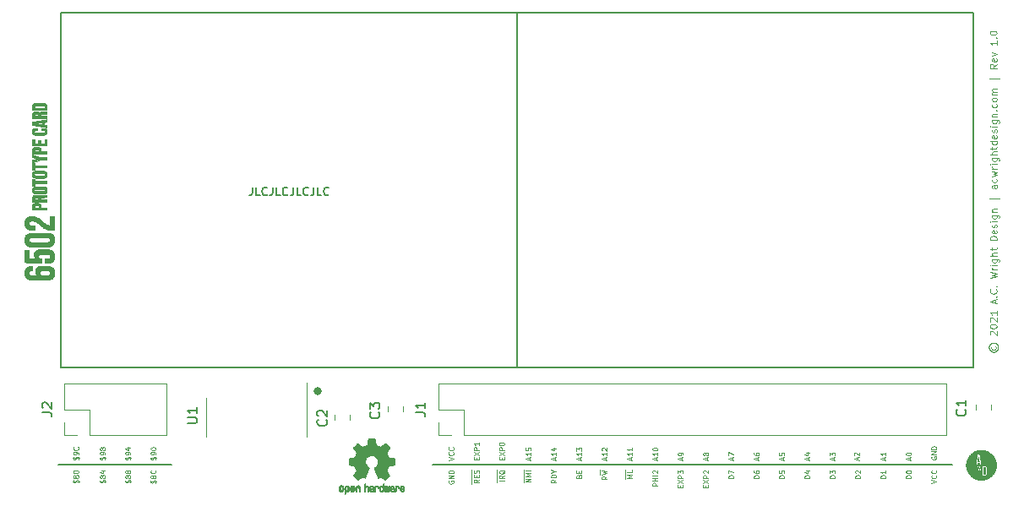
<source format=gbr>
G04 #@! TF.GenerationSoftware,KiCad,Pcbnew,(5.1.9-0-10_14)*
G04 #@! TF.CreationDate,2021-05-05T16:14:37-05:00*
G04 #@! TF.ProjectId,Prototype Card,50726f74-6f74-4797-9065-20436172642e,1.1*
G04 #@! TF.SameCoordinates,Original*
G04 #@! TF.FileFunction,Legend,Top*
G04 #@! TF.FilePolarity,Positive*
%FSLAX46Y46*%
G04 Gerber Fmt 4.6, Leading zero omitted, Abs format (unit mm)*
G04 Created by KiCad (PCBNEW (5.1.9-0-10_14)) date 2021-05-05 16:14:37*
%MOMM*%
%LPD*%
G01*
G04 APERTURE LIST*
%ADD10C,0.100000*%
%ADD11C,0.150000*%
%ADD12C,0.400000*%
%ADD13C,0.010000*%
%ADD14C,0.203200*%
%ADD15C,0.120000*%
G04 APERTURE END LIST*
D10*
X112343380Y-124612142D02*
X112367190Y-124540714D01*
X112367190Y-124421666D01*
X112343380Y-124374047D01*
X112319571Y-124350238D01*
X112271952Y-124326428D01*
X112224333Y-124326428D01*
X112176714Y-124350238D01*
X112152904Y-124374047D01*
X112129095Y-124421666D01*
X112105285Y-124516904D01*
X112081476Y-124564523D01*
X112057666Y-124588333D01*
X112010047Y-124612142D01*
X111962428Y-124612142D01*
X111914809Y-124588333D01*
X111891000Y-124564523D01*
X111867190Y-124516904D01*
X111867190Y-124397857D01*
X111891000Y-124326428D01*
X111795761Y-124469285D02*
X112438619Y-124469285D01*
X112081476Y-124040714D02*
X112057666Y-124088333D01*
X112033857Y-124112142D01*
X111986238Y-124135952D01*
X111962428Y-124135952D01*
X111914809Y-124112142D01*
X111891000Y-124088333D01*
X111867190Y-124040714D01*
X111867190Y-123945476D01*
X111891000Y-123897857D01*
X111914809Y-123874047D01*
X111962428Y-123850238D01*
X111986238Y-123850238D01*
X112033857Y-123874047D01*
X112057666Y-123897857D01*
X112081476Y-123945476D01*
X112081476Y-124040714D01*
X112105285Y-124088333D01*
X112129095Y-124112142D01*
X112176714Y-124135952D01*
X112271952Y-124135952D01*
X112319571Y-124112142D01*
X112343380Y-124088333D01*
X112367190Y-124040714D01*
X112367190Y-123945476D01*
X112343380Y-123897857D01*
X112319571Y-123874047D01*
X112271952Y-123850238D01*
X112176714Y-123850238D01*
X112129095Y-123874047D01*
X112105285Y-123897857D01*
X112081476Y-123945476D01*
X112319571Y-123350238D02*
X112343380Y-123374047D01*
X112367190Y-123445476D01*
X112367190Y-123493095D01*
X112343380Y-123564523D01*
X112295761Y-123612142D01*
X112248142Y-123635952D01*
X112152904Y-123659761D01*
X112081476Y-123659761D01*
X111986238Y-123635952D01*
X111938619Y-123612142D01*
X111891000Y-123564523D01*
X111867190Y-123493095D01*
X111867190Y-123445476D01*
X111891000Y-123374047D01*
X111914809Y-123350238D01*
X109803380Y-124588333D02*
X109827190Y-124516904D01*
X109827190Y-124397857D01*
X109803380Y-124350238D01*
X109779571Y-124326428D01*
X109731952Y-124302619D01*
X109684333Y-124302619D01*
X109636714Y-124326428D01*
X109612904Y-124350238D01*
X109589095Y-124397857D01*
X109565285Y-124493095D01*
X109541476Y-124540714D01*
X109517666Y-124564523D01*
X109470047Y-124588333D01*
X109422428Y-124588333D01*
X109374809Y-124564523D01*
X109351000Y-124540714D01*
X109327190Y-124493095D01*
X109327190Y-124374047D01*
X109351000Y-124302619D01*
X109255761Y-124445476D02*
X109898619Y-124445476D01*
X109541476Y-124016904D02*
X109517666Y-124064523D01*
X109493857Y-124088333D01*
X109446238Y-124112142D01*
X109422428Y-124112142D01*
X109374809Y-124088333D01*
X109351000Y-124064523D01*
X109327190Y-124016904D01*
X109327190Y-123921666D01*
X109351000Y-123874047D01*
X109374809Y-123850238D01*
X109422428Y-123826428D01*
X109446238Y-123826428D01*
X109493857Y-123850238D01*
X109517666Y-123874047D01*
X109541476Y-123921666D01*
X109541476Y-124016904D01*
X109565285Y-124064523D01*
X109589095Y-124088333D01*
X109636714Y-124112142D01*
X109731952Y-124112142D01*
X109779571Y-124088333D01*
X109803380Y-124064523D01*
X109827190Y-124016904D01*
X109827190Y-123921666D01*
X109803380Y-123874047D01*
X109779571Y-123850238D01*
X109731952Y-123826428D01*
X109636714Y-123826428D01*
X109589095Y-123850238D01*
X109565285Y-123874047D01*
X109541476Y-123921666D01*
X109541476Y-123540714D02*
X109517666Y-123588333D01*
X109493857Y-123612142D01*
X109446238Y-123635952D01*
X109422428Y-123635952D01*
X109374809Y-123612142D01*
X109351000Y-123588333D01*
X109327190Y-123540714D01*
X109327190Y-123445476D01*
X109351000Y-123397857D01*
X109374809Y-123374047D01*
X109422428Y-123350238D01*
X109446238Y-123350238D01*
X109493857Y-123374047D01*
X109517666Y-123397857D01*
X109541476Y-123445476D01*
X109541476Y-123540714D01*
X109565285Y-123588333D01*
X109589095Y-123612142D01*
X109636714Y-123635952D01*
X109731952Y-123635952D01*
X109779571Y-123612142D01*
X109803380Y-123588333D01*
X109827190Y-123540714D01*
X109827190Y-123445476D01*
X109803380Y-123397857D01*
X109779571Y-123374047D01*
X109731952Y-123350238D01*
X109636714Y-123350238D01*
X109589095Y-123374047D01*
X109565285Y-123397857D01*
X109541476Y-123445476D01*
X107263380Y-124588333D02*
X107287190Y-124516904D01*
X107287190Y-124397857D01*
X107263380Y-124350238D01*
X107239571Y-124326428D01*
X107191952Y-124302619D01*
X107144333Y-124302619D01*
X107096714Y-124326428D01*
X107072904Y-124350238D01*
X107049095Y-124397857D01*
X107025285Y-124493095D01*
X107001476Y-124540714D01*
X106977666Y-124564523D01*
X106930047Y-124588333D01*
X106882428Y-124588333D01*
X106834809Y-124564523D01*
X106811000Y-124540714D01*
X106787190Y-124493095D01*
X106787190Y-124374047D01*
X106811000Y-124302619D01*
X106715761Y-124445476D02*
X107358619Y-124445476D01*
X107001476Y-124016904D02*
X106977666Y-124064523D01*
X106953857Y-124088333D01*
X106906238Y-124112142D01*
X106882428Y-124112142D01*
X106834809Y-124088333D01*
X106811000Y-124064523D01*
X106787190Y-124016904D01*
X106787190Y-123921666D01*
X106811000Y-123874047D01*
X106834809Y-123850238D01*
X106882428Y-123826428D01*
X106906238Y-123826428D01*
X106953857Y-123850238D01*
X106977666Y-123874047D01*
X107001476Y-123921666D01*
X107001476Y-124016904D01*
X107025285Y-124064523D01*
X107049095Y-124088333D01*
X107096714Y-124112142D01*
X107191952Y-124112142D01*
X107239571Y-124088333D01*
X107263380Y-124064523D01*
X107287190Y-124016904D01*
X107287190Y-123921666D01*
X107263380Y-123874047D01*
X107239571Y-123850238D01*
X107191952Y-123826428D01*
X107096714Y-123826428D01*
X107049095Y-123850238D01*
X107025285Y-123874047D01*
X107001476Y-123921666D01*
X106953857Y-123397857D02*
X107287190Y-123397857D01*
X106763380Y-123516904D02*
X107120523Y-123635952D01*
X107120523Y-123326428D01*
X104596380Y-124588333D02*
X104620190Y-124516904D01*
X104620190Y-124397857D01*
X104596380Y-124350238D01*
X104572571Y-124326428D01*
X104524952Y-124302619D01*
X104477333Y-124302619D01*
X104429714Y-124326428D01*
X104405904Y-124350238D01*
X104382095Y-124397857D01*
X104358285Y-124493095D01*
X104334476Y-124540714D01*
X104310666Y-124564523D01*
X104263047Y-124588333D01*
X104215428Y-124588333D01*
X104167809Y-124564523D01*
X104144000Y-124540714D01*
X104120190Y-124493095D01*
X104120190Y-124374047D01*
X104144000Y-124302619D01*
X104048761Y-124445476D02*
X104691619Y-124445476D01*
X104334476Y-124016904D02*
X104310666Y-124064523D01*
X104286857Y-124088333D01*
X104239238Y-124112142D01*
X104215428Y-124112142D01*
X104167809Y-124088333D01*
X104144000Y-124064523D01*
X104120190Y-124016904D01*
X104120190Y-123921666D01*
X104144000Y-123874047D01*
X104167809Y-123850238D01*
X104215428Y-123826428D01*
X104239238Y-123826428D01*
X104286857Y-123850238D01*
X104310666Y-123874047D01*
X104334476Y-123921666D01*
X104334476Y-124016904D01*
X104358285Y-124064523D01*
X104382095Y-124088333D01*
X104429714Y-124112142D01*
X104524952Y-124112142D01*
X104572571Y-124088333D01*
X104596380Y-124064523D01*
X104620190Y-124016904D01*
X104620190Y-123921666D01*
X104596380Y-123874047D01*
X104572571Y-123850238D01*
X104524952Y-123826428D01*
X104429714Y-123826428D01*
X104382095Y-123850238D01*
X104358285Y-123874047D01*
X104334476Y-123921666D01*
X104120190Y-123516904D02*
X104120190Y-123469285D01*
X104144000Y-123421666D01*
X104167809Y-123397857D01*
X104215428Y-123374047D01*
X104310666Y-123350238D01*
X104429714Y-123350238D01*
X104524952Y-123374047D01*
X104572571Y-123397857D01*
X104596380Y-123421666D01*
X104620190Y-123469285D01*
X104620190Y-123516904D01*
X104596380Y-123564523D01*
X104572571Y-123588333D01*
X104524952Y-123612142D01*
X104429714Y-123635952D01*
X104310666Y-123635952D01*
X104215428Y-123612142D01*
X104167809Y-123588333D01*
X104144000Y-123564523D01*
X104120190Y-123516904D01*
D11*
X102616000Y-122809000D02*
X113919000Y-122809000D01*
D10*
X104596380Y-122267761D02*
X104620190Y-122196333D01*
X104620190Y-122077285D01*
X104596380Y-122029666D01*
X104572571Y-122005857D01*
X104524952Y-121982047D01*
X104477333Y-121982047D01*
X104429714Y-122005857D01*
X104405904Y-122029666D01*
X104382095Y-122077285D01*
X104358285Y-122172523D01*
X104334476Y-122220142D01*
X104310666Y-122243952D01*
X104263047Y-122267761D01*
X104215428Y-122267761D01*
X104167809Y-122243952D01*
X104144000Y-122220142D01*
X104120190Y-122172523D01*
X104120190Y-122053476D01*
X104144000Y-121982047D01*
X104048761Y-122124904D02*
X104691619Y-122124904D01*
X104620190Y-121743952D02*
X104620190Y-121648714D01*
X104596380Y-121601095D01*
X104572571Y-121577285D01*
X104501142Y-121529666D01*
X104405904Y-121505857D01*
X104215428Y-121505857D01*
X104167809Y-121529666D01*
X104144000Y-121553476D01*
X104120190Y-121601095D01*
X104120190Y-121696333D01*
X104144000Y-121743952D01*
X104167809Y-121767761D01*
X104215428Y-121791571D01*
X104334476Y-121791571D01*
X104382095Y-121767761D01*
X104405904Y-121743952D01*
X104429714Y-121696333D01*
X104429714Y-121601095D01*
X104405904Y-121553476D01*
X104382095Y-121529666D01*
X104334476Y-121505857D01*
X104572571Y-121005857D02*
X104596380Y-121029666D01*
X104620190Y-121101095D01*
X104620190Y-121148714D01*
X104596380Y-121220142D01*
X104548761Y-121267761D01*
X104501142Y-121291571D01*
X104405904Y-121315380D01*
X104334476Y-121315380D01*
X104239238Y-121291571D01*
X104191619Y-121267761D01*
X104144000Y-121220142D01*
X104120190Y-121148714D01*
X104120190Y-121101095D01*
X104144000Y-121029666D01*
X104167809Y-121005857D01*
X107263380Y-122267761D02*
X107287190Y-122196333D01*
X107287190Y-122077285D01*
X107263380Y-122029666D01*
X107239571Y-122005857D01*
X107191952Y-121982047D01*
X107144333Y-121982047D01*
X107096714Y-122005857D01*
X107072904Y-122029666D01*
X107049095Y-122077285D01*
X107025285Y-122172523D01*
X107001476Y-122220142D01*
X106977666Y-122243952D01*
X106930047Y-122267761D01*
X106882428Y-122267761D01*
X106834809Y-122243952D01*
X106811000Y-122220142D01*
X106787190Y-122172523D01*
X106787190Y-122053476D01*
X106811000Y-121982047D01*
X106715761Y-122124904D02*
X107358619Y-122124904D01*
X107287190Y-121743952D02*
X107287190Y-121648714D01*
X107263380Y-121601095D01*
X107239571Y-121577285D01*
X107168142Y-121529666D01*
X107072904Y-121505857D01*
X106882428Y-121505857D01*
X106834809Y-121529666D01*
X106811000Y-121553476D01*
X106787190Y-121601095D01*
X106787190Y-121696333D01*
X106811000Y-121743952D01*
X106834809Y-121767761D01*
X106882428Y-121791571D01*
X107001476Y-121791571D01*
X107049095Y-121767761D01*
X107072904Y-121743952D01*
X107096714Y-121696333D01*
X107096714Y-121601095D01*
X107072904Y-121553476D01*
X107049095Y-121529666D01*
X107001476Y-121505857D01*
X107001476Y-121220142D02*
X106977666Y-121267761D01*
X106953857Y-121291571D01*
X106906238Y-121315380D01*
X106882428Y-121315380D01*
X106834809Y-121291571D01*
X106811000Y-121267761D01*
X106787190Y-121220142D01*
X106787190Y-121124904D01*
X106811000Y-121077285D01*
X106834809Y-121053476D01*
X106882428Y-121029666D01*
X106906238Y-121029666D01*
X106953857Y-121053476D01*
X106977666Y-121077285D01*
X107001476Y-121124904D01*
X107001476Y-121220142D01*
X107025285Y-121267761D01*
X107049095Y-121291571D01*
X107096714Y-121315380D01*
X107191952Y-121315380D01*
X107239571Y-121291571D01*
X107263380Y-121267761D01*
X107287190Y-121220142D01*
X107287190Y-121124904D01*
X107263380Y-121077285D01*
X107239571Y-121053476D01*
X107191952Y-121029666D01*
X107096714Y-121029666D01*
X107049095Y-121053476D01*
X107025285Y-121077285D01*
X107001476Y-121124904D01*
X109803380Y-122267761D02*
X109827190Y-122196333D01*
X109827190Y-122077285D01*
X109803380Y-122029666D01*
X109779571Y-122005857D01*
X109731952Y-121982047D01*
X109684333Y-121982047D01*
X109636714Y-122005857D01*
X109612904Y-122029666D01*
X109589095Y-122077285D01*
X109565285Y-122172523D01*
X109541476Y-122220142D01*
X109517666Y-122243952D01*
X109470047Y-122267761D01*
X109422428Y-122267761D01*
X109374809Y-122243952D01*
X109351000Y-122220142D01*
X109327190Y-122172523D01*
X109327190Y-122053476D01*
X109351000Y-121982047D01*
X109255761Y-122124904D02*
X109898619Y-122124904D01*
X109827190Y-121743952D02*
X109827190Y-121648714D01*
X109803380Y-121601095D01*
X109779571Y-121577285D01*
X109708142Y-121529666D01*
X109612904Y-121505857D01*
X109422428Y-121505857D01*
X109374809Y-121529666D01*
X109351000Y-121553476D01*
X109327190Y-121601095D01*
X109327190Y-121696333D01*
X109351000Y-121743952D01*
X109374809Y-121767761D01*
X109422428Y-121791571D01*
X109541476Y-121791571D01*
X109589095Y-121767761D01*
X109612904Y-121743952D01*
X109636714Y-121696333D01*
X109636714Y-121601095D01*
X109612904Y-121553476D01*
X109589095Y-121529666D01*
X109541476Y-121505857D01*
X109493857Y-121077285D02*
X109827190Y-121077285D01*
X109303380Y-121196333D02*
X109660523Y-121315380D01*
X109660523Y-121005857D01*
X112343380Y-122267761D02*
X112367190Y-122196333D01*
X112367190Y-122077285D01*
X112343380Y-122029666D01*
X112319571Y-122005857D01*
X112271952Y-121982047D01*
X112224333Y-121982047D01*
X112176714Y-122005857D01*
X112152904Y-122029666D01*
X112129095Y-122077285D01*
X112105285Y-122172523D01*
X112081476Y-122220142D01*
X112057666Y-122243952D01*
X112010047Y-122267761D01*
X111962428Y-122267761D01*
X111914809Y-122243952D01*
X111891000Y-122220142D01*
X111867190Y-122172523D01*
X111867190Y-122053476D01*
X111891000Y-121982047D01*
X111795761Y-122124904D02*
X112438619Y-122124904D01*
X112367190Y-121743952D02*
X112367190Y-121648714D01*
X112343380Y-121601095D01*
X112319571Y-121577285D01*
X112248142Y-121529666D01*
X112152904Y-121505857D01*
X111962428Y-121505857D01*
X111914809Y-121529666D01*
X111891000Y-121553476D01*
X111867190Y-121601095D01*
X111867190Y-121696333D01*
X111891000Y-121743952D01*
X111914809Y-121767761D01*
X111962428Y-121791571D01*
X112081476Y-121791571D01*
X112129095Y-121767761D01*
X112152904Y-121743952D01*
X112176714Y-121696333D01*
X112176714Y-121601095D01*
X112152904Y-121553476D01*
X112129095Y-121529666D01*
X112081476Y-121505857D01*
X111867190Y-121196333D02*
X111867190Y-121148714D01*
X111891000Y-121101095D01*
X111914809Y-121077285D01*
X111962428Y-121053476D01*
X112057666Y-121029666D01*
X112176714Y-121029666D01*
X112271952Y-121053476D01*
X112319571Y-121077285D01*
X112343380Y-121101095D01*
X112367190Y-121148714D01*
X112367190Y-121196333D01*
X112343380Y-121243952D01*
X112319571Y-121267761D01*
X112271952Y-121291571D01*
X112176714Y-121315380D01*
X112057666Y-121315380D01*
X111962428Y-121291571D01*
X111914809Y-121267761D01*
X111891000Y-121243952D01*
X111867190Y-121196333D01*
X146576000Y-124516904D02*
X146576000Y-124278809D01*
X147292190Y-124397857D02*
X146792190Y-124397857D01*
X146576000Y-124278809D02*
X146576000Y-123778809D01*
X147292190Y-123874047D02*
X147054095Y-124040714D01*
X147292190Y-124159761D02*
X146792190Y-124159761D01*
X146792190Y-123969285D01*
X146816000Y-123921666D01*
X146839809Y-123897857D01*
X146887428Y-123874047D01*
X146958857Y-123874047D01*
X147006476Y-123897857D01*
X147030285Y-123921666D01*
X147054095Y-123969285D01*
X147054095Y-124159761D01*
X146576000Y-123778809D02*
X146576000Y-123255000D01*
X147339809Y-123326428D02*
X147316000Y-123374047D01*
X147268380Y-123421666D01*
X147196952Y-123493095D01*
X147173142Y-123540714D01*
X147173142Y-123588333D01*
X147292190Y-123564523D02*
X147268380Y-123612142D01*
X147220761Y-123659761D01*
X147125523Y-123683571D01*
X146958857Y-123683571D01*
X146863619Y-123659761D01*
X146816000Y-123612142D01*
X146792190Y-123564523D01*
X146792190Y-123469285D01*
X146816000Y-123421666D01*
X146863619Y-123374047D01*
X146958857Y-123350238D01*
X147125523Y-123350238D01*
X147220761Y-123374047D01*
X147268380Y-123421666D01*
X147292190Y-123469285D01*
X147292190Y-123564523D01*
X144036000Y-124683571D02*
X144036000Y-124183571D01*
X144752190Y-124278809D02*
X144514095Y-124445476D01*
X144752190Y-124564523D02*
X144252190Y-124564523D01*
X144252190Y-124374047D01*
X144276000Y-124326428D01*
X144299809Y-124302619D01*
X144347428Y-124278809D01*
X144418857Y-124278809D01*
X144466476Y-124302619D01*
X144490285Y-124326428D01*
X144514095Y-124374047D01*
X144514095Y-124564523D01*
X144036000Y-124183571D02*
X144036000Y-123731190D01*
X144490285Y-124064523D02*
X144490285Y-123897857D01*
X144752190Y-123826428D02*
X144752190Y-124064523D01*
X144252190Y-124064523D01*
X144252190Y-123826428D01*
X144036000Y-123731190D02*
X144036000Y-123255000D01*
X144728380Y-123635952D02*
X144752190Y-123564523D01*
X144752190Y-123445476D01*
X144728380Y-123397857D01*
X144704571Y-123374047D01*
X144656952Y-123350238D01*
X144609333Y-123350238D01*
X144561714Y-123374047D01*
X144537904Y-123397857D01*
X144514095Y-123445476D01*
X144490285Y-123540714D01*
X144466476Y-123588333D01*
X144442666Y-123612142D01*
X144395047Y-123635952D01*
X144347428Y-123635952D01*
X144299809Y-123612142D01*
X144276000Y-123588333D01*
X144252190Y-123540714D01*
X144252190Y-123421666D01*
X144276000Y-123350238D01*
X190123000Y-121982047D02*
X190099190Y-122029666D01*
X190099190Y-122101095D01*
X190123000Y-122172523D01*
X190170619Y-122220142D01*
X190218238Y-122243952D01*
X190313476Y-122267761D01*
X190384904Y-122267761D01*
X190480142Y-122243952D01*
X190527761Y-122220142D01*
X190575380Y-122172523D01*
X190599190Y-122101095D01*
X190599190Y-122053476D01*
X190575380Y-121982047D01*
X190551571Y-121958238D01*
X190384904Y-121958238D01*
X190384904Y-122053476D01*
X190599190Y-121743952D02*
X190099190Y-121743952D01*
X190599190Y-121458238D01*
X190099190Y-121458238D01*
X190599190Y-121220142D02*
X190099190Y-121220142D01*
X190099190Y-121101095D01*
X190123000Y-121029666D01*
X190170619Y-120982047D01*
X190218238Y-120958238D01*
X190313476Y-120934428D01*
X190384904Y-120934428D01*
X190480142Y-120958238D01*
X190527761Y-120982047D01*
X190575380Y-121029666D01*
X190599190Y-121101095D01*
X190599190Y-121220142D01*
X187916333Y-122267761D02*
X187916333Y-122029666D01*
X188059190Y-122315380D02*
X187559190Y-122148714D01*
X188059190Y-121982047D01*
X187559190Y-121720142D02*
X187559190Y-121672523D01*
X187583000Y-121624904D01*
X187606809Y-121601095D01*
X187654428Y-121577285D01*
X187749666Y-121553476D01*
X187868714Y-121553476D01*
X187963952Y-121577285D01*
X188011571Y-121601095D01*
X188035380Y-121624904D01*
X188059190Y-121672523D01*
X188059190Y-121720142D01*
X188035380Y-121767761D01*
X188011571Y-121791571D01*
X187963952Y-121815380D01*
X187868714Y-121839190D01*
X187749666Y-121839190D01*
X187654428Y-121815380D01*
X187606809Y-121791571D01*
X187583000Y-121767761D01*
X187559190Y-121720142D01*
X185376333Y-122267761D02*
X185376333Y-122029666D01*
X185519190Y-122315380D02*
X185019190Y-122148714D01*
X185519190Y-121982047D01*
X185519190Y-121553476D02*
X185519190Y-121839190D01*
X185519190Y-121696333D02*
X185019190Y-121696333D01*
X185090619Y-121743952D01*
X185138238Y-121791571D01*
X185162047Y-121839190D01*
X182709333Y-122267761D02*
X182709333Y-122029666D01*
X182852190Y-122315380D02*
X182352190Y-122148714D01*
X182852190Y-121982047D01*
X182399809Y-121839190D02*
X182376000Y-121815380D01*
X182352190Y-121767761D01*
X182352190Y-121648714D01*
X182376000Y-121601095D01*
X182399809Y-121577285D01*
X182447428Y-121553476D01*
X182495047Y-121553476D01*
X182566476Y-121577285D01*
X182852190Y-121863000D01*
X182852190Y-121553476D01*
X180296333Y-122267761D02*
X180296333Y-122029666D01*
X180439190Y-122315380D02*
X179939190Y-122148714D01*
X180439190Y-121982047D01*
X179939190Y-121863000D02*
X179939190Y-121553476D01*
X180129666Y-121720142D01*
X180129666Y-121648714D01*
X180153476Y-121601095D01*
X180177285Y-121577285D01*
X180224904Y-121553476D01*
X180343952Y-121553476D01*
X180391571Y-121577285D01*
X180415380Y-121601095D01*
X180439190Y-121648714D01*
X180439190Y-121791571D01*
X180415380Y-121839190D01*
X180391571Y-121863000D01*
X177756333Y-122267761D02*
X177756333Y-122029666D01*
X177899190Y-122315380D02*
X177399190Y-122148714D01*
X177899190Y-121982047D01*
X177565857Y-121601095D02*
X177899190Y-121601095D01*
X177375380Y-121720142D02*
X177732523Y-121839190D01*
X177732523Y-121529666D01*
X175216333Y-122267761D02*
X175216333Y-122029666D01*
X175359190Y-122315380D02*
X174859190Y-122148714D01*
X175359190Y-121982047D01*
X174859190Y-121577285D02*
X174859190Y-121815380D01*
X175097285Y-121839190D01*
X175073476Y-121815380D01*
X175049666Y-121767761D01*
X175049666Y-121648714D01*
X175073476Y-121601095D01*
X175097285Y-121577285D01*
X175144904Y-121553476D01*
X175263952Y-121553476D01*
X175311571Y-121577285D01*
X175335380Y-121601095D01*
X175359190Y-121648714D01*
X175359190Y-121767761D01*
X175335380Y-121815380D01*
X175311571Y-121839190D01*
X172676333Y-122267761D02*
X172676333Y-122029666D01*
X172819190Y-122315380D02*
X172319190Y-122148714D01*
X172819190Y-121982047D01*
X172319190Y-121601095D02*
X172319190Y-121696333D01*
X172343000Y-121743952D01*
X172366809Y-121767761D01*
X172438238Y-121815380D01*
X172533476Y-121839190D01*
X172723952Y-121839190D01*
X172771571Y-121815380D01*
X172795380Y-121791571D01*
X172819190Y-121743952D01*
X172819190Y-121648714D01*
X172795380Y-121601095D01*
X172771571Y-121577285D01*
X172723952Y-121553476D01*
X172604904Y-121553476D01*
X172557285Y-121577285D01*
X172533476Y-121601095D01*
X172509666Y-121648714D01*
X172509666Y-121743952D01*
X172533476Y-121791571D01*
X172557285Y-121815380D01*
X172604904Y-121839190D01*
X170136333Y-122267761D02*
X170136333Y-122029666D01*
X170279190Y-122315380D02*
X169779190Y-122148714D01*
X170279190Y-121982047D01*
X169779190Y-121863000D02*
X169779190Y-121529666D01*
X170279190Y-121743952D01*
X167596333Y-122267761D02*
X167596333Y-122029666D01*
X167739190Y-122315380D02*
X167239190Y-122148714D01*
X167739190Y-121982047D01*
X167453476Y-121743952D02*
X167429666Y-121791571D01*
X167405857Y-121815380D01*
X167358238Y-121839190D01*
X167334428Y-121839190D01*
X167286809Y-121815380D01*
X167263000Y-121791571D01*
X167239190Y-121743952D01*
X167239190Y-121648714D01*
X167263000Y-121601095D01*
X167286809Y-121577285D01*
X167334428Y-121553476D01*
X167358238Y-121553476D01*
X167405857Y-121577285D01*
X167429666Y-121601095D01*
X167453476Y-121648714D01*
X167453476Y-121743952D01*
X167477285Y-121791571D01*
X167501095Y-121815380D01*
X167548714Y-121839190D01*
X167643952Y-121839190D01*
X167691571Y-121815380D01*
X167715380Y-121791571D01*
X167739190Y-121743952D01*
X167739190Y-121648714D01*
X167715380Y-121601095D01*
X167691571Y-121577285D01*
X167643952Y-121553476D01*
X167548714Y-121553476D01*
X167501095Y-121577285D01*
X167477285Y-121601095D01*
X167453476Y-121648714D01*
X165056333Y-122267761D02*
X165056333Y-122029666D01*
X165199190Y-122315380D02*
X164699190Y-122148714D01*
X165199190Y-121982047D01*
X165199190Y-121791571D02*
X165199190Y-121696333D01*
X165175380Y-121648714D01*
X165151571Y-121624904D01*
X165080142Y-121577285D01*
X164984904Y-121553476D01*
X164794428Y-121553476D01*
X164746809Y-121577285D01*
X164723000Y-121601095D01*
X164699190Y-121648714D01*
X164699190Y-121743952D01*
X164723000Y-121791571D01*
X164746809Y-121815380D01*
X164794428Y-121839190D01*
X164913476Y-121839190D01*
X164961095Y-121815380D01*
X164984904Y-121791571D01*
X165008714Y-121743952D01*
X165008714Y-121648714D01*
X164984904Y-121601095D01*
X164961095Y-121577285D01*
X164913476Y-121553476D01*
X162516333Y-122267761D02*
X162516333Y-122029666D01*
X162659190Y-122315380D02*
X162159190Y-122148714D01*
X162659190Y-121982047D01*
X162659190Y-121553476D02*
X162659190Y-121839190D01*
X162659190Y-121696333D02*
X162159190Y-121696333D01*
X162230619Y-121743952D01*
X162278238Y-121791571D01*
X162302047Y-121839190D01*
X162159190Y-121243952D02*
X162159190Y-121196333D01*
X162183000Y-121148714D01*
X162206809Y-121124904D01*
X162254428Y-121101095D01*
X162349666Y-121077285D01*
X162468714Y-121077285D01*
X162563952Y-121101095D01*
X162611571Y-121124904D01*
X162635380Y-121148714D01*
X162659190Y-121196333D01*
X162659190Y-121243952D01*
X162635380Y-121291571D01*
X162611571Y-121315380D01*
X162563952Y-121339190D01*
X162468714Y-121363000D01*
X162349666Y-121363000D01*
X162254428Y-121339190D01*
X162206809Y-121315380D01*
X162183000Y-121291571D01*
X162159190Y-121243952D01*
X159976333Y-122267761D02*
X159976333Y-122029666D01*
X160119190Y-122315380D02*
X159619190Y-122148714D01*
X160119190Y-121982047D01*
X160119190Y-121553476D02*
X160119190Y-121839190D01*
X160119190Y-121696333D02*
X159619190Y-121696333D01*
X159690619Y-121743952D01*
X159738238Y-121791571D01*
X159762047Y-121839190D01*
X160119190Y-121077285D02*
X160119190Y-121363000D01*
X160119190Y-121220142D02*
X159619190Y-121220142D01*
X159690619Y-121267761D01*
X159738238Y-121315380D01*
X159762047Y-121363000D01*
X157436333Y-122267761D02*
X157436333Y-122029666D01*
X157579190Y-122315380D02*
X157079190Y-122148714D01*
X157579190Y-121982047D01*
X157579190Y-121553476D02*
X157579190Y-121839190D01*
X157579190Y-121696333D02*
X157079190Y-121696333D01*
X157150619Y-121743952D01*
X157198238Y-121791571D01*
X157222047Y-121839190D01*
X157126809Y-121363000D02*
X157103000Y-121339190D01*
X157079190Y-121291571D01*
X157079190Y-121172523D01*
X157103000Y-121124904D01*
X157126809Y-121101095D01*
X157174428Y-121077285D01*
X157222047Y-121077285D01*
X157293476Y-121101095D01*
X157579190Y-121386809D01*
X157579190Y-121077285D01*
X154896333Y-122267761D02*
X154896333Y-122029666D01*
X155039190Y-122315380D02*
X154539190Y-122148714D01*
X155039190Y-121982047D01*
X155039190Y-121553476D02*
X155039190Y-121839190D01*
X155039190Y-121696333D02*
X154539190Y-121696333D01*
X154610619Y-121743952D01*
X154658238Y-121791571D01*
X154682047Y-121839190D01*
X154539190Y-121386809D02*
X154539190Y-121077285D01*
X154729666Y-121243952D01*
X154729666Y-121172523D01*
X154753476Y-121124904D01*
X154777285Y-121101095D01*
X154824904Y-121077285D01*
X154943952Y-121077285D01*
X154991571Y-121101095D01*
X155015380Y-121124904D01*
X155039190Y-121172523D01*
X155039190Y-121315380D01*
X155015380Y-121363000D01*
X154991571Y-121386809D01*
X152356333Y-122267761D02*
X152356333Y-122029666D01*
X152499190Y-122315380D02*
X151999190Y-122148714D01*
X152499190Y-121982047D01*
X152499190Y-121553476D02*
X152499190Y-121839190D01*
X152499190Y-121696333D02*
X151999190Y-121696333D01*
X152070619Y-121743952D01*
X152118238Y-121791571D01*
X152142047Y-121839190D01*
X152165857Y-121124904D02*
X152499190Y-121124904D01*
X151975380Y-121243952D02*
X152332523Y-121363000D01*
X152332523Y-121053476D01*
X149816333Y-122267761D02*
X149816333Y-122029666D01*
X149959190Y-122315380D02*
X149459190Y-122148714D01*
X149959190Y-121982047D01*
X149959190Y-121553476D02*
X149959190Y-121839190D01*
X149959190Y-121696333D02*
X149459190Y-121696333D01*
X149530619Y-121743952D01*
X149578238Y-121791571D01*
X149602047Y-121839190D01*
X149459190Y-121101095D02*
X149459190Y-121339190D01*
X149697285Y-121363000D01*
X149673476Y-121339190D01*
X149649666Y-121291571D01*
X149649666Y-121172523D01*
X149673476Y-121124904D01*
X149697285Y-121101095D01*
X149744904Y-121077285D01*
X149863952Y-121077285D01*
X149911571Y-121101095D01*
X149935380Y-121124904D01*
X149959190Y-121172523D01*
X149959190Y-121291571D01*
X149935380Y-121339190D01*
X149911571Y-121363000D01*
X141736000Y-124397857D02*
X141712190Y-124445476D01*
X141712190Y-124516904D01*
X141736000Y-124588333D01*
X141783619Y-124635952D01*
X141831238Y-124659761D01*
X141926476Y-124683571D01*
X141997904Y-124683571D01*
X142093142Y-124659761D01*
X142140761Y-124635952D01*
X142188380Y-124588333D01*
X142212190Y-124516904D01*
X142212190Y-124469285D01*
X142188380Y-124397857D01*
X142164571Y-124374047D01*
X141997904Y-124374047D01*
X141997904Y-124469285D01*
X142212190Y-124159761D02*
X141712190Y-124159761D01*
X142212190Y-123874047D01*
X141712190Y-123874047D01*
X142212190Y-123635952D02*
X141712190Y-123635952D01*
X141712190Y-123516904D01*
X141736000Y-123445476D01*
X141783619Y-123397857D01*
X141831238Y-123374047D01*
X141926476Y-123350238D01*
X141997904Y-123350238D01*
X142093142Y-123374047D01*
X142140761Y-123397857D01*
X142188380Y-123445476D01*
X142212190Y-123516904D01*
X142212190Y-123635952D01*
X190099190Y-124635952D02*
X190599190Y-124469285D01*
X190099190Y-124302619D01*
X190551571Y-123850238D02*
X190575380Y-123874047D01*
X190599190Y-123945476D01*
X190599190Y-123993095D01*
X190575380Y-124064523D01*
X190527761Y-124112142D01*
X190480142Y-124135952D01*
X190384904Y-124159761D01*
X190313476Y-124159761D01*
X190218238Y-124135952D01*
X190170619Y-124112142D01*
X190123000Y-124064523D01*
X190099190Y-123993095D01*
X190099190Y-123945476D01*
X190123000Y-123874047D01*
X190146809Y-123850238D01*
X190551571Y-123350238D02*
X190575380Y-123374047D01*
X190599190Y-123445476D01*
X190599190Y-123493095D01*
X190575380Y-123564523D01*
X190527761Y-123612142D01*
X190480142Y-123635952D01*
X190384904Y-123659761D01*
X190313476Y-123659761D01*
X190218238Y-123635952D01*
X190170619Y-123612142D01*
X190123000Y-123564523D01*
X190099190Y-123493095D01*
X190099190Y-123445476D01*
X190123000Y-123374047D01*
X190146809Y-123350238D01*
X188059190Y-124112142D02*
X187559190Y-124112142D01*
X187559190Y-123993095D01*
X187583000Y-123921666D01*
X187630619Y-123874047D01*
X187678238Y-123850238D01*
X187773476Y-123826428D01*
X187844904Y-123826428D01*
X187940142Y-123850238D01*
X187987761Y-123874047D01*
X188035380Y-123921666D01*
X188059190Y-123993095D01*
X188059190Y-124112142D01*
X187559190Y-123516904D02*
X187559190Y-123469285D01*
X187583000Y-123421666D01*
X187606809Y-123397857D01*
X187654428Y-123374047D01*
X187749666Y-123350238D01*
X187868714Y-123350238D01*
X187963952Y-123374047D01*
X188011571Y-123397857D01*
X188035380Y-123421666D01*
X188059190Y-123469285D01*
X188059190Y-123516904D01*
X188035380Y-123564523D01*
X188011571Y-123588333D01*
X187963952Y-123612142D01*
X187868714Y-123635952D01*
X187749666Y-123635952D01*
X187654428Y-123612142D01*
X187606809Y-123588333D01*
X187583000Y-123564523D01*
X187559190Y-123516904D01*
X185519190Y-124112142D02*
X185019190Y-124112142D01*
X185019190Y-123993095D01*
X185043000Y-123921666D01*
X185090619Y-123874047D01*
X185138238Y-123850238D01*
X185233476Y-123826428D01*
X185304904Y-123826428D01*
X185400142Y-123850238D01*
X185447761Y-123874047D01*
X185495380Y-123921666D01*
X185519190Y-123993095D01*
X185519190Y-124112142D01*
X185519190Y-123350238D02*
X185519190Y-123635952D01*
X185519190Y-123493095D02*
X185019190Y-123493095D01*
X185090619Y-123540714D01*
X185138238Y-123588333D01*
X185162047Y-123635952D01*
X182979190Y-124112142D02*
X182479190Y-124112142D01*
X182479190Y-123993095D01*
X182503000Y-123921666D01*
X182550619Y-123874047D01*
X182598238Y-123850238D01*
X182693476Y-123826428D01*
X182764904Y-123826428D01*
X182860142Y-123850238D01*
X182907761Y-123874047D01*
X182955380Y-123921666D01*
X182979190Y-123993095D01*
X182979190Y-124112142D01*
X182526809Y-123635952D02*
X182503000Y-123612142D01*
X182479190Y-123564523D01*
X182479190Y-123445476D01*
X182503000Y-123397857D01*
X182526809Y-123374047D01*
X182574428Y-123350238D01*
X182622047Y-123350238D01*
X182693476Y-123374047D01*
X182979190Y-123659761D01*
X182979190Y-123350238D01*
X180439190Y-124112142D02*
X179939190Y-124112142D01*
X179939190Y-123993095D01*
X179963000Y-123921666D01*
X180010619Y-123874047D01*
X180058238Y-123850238D01*
X180153476Y-123826428D01*
X180224904Y-123826428D01*
X180320142Y-123850238D01*
X180367761Y-123874047D01*
X180415380Y-123921666D01*
X180439190Y-123993095D01*
X180439190Y-124112142D01*
X179939190Y-123659761D02*
X179939190Y-123350238D01*
X180129666Y-123516904D01*
X180129666Y-123445476D01*
X180153476Y-123397857D01*
X180177285Y-123374047D01*
X180224904Y-123350238D01*
X180343952Y-123350238D01*
X180391571Y-123374047D01*
X180415380Y-123397857D01*
X180439190Y-123445476D01*
X180439190Y-123588333D01*
X180415380Y-123635952D01*
X180391571Y-123659761D01*
X177899190Y-124112142D02*
X177399190Y-124112142D01*
X177399190Y-123993095D01*
X177423000Y-123921666D01*
X177470619Y-123874047D01*
X177518238Y-123850238D01*
X177613476Y-123826428D01*
X177684904Y-123826428D01*
X177780142Y-123850238D01*
X177827761Y-123874047D01*
X177875380Y-123921666D01*
X177899190Y-123993095D01*
X177899190Y-124112142D01*
X177565857Y-123397857D02*
X177899190Y-123397857D01*
X177375380Y-123516904D02*
X177732523Y-123635952D01*
X177732523Y-123326428D01*
X175359190Y-124112142D02*
X174859190Y-124112142D01*
X174859190Y-123993095D01*
X174883000Y-123921666D01*
X174930619Y-123874047D01*
X174978238Y-123850238D01*
X175073476Y-123826428D01*
X175144904Y-123826428D01*
X175240142Y-123850238D01*
X175287761Y-123874047D01*
X175335380Y-123921666D01*
X175359190Y-123993095D01*
X175359190Y-124112142D01*
X174859190Y-123374047D02*
X174859190Y-123612142D01*
X175097285Y-123635952D01*
X175073476Y-123612142D01*
X175049666Y-123564523D01*
X175049666Y-123445476D01*
X175073476Y-123397857D01*
X175097285Y-123374047D01*
X175144904Y-123350238D01*
X175263952Y-123350238D01*
X175311571Y-123374047D01*
X175335380Y-123397857D01*
X175359190Y-123445476D01*
X175359190Y-123564523D01*
X175335380Y-123612142D01*
X175311571Y-123635952D01*
X172819190Y-124112142D02*
X172319190Y-124112142D01*
X172319190Y-123993095D01*
X172343000Y-123921666D01*
X172390619Y-123874047D01*
X172438238Y-123850238D01*
X172533476Y-123826428D01*
X172604904Y-123826428D01*
X172700142Y-123850238D01*
X172747761Y-123874047D01*
X172795380Y-123921666D01*
X172819190Y-123993095D01*
X172819190Y-124112142D01*
X172319190Y-123397857D02*
X172319190Y-123493095D01*
X172343000Y-123540714D01*
X172366809Y-123564523D01*
X172438238Y-123612142D01*
X172533476Y-123635952D01*
X172723952Y-123635952D01*
X172771571Y-123612142D01*
X172795380Y-123588333D01*
X172819190Y-123540714D01*
X172819190Y-123445476D01*
X172795380Y-123397857D01*
X172771571Y-123374047D01*
X172723952Y-123350238D01*
X172604904Y-123350238D01*
X172557285Y-123374047D01*
X172533476Y-123397857D01*
X172509666Y-123445476D01*
X172509666Y-123540714D01*
X172533476Y-123588333D01*
X172557285Y-123612142D01*
X172604904Y-123635952D01*
X170279190Y-124112142D02*
X169779190Y-124112142D01*
X169779190Y-123993095D01*
X169803000Y-123921666D01*
X169850619Y-123874047D01*
X169898238Y-123850238D01*
X169993476Y-123826428D01*
X170064904Y-123826428D01*
X170160142Y-123850238D01*
X170207761Y-123874047D01*
X170255380Y-123921666D01*
X170279190Y-123993095D01*
X170279190Y-124112142D01*
X169779190Y-123659761D02*
X169779190Y-123326428D01*
X170279190Y-123540714D01*
X167477285Y-125040714D02*
X167477285Y-124874047D01*
X167739190Y-124802619D02*
X167739190Y-125040714D01*
X167239190Y-125040714D01*
X167239190Y-124802619D01*
X167239190Y-124635952D02*
X167739190Y-124302619D01*
X167239190Y-124302619D02*
X167739190Y-124635952D01*
X167739190Y-124112142D02*
X167239190Y-124112142D01*
X167239190Y-123921666D01*
X167263000Y-123874047D01*
X167286809Y-123850238D01*
X167334428Y-123826428D01*
X167405857Y-123826428D01*
X167453476Y-123850238D01*
X167477285Y-123874047D01*
X167501095Y-123921666D01*
X167501095Y-124112142D01*
X167286809Y-123635952D02*
X167263000Y-123612142D01*
X167239190Y-123564523D01*
X167239190Y-123445476D01*
X167263000Y-123397857D01*
X167286809Y-123374047D01*
X167334428Y-123350238D01*
X167382047Y-123350238D01*
X167453476Y-123374047D01*
X167739190Y-123659761D01*
X167739190Y-123350238D01*
X164937285Y-125040714D02*
X164937285Y-124874047D01*
X165199190Y-124802619D02*
X165199190Y-125040714D01*
X164699190Y-125040714D01*
X164699190Y-124802619D01*
X164699190Y-124635952D02*
X165199190Y-124302619D01*
X164699190Y-124302619D02*
X165199190Y-124635952D01*
X165199190Y-124112142D02*
X164699190Y-124112142D01*
X164699190Y-123921666D01*
X164723000Y-123874047D01*
X164746809Y-123850238D01*
X164794428Y-123826428D01*
X164865857Y-123826428D01*
X164913476Y-123850238D01*
X164937285Y-123874047D01*
X164961095Y-123921666D01*
X164961095Y-124112142D01*
X164699190Y-123659761D02*
X164699190Y-123350238D01*
X164889666Y-123516904D01*
X164889666Y-123445476D01*
X164913476Y-123397857D01*
X164937285Y-123374047D01*
X164984904Y-123350238D01*
X165103952Y-123350238D01*
X165151571Y-123374047D01*
X165175380Y-123397857D01*
X165199190Y-123445476D01*
X165199190Y-123588333D01*
X165175380Y-123635952D01*
X165151571Y-123659761D01*
X162659190Y-124874047D02*
X162159190Y-124874047D01*
X162159190Y-124683571D01*
X162183000Y-124635952D01*
X162206809Y-124612142D01*
X162254428Y-124588333D01*
X162325857Y-124588333D01*
X162373476Y-124612142D01*
X162397285Y-124635952D01*
X162421095Y-124683571D01*
X162421095Y-124874047D01*
X162659190Y-124374047D02*
X162159190Y-124374047D01*
X162397285Y-124374047D02*
X162397285Y-124088333D01*
X162659190Y-124088333D02*
X162159190Y-124088333D01*
X162659190Y-123850238D02*
X162159190Y-123850238D01*
X162206809Y-123635952D02*
X162183000Y-123612142D01*
X162159190Y-123564523D01*
X162159190Y-123445476D01*
X162183000Y-123397857D01*
X162206809Y-123374047D01*
X162254428Y-123350238D01*
X162302047Y-123350238D01*
X162373476Y-123374047D01*
X162659190Y-123659761D01*
X162659190Y-123350238D01*
X159403000Y-124231190D02*
X159403000Y-123659761D01*
X160119190Y-124112142D02*
X159619190Y-124112142D01*
X159976333Y-123945476D01*
X159619190Y-123778809D01*
X160119190Y-123778809D01*
X159403000Y-123659761D02*
X159403000Y-123255000D01*
X160119190Y-123302619D02*
X160119190Y-123540714D01*
X159619190Y-123540714D01*
X157579190Y-123921666D02*
X157341095Y-124088333D01*
X157579190Y-124207380D02*
X157079190Y-124207380D01*
X157079190Y-124016904D01*
X157103000Y-123969285D01*
X157126809Y-123945476D01*
X157174428Y-123921666D01*
X157245857Y-123921666D01*
X157293476Y-123945476D01*
X157317285Y-123969285D01*
X157341095Y-124016904D01*
X157341095Y-124207380D01*
X156863000Y-123826428D02*
X156863000Y-123255000D01*
X157079190Y-123755000D02*
X157579190Y-123635952D01*
X157222047Y-123540714D01*
X157579190Y-123445476D01*
X157079190Y-123326428D01*
X154777285Y-123921666D02*
X154801095Y-123850238D01*
X154824904Y-123826428D01*
X154872523Y-123802619D01*
X154943952Y-123802619D01*
X154991571Y-123826428D01*
X155015380Y-123850238D01*
X155039190Y-123897857D01*
X155039190Y-124088333D01*
X154539190Y-124088333D01*
X154539190Y-123921666D01*
X154563000Y-123874047D01*
X154586809Y-123850238D01*
X154634428Y-123826428D01*
X154682047Y-123826428D01*
X154729666Y-123850238D01*
X154753476Y-123874047D01*
X154777285Y-123921666D01*
X154777285Y-124088333D01*
X154777285Y-123588333D02*
X154777285Y-123421666D01*
X155039190Y-123350238D02*
X155039190Y-123588333D01*
X154539190Y-123588333D01*
X154539190Y-123350238D01*
X152499190Y-124278809D02*
X152261095Y-124445476D01*
X152499190Y-124564523D02*
X151999190Y-124564523D01*
X151999190Y-124374047D01*
X152023000Y-124326428D01*
X152046809Y-124302619D01*
X152094428Y-124278809D01*
X152165857Y-124278809D01*
X152213476Y-124302619D01*
X152237285Y-124326428D01*
X152261095Y-124374047D01*
X152261095Y-124564523D01*
X152499190Y-124064523D02*
X151999190Y-124064523D01*
X151999190Y-123945476D01*
X152023000Y-123874047D01*
X152070619Y-123826428D01*
X152118238Y-123802619D01*
X152213476Y-123778809D01*
X152284904Y-123778809D01*
X152380142Y-123802619D01*
X152427761Y-123826428D01*
X152475380Y-123874047D01*
X152499190Y-123945476D01*
X152499190Y-124064523D01*
X152261095Y-123469285D02*
X152499190Y-123469285D01*
X151999190Y-123635952D02*
X152261095Y-123469285D01*
X151999190Y-123302619D01*
X149243000Y-124588333D02*
X149243000Y-124064523D01*
X149959190Y-124469285D02*
X149459190Y-124469285D01*
X149959190Y-124183571D01*
X149459190Y-124183571D01*
X149243000Y-124064523D02*
X149243000Y-123493095D01*
X149959190Y-123945476D02*
X149459190Y-123945476D01*
X149816333Y-123778809D01*
X149459190Y-123612142D01*
X149959190Y-123612142D01*
X149243000Y-123493095D02*
X149243000Y-123255000D01*
X149959190Y-123374047D02*
X149459190Y-123374047D01*
X147030285Y-122243952D02*
X147030285Y-122077285D01*
X147292190Y-122005857D02*
X147292190Y-122243952D01*
X146792190Y-122243952D01*
X146792190Y-122005857D01*
X146792190Y-121839190D02*
X147292190Y-121505857D01*
X146792190Y-121505857D02*
X147292190Y-121839190D01*
X147292190Y-121315380D02*
X146792190Y-121315380D01*
X146792190Y-121124904D01*
X146816000Y-121077285D01*
X146839809Y-121053476D01*
X146887428Y-121029666D01*
X146958857Y-121029666D01*
X147006476Y-121053476D01*
X147030285Y-121077285D01*
X147054095Y-121124904D01*
X147054095Y-121315380D01*
X146792190Y-120720142D02*
X146792190Y-120672523D01*
X146816000Y-120624904D01*
X146839809Y-120601095D01*
X146887428Y-120577285D01*
X146982666Y-120553476D01*
X147101714Y-120553476D01*
X147196952Y-120577285D01*
X147244571Y-120601095D01*
X147268380Y-120624904D01*
X147292190Y-120672523D01*
X147292190Y-120720142D01*
X147268380Y-120767761D01*
X147244571Y-120791571D01*
X147196952Y-120815380D01*
X147101714Y-120839190D01*
X146982666Y-120839190D01*
X146887428Y-120815380D01*
X146839809Y-120791571D01*
X146816000Y-120767761D01*
X146792190Y-120720142D01*
X144490285Y-122243952D02*
X144490285Y-122077285D01*
X144752190Y-122005857D02*
X144752190Y-122243952D01*
X144252190Y-122243952D01*
X144252190Y-122005857D01*
X144252190Y-121839190D02*
X144752190Y-121505857D01*
X144252190Y-121505857D02*
X144752190Y-121839190D01*
X144752190Y-121315380D02*
X144252190Y-121315380D01*
X144252190Y-121124904D01*
X144276000Y-121077285D01*
X144299809Y-121053476D01*
X144347428Y-121029666D01*
X144418857Y-121029666D01*
X144466476Y-121053476D01*
X144490285Y-121077285D01*
X144514095Y-121124904D01*
X144514095Y-121315380D01*
X144752190Y-120553476D02*
X144752190Y-120839190D01*
X144752190Y-120696333D02*
X144252190Y-120696333D01*
X144323619Y-120743952D01*
X144371238Y-120791571D01*
X144395047Y-120839190D01*
D11*
X140081000Y-122809000D02*
X192151000Y-122809000D01*
D10*
X141712190Y-122315380D02*
X142212190Y-122148714D01*
X141712190Y-121982047D01*
X142164571Y-121529666D02*
X142188380Y-121553476D01*
X142212190Y-121624904D01*
X142212190Y-121672523D01*
X142188380Y-121743952D01*
X142140761Y-121791571D01*
X142093142Y-121815380D01*
X141997904Y-121839190D01*
X141926476Y-121839190D01*
X141831238Y-121815380D01*
X141783619Y-121791571D01*
X141736000Y-121743952D01*
X141712190Y-121672523D01*
X141712190Y-121624904D01*
X141736000Y-121553476D01*
X141759809Y-121529666D01*
X142164571Y-121029666D02*
X142188380Y-121053476D01*
X142212190Y-121124904D01*
X142212190Y-121172523D01*
X142188380Y-121243952D01*
X142140761Y-121291571D01*
X142093142Y-121315380D01*
X141997904Y-121339190D01*
X141926476Y-121339190D01*
X141831238Y-121315380D01*
X141783619Y-121291571D01*
X141736000Y-121243952D01*
X141712190Y-121172523D01*
X141712190Y-121124904D01*
X141736000Y-121053476D01*
X141759809Y-121029666D01*
D12*
X128798100Y-115398600D02*
G75*
G03*
X128798100Y-115398600I-200000J0D01*
G01*
D10*
X196125333Y-110899999D02*
X196092000Y-110966666D01*
X196092000Y-111099999D01*
X196125333Y-111166666D01*
X196192000Y-111233333D01*
X196258666Y-111266666D01*
X196392000Y-111266666D01*
X196458666Y-111233333D01*
X196525333Y-111166666D01*
X196558666Y-111099999D01*
X196558666Y-110966666D01*
X196525333Y-110899999D01*
X195858666Y-111033333D02*
X195892000Y-111199999D01*
X195992000Y-111366666D01*
X196158666Y-111466666D01*
X196325333Y-111499999D01*
X196492000Y-111466666D01*
X196658666Y-111366666D01*
X196758666Y-111199999D01*
X196792000Y-111033333D01*
X196758666Y-110866666D01*
X196658666Y-110699999D01*
X196492000Y-110599999D01*
X196325333Y-110566666D01*
X196158666Y-110599999D01*
X195992000Y-110699999D01*
X195892000Y-110866666D01*
X195858666Y-111033333D01*
X196025333Y-109766666D02*
X195992000Y-109733333D01*
X195958666Y-109666666D01*
X195958666Y-109499999D01*
X195992000Y-109433333D01*
X196025333Y-109399999D01*
X196092000Y-109366666D01*
X196158666Y-109366666D01*
X196258666Y-109399999D01*
X196658666Y-109799999D01*
X196658666Y-109366666D01*
X195958666Y-108933333D02*
X195958666Y-108866666D01*
X195992000Y-108799999D01*
X196025333Y-108766666D01*
X196092000Y-108733333D01*
X196225333Y-108699999D01*
X196392000Y-108699999D01*
X196525333Y-108733333D01*
X196592000Y-108766666D01*
X196625333Y-108799999D01*
X196658666Y-108866666D01*
X196658666Y-108933333D01*
X196625333Y-108999999D01*
X196592000Y-109033333D01*
X196525333Y-109066666D01*
X196392000Y-109099999D01*
X196225333Y-109099999D01*
X196092000Y-109066666D01*
X196025333Y-109033333D01*
X195992000Y-108999999D01*
X195958666Y-108933333D01*
X196025333Y-108433333D02*
X195992000Y-108399999D01*
X195958666Y-108333333D01*
X195958666Y-108166666D01*
X195992000Y-108099999D01*
X196025333Y-108066666D01*
X196092000Y-108033333D01*
X196158666Y-108033333D01*
X196258666Y-108066666D01*
X196658666Y-108466666D01*
X196658666Y-108033333D01*
X196658666Y-107366666D02*
X196658666Y-107766666D01*
X196658666Y-107566666D02*
X195958666Y-107566666D01*
X196058666Y-107633333D01*
X196125333Y-107699999D01*
X196158666Y-107766666D01*
X196458666Y-106566666D02*
X196458666Y-106233333D01*
X196658666Y-106633333D02*
X195958666Y-106399999D01*
X196658666Y-106166666D01*
X196592000Y-105933333D02*
X196625333Y-105899999D01*
X196658666Y-105933333D01*
X196625333Y-105966666D01*
X196592000Y-105933333D01*
X196658666Y-105933333D01*
X196592000Y-105199999D02*
X196625333Y-105233333D01*
X196658666Y-105333333D01*
X196658666Y-105399999D01*
X196625333Y-105499999D01*
X196558666Y-105566666D01*
X196492000Y-105599999D01*
X196358666Y-105633333D01*
X196258666Y-105633333D01*
X196125333Y-105599999D01*
X196058666Y-105566666D01*
X195992000Y-105499999D01*
X195958666Y-105399999D01*
X195958666Y-105333333D01*
X195992000Y-105233333D01*
X196025333Y-105199999D01*
X196592000Y-104899999D02*
X196625333Y-104866666D01*
X196658666Y-104899999D01*
X196625333Y-104933333D01*
X196592000Y-104899999D01*
X196658666Y-104899999D01*
X195958666Y-104099999D02*
X196658666Y-103933333D01*
X196158666Y-103799999D01*
X196658666Y-103666666D01*
X195958666Y-103499999D01*
X196658666Y-103233333D02*
X196192000Y-103233333D01*
X196325333Y-103233333D02*
X196258666Y-103199999D01*
X196225333Y-103166666D01*
X196192000Y-103099999D01*
X196192000Y-103033333D01*
X196658666Y-102799999D02*
X196192000Y-102799999D01*
X195958666Y-102799999D02*
X195992000Y-102833333D01*
X196025333Y-102799999D01*
X195992000Y-102766666D01*
X195958666Y-102799999D01*
X196025333Y-102799999D01*
X196192000Y-102166666D02*
X196758666Y-102166666D01*
X196825333Y-102199999D01*
X196858666Y-102233333D01*
X196892000Y-102299999D01*
X196892000Y-102399999D01*
X196858666Y-102466666D01*
X196625333Y-102166666D02*
X196658666Y-102233333D01*
X196658666Y-102366666D01*
X196625333Y-102433333D01*
X196592000Y-102466666D01*
X196525333Y-102499999D01*
X196325333Y-102499999D01*
X196258666Y-102466666D01*
X196225333Y-102433333D01*
X196192000Y-102366666D01*
X196192000Y-102233333D01*
X196225333Y-102166666D01*
X196658666Y-101833333D02*
X195958666Y-101833333D01*
X196658666Y-101533333D02*
X196292000Y-101533333D01*
X196225333Y-101566666D01*
X196192000Y-101633333D01*
X196192000Y-101733333D01*
X196225333Y-101799999D01*
X196258666Y-101833333D01*
X196192000Y-101299999D02*
X196192000Y-101033333D01*
X195958666Y-101199999D02*
X196558666Y-101199999D01*
X196625333Y-101166666D01*
X196658666Y-101099999D01*
X196658666Y-101033333D01*
X196658666Y-100266666D02*
X195958666Y-100266666D01*
X195958666Y-100099999D01*
X195992000Y-99999999D01*
X196058666Y-99933333D01*
X196125333Y-99899999D01*
X196258666Y-99866666D01*
X196358666Y-99866666D01*
X196492000Y-99899999D01*
X196558666Y-99933333D01*
X196625333Y-99999999D01*
X196658666Y-100099999D01*
X196658666Y-100266666D01*
X196625333Y-99299999D02*
X196658666Y-99366666D01*
X196658666Y-99499999D01*
X196625333Y-99566666D01*
X196558666Y-99599999D01*
X196292000Y-99599999D01*
X196225333Y-99566666D01*
X196192000Y-99499999D01*
X196192000Y-99366666D01*
X196225333Y-99299999D01*
X196292000Y-99266666D01*
X196358666Y-99266666D01*
X196425333Y-99599999D01*
X196625333Y-98999999D02*
X196658666Y-98933333D01*
X196658666Y-98799999D01*
X196625333Y-98733333D01*
X196558666Y-98699999D01*
X196525333Y-98699999D01*
X196458666Y-98733333D01*
X196425333Y-98799999D01*
X196425333Y-98899999D01*
X196392000Y-98966666D01*
X196325333Y-98999999D01*
X196292000Y-98999999D01*
X196225333Y-98966666D01*
X196192000Y-98899999D01*
X196192000Y-98799999D01*
X196225333Y-98733333D01*
X196658666Y-98399999D02*
X196192000Y-98399999D01*
X195958666Y-98399999D02*
X195992000Y-98433333D01*
X196025333Y-98399999D01*
X195992000Y-98366666D01*
X195958666Y-98399999D01*
X196025333Y-98399999D01*
X196192000Y-97766666D02*
X196758666Y-97766666D01*
X196825333Y-97799999D01*
X196858666Y-97833333D01*
X196892000Y-97899999D01*
X196892000Y-97999999D01*
X196858666Y-98066666D01*
X196625333Y-97766666D02*
X196658666Y-97833333D01*
X196658666Y-97966666D01*
X196625333Y-98033333D01*
X196592000Y-98066666D01*
X196525333Y-98099999D01*
X196325333Y-98099999D01*
X196258666Y-98066666D01*
X196225333Y-98033333D01*
X196192000Y-97966666D01*
X196192000Y-97833333D01*
X196225333Y-97766666D01*
X196192000Y-97433333D02*
X196658666Y-97433333D01*
X196258666Y-97433333D02*
X196225333Y-97399999D01*
X196192000Y-97333333D01*
X196192000Y-97233333D01*
X196225333Y-97166666D01*
X196292000Y-97133333D01*
X196658666Y-97133333D01*
X196892000Y-96099999D02*
X195892000Y-96099999D01*
X196658666Y-94766666D02*
X196292000Y-94766666D01*
X196225333Y-94799999D01*
X196192000Y-94866666D01*
X196192000Y-94999999D01*
X196225333Y-95066666D01*
X196625333Y-94766666D02*
X196658666Y-94833333D01*
X196658666Y-94999999D01*
X196625333Y-95066666D01*
X196558666Y-95099999D01*
X196492000Y-95099999D01*
X196425333Y-95066666D01*
X196392000Y-94999999D01*
X196392000Y-94833333D01*
X196358666Y-94766666D01*
X196625333Y-94133333D02*
X196658666Y-94199999D01*
X196658666Y-94333333D01*
X196625333Y-94399999D01*
X196592000Y-94433333D01*
X196525333Y-94466666D01*
X196325333Y-94466666D01*
X196258666Y-94433333D01*
X196225333Y-94399999D01*
X196192000Y-94333333D01*
X196192000Y-94199999D01*
X196225333Y-94133333D01*
X196192000Y-93899999D02*
X196658666Y-93766666D01*
X196325333Y-93633333D01*
X196658666Y-93499999D01*
X196192000Y-93366666D01*
X196658666Y-93099999D02*
X196192000Y-93099999D01*
X196325333Y-93099999D02*
X196258666Y-93066666D01*
X196225333Y-93033333D01*
X196192000Y-92966666D01*
X196192000Y-92899999D01*
X196658666Y-92666666D02*
X196192000Y-92666666D01*
X195958666Y-92666666D02*
X195992000Y-92699999D01*
X196025333Y-92666666D01*
X195992000Y-92633333D01*
X195958666Y-92666666D01*
X196025333Y-92666666D01*
X196192000Y-92033333D02*
X196758666Y-92033333D01*
X196825333Y-92066666D01*
X196858666Y-92099999D01*
X196892000Y-92166666D01*
X196892000Y-92266666D01*
X196858666Y-92333333D01*
X196625333Y-92033333D02*
X196658666Y-92099999D01*
X196658666Y-92233333D01*
X196625333Y-92299999D01*
X196592000Y-92333333D01*
X196525333Y-92366666D01*
X196325333Y-92366666D01*
X196258666Y-92333333D01*
X196225333Y-92299999D01*
X196192000Y-92233333D01*
X196192000Y-92099999D01*
X196225333Y-92033333D01*
X196658666Y-91699999D02*
X195958666Y-91699999D01*
X196658666Y-91399999D02*
X196292000Y-91399999D01*
X196225333Y-91433333D01*
X196192000Y-91499999D01*
X196192000Y-91599999D01*
X196225333Y-91666666D01*
X196258666Y-91699999D01*
X196192000Y-91166666D02*
X196192000Y-90900000D01*
X195958666Y-91066666D02*
X196558666Y-91066666D01*
X196625333Y-91033333D01*
X196658666Y-90966666D01*
X196658666Y-90900000D01*
X196658666Y-90366666D02*
X195958666Y-90366666D01*
X196625333Y-90366666D02*
X196658666Y-90433333D01*
X196658666Y-90566666D01*
X196625333Y-90633333D01*
X196592000Y-90666666D01*
X196525333Y-90700000D01*
X196325333Y-90700000D01*
X196258666Y-90666666D01*
X196225333Y-90633333D01*
X196192000Y-90566666D01*
X196192000Y-90433333D01*
X196225333Y-90366666D01*
X196625333Y-89766666D02*
X196658666Y-89833333D01*
X196658666Y-89966666D01*
X196625333Y-90033333D01*
X196558666Y-90066666D01*
X196292000Y-90066666D01*
X196225333Y-90033333D01*
X196192000Y-89966666D01*
X196192000Y-89833333D01*
X196225333Y-89766666D01*
X196292000Y-89733333D01*
X196358666Y-89733333D01*
X196425333Y-90066666D01*
X196625333Y-89466666D02*
X196658666Y-89400000D01*
X196658666Y-89266666D01*
X196625333Y-89200000D01*
X196558666Y-89166666D01*
X196525333Y-89166666D01*
X196458666Y-89200000D01*
X196425333Y-89266666D01*
X196425333Y-89366666D01*
X196392000Y-89433333D01*
X196325333Y-89466666D01*
X196292000Y-89466666D01*
X196225333Y-89433333D01*
X196192000Y-89366666D01*
X196192000Y-89266666D01*
X196225333Y-89200000D01*
X196658666Y-88866666D02*
X196192000Y-88866666D01*
X195958666Y-88866666D02*
X195992000Y-88900000D01*
X196025333Y-88866666D01*
X195992000Y-88833333D01*
X195958666Y-88866666D01*
X196025333Y-88866666D01*
X196192000Y-88233333D02*
X196758666Y-88233333D01*
X196825333Y-88266666D01*
X196858666Y-88300000D01*
X196892000Y-88366666D01*
X196892000Y-88466666D01*
X196858666Y-88533333D01*
X196625333Y-88233333D02*
X196658666Y-88300000D01*
X196658666Y-88433333D01*
X196625333Y-88500000D01*
X196592000Y-88533333D01*
X196525333Y-88566666D01*
X196325333Y-88566666D01*
X196258666Y-88533333D01*
X196225333Y-88500000D01*
X196192000Y-88433333D01*
X196192000Y-88300000D01*
X196225333Y-88233333D01*
X196192000Y-87900000D02*
X196658666Y-87900000D01*
X196258666Y-87900000D02*
X196225333Y-87866666D01*
X196192000Y-87800000D01*
X196192000Y-87700000D01*
X196225333Y-87633333D01*
X196292000Y-87600000D01*
X196658666Y-87600000D01*
X196592000Y-87266666D02*
X196625333Y-87233333D01*
X196658666Y-87266666D01*
X196625333Y-87300000D01*
X196592000Y-87266666D01*
X196658666Y-87266666D01*
X196625333Y-86633333D02*
X196658666Y-86700000D01*
X196658666Y-86833333D01*
X196625333Y-86900000D01*
X196592000Y-86933333D01*
X196525333Y-86966666D01*
X196325333Y-86966666D01*
X196258666Y-86933333D01*
X196225333Y-86900000D01*
X196192000Y-86833333D01*
X196192000Y-86700000D01*
X196225333Y-86633333D01*
X196658666Y-86233333D02*
X196625333Y-86300000D01*
X196592000Y-86333333D01*
X196525333Y-86366666D01*
X196325333Y-86366666D01*
X196258666Y-86333333D01*
X196225333Y-86300000D01*
X196192000Y-86233333D01*
X196192000Y-86133333D01*
X196225333Y-86066666D01*
X196258666Y-86033333D01*
X196325333Y-86000000D01*
X196525333Y-86000000D01*
X196592000Y-86033333D01*
X196625333Y-86066666D01*
X196658666Y-86133333D01*
X196658666Y-86233333D01*
X196658666Y-85700000D02*
X196192000Y-85700000D01*
X196258666Y-85700000D02*
X196225333Y-85666666D01*
X196192000Y-85600000D01*
X196192000Y-85500000D01*
X196225333Y-85433333D01*
X196292000Y-85400000D01*
X196658666Y-85400000D01*
X196292000Y-85400000D02*
X196225333Y-85366666D01*
X196192000Y-85300000D01*
X196192000Y-85200000D01*
X196225333Y-85133333D01*
X196292000Y-85100000D01*
X196658666Y-85100000D01*
X196892000Y-84066666D02*
X195892000Y-84066666D01*
X196658666Y-82633333D02*
X196325333Y-82866666D01*
X196658666Y-83033333D02*
X195958666Y-83033333D01*
X195958666Y-82766666D01*
X195992000Y-82700000D01*
X196025333Y-82666666D01*
X196092000Y-82633333D01*
X196192000Y-82633333D01*
X196258666Y-82666666D01*
X196292000Y-82700000D01*
X196325333Y-82766666D01*
X196325333Y-83033333D01*
X196625333Y-82066666D02*
X196658666Y-82133333D01*
X196658666Y-82266666D01*
X196625333Y-82333333D01*
X196558666Y-82366666D01*
X196292000Y-82366666D01*
X196225333Y-82333333D01*
X196192000Y-82266666D01*
X196192000Y-82133333D01*
X196225333Y-82066666D01*
X196292000Y-82033333D01*
X196358666Y-82033333D01*
X196425333Y-82366666D01*
X196192000Y-81800000D02*
X196658666Y-81633333D01*
X196192000Y-81466666D01*
X196658666Y-80300000D02*
X196658666Y-80700000D01*
X196658666Y-80500000D02*
X195958666Y-80500000D01*
X196058666Y-80566666D01*
X196125333Y-80633333D01*
X196158666Y-80700000D01*
X196592000Y-80000000D02*
X196625333Y-79966666D01*
X196658666Y-80000000D01*
X196625333Y-80033333D01*
X196592000Y-80000000D01*
X196658666Y-80000000D01*
X195958666Y-79533333D02*
X195958666Y-79466666D01*
X195992000Y-79400000D01*
X196025333Y-79366666D01*
X196092000Y-79333333D01*
X196225333Y-79300000D01*
X196392000Y-79300000D01*
X196525333Y-79333333D01*
X196592000Y-79366666D01*
X196625333Y-79400000D01*
X196658666Y-79466666D01*
X196658666Y-79533333D01*
X196625333Y-79600000D01*
X196592000Y-79633333D01*
X196525333Y-79666666D01*
X196392000Y-79700000D01*
X196225333Y-79700000D01*
X196092000Y-79666666D01*
X196025333Y-79633333D01*
X195992000Y-79600000D01*
X195958666Y-79533333D01*
D11*
X122034761Y-94961904D02*
X122034761Y-95533333D01*
X121996666Y-95647619D01*
X121920476Y-95723809D01*
X121806190Y-95761904D01*
X121730000Y-95761904D01*
X122796666Y-95761904D02*
X122415714Y-95761904D01*
X122415714Y-94961904D01*
X123520476Y-95685714D02*
X123482380Y-95723809D01*
X123368095Y-95761904D01*
X123291904Y-95761904D01*
X123177619Y-95723809D01*
X123101428Y-95647619D01*
X123063333Y-95571428D01*
X123025238Y-95419047D01*
X123025238Y-95304761D01*
X123063333Y-95152380D01*
X123101428Y-95076190D01*
X123177619Y-95000000D01*
X123291904Y-94961904D01*
X123368095Y-94961904D01*
X123482380Y-95000000D01*
X123520476Y-95038095D01*
X124091904Y-94961904D02*
X124091904Y-95533333D01*
X124053809Y-95647619D01*
X123977619Y-95723809D01*
X123863333Y-95761904D01*
X123787142Y-95761904D01*
X124853809Y-95761904D02*
X124472857Y-95761904D01*
X124472857Y-94961904D01*
X125577619Y-95685714D02*
X125539523Y-95723809D01*
X125425238Y-95761904D01*
X125349047Y-95761904D01*
X125234761Y-95723809D01*
X125158571Y-95647619D01*
X125120476Y-95571428D01*
X125082380Y-95419047D01*
X125082380Y-95304761D01*
X125120476Y-95152380D01*
X125158571Y-95076190D01*
X125234761Y-95000000D01*
X125349047Y-94961904D01*
X125425238Y-94961904D01*
X125539523Y-95000000D01*
X125577619Y-95038095D01*
X126149047Y-94961904D02*
X126149047Y-95533333D01*
X126110952Y-95647619D01*
X126034761Y-95723809D01*
X125920476Y-95761904D01*
X125844285Y-95761904D01*
X126910952Y-95761904D02*
X126530000Y-95761904D01*
X126530000Y-94961904D01*
X127634761Y-95685714D02*
X127596666Y-95723809D01*
X127482380Y-95761904D01*
X127406190Y-95761904D01*
X127291904Y-95723809D01*
X127215714Y-95647619D01*
X127177619Y-95571428D01*
X127139523Y-95419047D01*
X127139523Y-95304761D01*
X127177619Y-95152380D01*
X127215714Y-95076190D01*
X127291904Y-95000000D01*
X127406190Y-94961904D01*
X127482380Y-94961904D01*
X127596666Y-95000000D01*
X127634761Y-95038095D01*
X128206190Y-94961904D02*
X128206190Y-95533333D01*
X128168095Y-95647619D01*
X128091904Y-95723809D01*
X127977619Y-95761904D01*
X127901428Y-95761904D01*
X128968095Y-95761904D02*
X128587142Y-95761904D01*
X128587142Y-94961904D01*
X129691904Y-95685714D02*
X129653809Y-95723809D01*
X129539523Y-95761904D01*
X129463333Y-95761904D01*
X129349047Y-95723809D01*
X129272857Y-95647619D01*
X129234761Y-95571428D01*
X129196666Y-95419047D01*
X129196666Y-95304761D01*
X129234761Y-95152380D01*
X129272857Y-95076190D01*
X129349047Y-95000000D01*
X129463333Y-94961904D01*
X129539523Y-94961904D01*
X129653809Y-95000000D01*
X129691904Y-95038095D01*
D13*
G36*
X99210735Y-103521510D02*
G01*
X99214478Y-103457048D01*
X99221854Y-103396105D01*
X99232893Y-103338617D01*
X99247629Y-103284518D01*
X99266093Y-103233744D01*
X99288318Y-103186230D01*
X99314335Y-103141912D01*
X99344176Y-103100723D01*
X99377874Y-103062600D01*
X99415461Y-103027478D01*
X99456968Y-102995292D01*
X99477995Y-102981060D01*
X99521087Y-102955739D01*
X99567361Y-102933593D01*
X99616941Y-102914594D01*
X99669949Y-102898713D01*
X99726510Y-102885920D01*
X99786746Y-102876186D01*
X99850783Y-102869482D01*
X99918742Y-102865778D01*
X99969955Y-102864954D01*
X99997260Y-102864920D01*
X99997260Y-103299260D01*
X99940745Y-103299326D01*
X99908759Y-103299651D01*
X99880992Y-103300610D01*
X99856612Y-103302300D01*
X99834785Y-103304821D01*
X99814681Y-103308269D01*
X99795465Y-103312741D01*
X99776306Y-103318335D01*
X99775010Y-103318751D01*
X99743251Y-103331197D01*
X99715403Y-103346840D01*
X99691425Y-103365730D01*
X99671278Y-103387918D01*
X99654923Y-103413453D01*
X99642321Y-103442388D01*
X99633431Y-103474773D01*
X99628595Y-103506680D01*
X99627096Y-103537914D01*
X99628674Y-103569674D01*
X99633147Y-103600705D01*
X99640333Y-103629757D01*
X99650051Y-103655575D01*
X99650211Y-103655923D01*
X99664544Y-103682081D01*
X99681979Y-103704993D01*
X99702759Y-103724825D01*
X99727124Y-103741745D01*
X99755315Y-103755918D01*
X99787575Y-103767512D01*
X99824144Y-103776693D01*
X99825540Y-103776979D01*
X99834707Y-103778829D01*
X99843343Y-103780496D01*
X99851748Y-103781990D01*
X99860224Y-103783323D01*
X99869074Y-103784505D01*
X99878599Y-103785546D01*
X99889102Y-103786457D01*
X99900885Y-103787250D01*
X99914249Y-103787934D01*
X99929497Y-103788520D01*
X99946931Y-103789019D01*
X99966852Y-103789441D01*
X99989562Y-103789798D01*
X100015365Y-103790100D01*
X100044561Y-103790357D01*
X100077452Y-103790580D01*
X100114341Y-103790780D01*
X100155530Y-103790968D01*
X100201320Y-103791153D01*
X100230305Y-103791265D01*
X100276650Y-103791442D01*
X100318180Y-103791595D01*
X100355158Y-103791722D01*
X100387849Y-103791819D01*
X100416516Y-103791884D01*
X100441424Y-103791913D01*
X100462838Y-103791902D01*
X100481021Y-103791848D01*
X100496237Y-103791749D01*
X100508751Y-103791600D01*
X100518826Y-103791398D01*
X100526728Y-103791141D01*
X100532720Y-103790824D01*
X100537066Y-103790445D01*
X100540031Y-103790001D01*
X100541878Y-103789487D01*
X100542873Y-103788901D01*
X100543278Y-103788240D01*
X100543359Y-103787499D01*
X100543360Y-103787369D01*
X100542065Y-103784151D01*
X100537771Y-103780273D01*
X100529863Y-103775269D01*
X100521135Y-103770465D01*
X100479456Y-103745728D01*
X100441836Y-103717993D01*
X100408313Y-103687309D01*
X100378927Y-103653725D01*
X100353717Y-103617290D01*
X100332723Y-103578053D01*
X100315983Y-103536063D01*
X100306099Y-103502217D01*
X100296938Y-103456834D01*
X100291575Y-103410098D01*
X100289943Y-103362725D01*
X100291977Y-103315431D01*
X100297610Y-103268930D01*
X100306777Y-103223939D01*
X100319412Y-103181173D01*
X100335448Y-103141348D01*
X100340265Y-103131368D01*
X100362458Y-103092708D01*
X100388954Y-103056603D01*
X100419575Y-103023217D01*
X100454140Y-102992715D01*
X100492471Y-102965263D01*
X100534387Y-102941023D01*
X100562219Y-102927626D01*
X100600656Y-102911963D01*
X100641406Y-102898374D01*
X100684996Y-102886732D01*
X100731952Y-102876909D01*
X100782803Y-102868778D01*
X100829110Y-102863142D01*
X100835552Y-102862523D01*
X100842857Y-102861962D01*
X100851311Y-102861456D01*
X100861198Y-102861000D01*
X100872805Y-102860590D01*
X100886417Y-102860222D01*
X100902320Y-102859891D01*
X100920800Y-102859594D01*
X100942142Y-102859327D01*
X100966633Y-102859084D01*
X100994558Y-102858862D01*
X101026202Y-102858658D01*
X101061852Y-102858465D01*
X101101792Y-102858282D01*
X101146310Y-102858102D01*
X101183440Y-102857966D01*
X101236196Y-102857790D01*
X101284178Y-102857660D01*
X101327689Y-102857587D01*
X101367033Y-102857581D01*
X101402515Y-102857650D01*
X101434440Y-102857806D01*
X101463112Y-102858058D01*
X101488835Y-102858416D01*
X101511914Y-102858890D01*
X101532654Y-102859490D01*
X101551358Y-102860225D01*
X101568332Y-102861106D01*
X101583879Y-102862143D01*
X101598305Y-102863345D01*
X101611914Y-102864723D01*
X101625010Y-102866286D01*
X101637898Y-102868044D01*
X101650882Y-102870007D01*
X101664267Y-102872185D01*
X101674671Y-102873952D01*
X101733133Y-102886238D01*
X101788938Y-102902482D01*
X101841927Y-102922585D01*
X101891942Y-102946450D01*
X101938823Y-102973980D01*
X101982411Y-103005077D01*
X102022548Y-103039644D01*
X102059075Y-103077584D01*
X102091832Y-103118798D01*
X102104653Y-103137404D01*
X102129972Y-103180152D01*
X102152085Y-103226654D01*
X102170907Y-103276659D01*
X102186351Y-103329911D01*
X102198333Y-103386156D01*
X102205765Y-103436420D01*
X102206879Y-103448228D01*
X102207928Y-103463941D01*
X102208884Y-103482586D01*
X102209721Y-103503189D01*
X102210414Y-103524778D01*
X102210934Y-103546380D01*
X102211256Y-103567022D01*
X102211354Y-103585730D01*
X102211201Y-103601531D01*
X102210770Y-103613453D01*
X102210633Y-103615490D01*
X102204417Y-103677114D01*
X102195354Y-103734709D01*
X102183343Y-103788520D01*
X102168284Y-103838790D01*
X102150079Y-103885764D01*
X102128627Y-103929685D01*
X102103828Y-103970798D01*
X102075584Y-104009346D01*
X102043794Y-104045573D01*
X102028782Y-104060719D01*
X102012245Y-104076514D01*
X101997693Y-104089624D01*
X101983747Y-104101167D01*
X101969030Y-104112267D01*
X101952164Y-104124042D01*
X101945066Y-104128820D01*
X101899462Y-104156401D01*
X101850598Y-104180367D01*
X101798401Y-104200740D01*
X101742796Y-104217542D01*
X101683711Y-104230795D01*
X101621071Y-104240523D01*
X101557252Y-104246583D01*
X101550957Y-104246834D01*
X101539822Y-104247073D01*
X101524087Y-104247299D01*
X101503993Y-104247514D01*
X101479781Y-104247716D01*
X101451689Y-104247906D01*
X101419959Y-104248084D01*
X101384831Y-104248250D01*
X101346545Y-104248403D01*
X101305341Y-104248544D01*
X101261460Y-104248674D01*
X101215142Y-104248791D01*
X101166627Y-104248895D01*
X101157215Y-104248912D01*
X101157215Y-103791692D01*
X101198258Y-103791636D01*
X101243813Y-103791511D01*
X101290120Y-103791341D01*
X101334648Y-103791159D01*
X101374420Y-103790984D01*
X101409757Y-103790802D01*
X101440982Y-103790599D01*
X101468417Y-103790362D01*
X101492387Y-103790077D01*
X101513212Y-103789731D01*
X101531217Y-103789310D01*
X101546723Y-103788801D01*
X101560054Y-103788190D01*
X101571531Y-103787464D01*
X101581478Y-103786610D01*
X101590218Y-103785613D01*
X101598072Y-103784461D01*
X101605365Y-103783140D01*
X101612418Y-103781636D01*
X101619554Y-103779935D01*
X101627096Y-103778026D01*
X101630680Y-103777101D01*
X101663986Y-103766227D01*
X101693711Y-103751797D01*
X101719780Y-103733933D01*
X101742118Y-103712756D01*
X101760649Y-103688386D01*
X101775298Y-103660946D01*
X101785991Y-103630556D01*
X101792651Y-103597337D01*
X101795203Y-103561410D01*
X101793573Y-103522897D01*
X101792864Y-103516010D01*
X101786876Y-103481517D01*
X101776969Y-103450254D01*
X101763158Y-103422234D01*
X101745455Y-103397467D01*
X101723871Y-103375964D01*
X101698420Y-103357738D01*
X101669113Y-103342799D01*
X101635964Y-103331158D01*
X101598984Y-103322828D01*
X101578410Y-103319828D01*
X101571693Y-103319331D01*
X101560143Y-103318884D01*
X101543733Y-103318487D01*
X101522439Y-103318141D01*
X101496234Y-103317845D01*
X101465094Y-103317598D01*
X101428994Y-103317401D01*
X101387907Y-103317253D01*
X101341809Y-103317154D01*
X101290674Y-103317103D01*
X101252020Y-103317097D01*
X101204202Y-103317107D01*
X101161168Y-103317128D01*
X101122621Y-103317173D01*
X101088264Y-103317251D01*
X101057802Y-103317373D01*
X101030936Y-103317551D01*
X101007372Y-103317794D01*
X100986812Y-103318114D01*
X100968960Y-103318521D01*
X100953519Y-103319026D01*
X100940193Y-103319640D01*
X100928685Y-103320374D01*
X100918699Y-103321237D01*
X100909939Y-103322242D01*
X100902107Y-103323398D01*
X100894907Y-103324717D01*
X100888043Y-103326209D01*
X100881218Y-103327885D01*
X100874136Y-103329755D01*
X100869771Y-103330940D01*
X100836289Y-103342303D01*
X100806538Y-103357086D01*
X100780573Y-103375206D01*
X100758445Y-103396581D01*
X100740209Y-103421128D01*
X100725917Y-103448765D01*
X100715621Y-103479408D01*
X100709375Y-103512976D01*
X100707232Y-103549385D01*
X100708681Y-103582580D01*
X100713258Y-103615725D01*
X100721033Y-103645262D01*
X100732221Y-103671696D01*
X100747039Y-103695532D01*
X100765703Y-103717274D01*
X100766786Y-103718360D01*
X100786529Y-103736021D01*
X100807417Y-103750530D01*
X100830359Y-103762343D01*
X100856263Y-103771916D01*
X100886036Y-103779704D01*
X100891200Y-103780811D01*
X100900048Y-103782546D01*
X100909277Y-103784103D01*
X100919184Y-103785489D01*
X100930062Y-103786712D01*
X100942208Y-103787779D01*
X100955916Y-103788700D01*
X100971480Y-103789481D01*
X100989197Y-103790130D01*
X101009361Y-103790655D01*
X101032268Y-103791063D01*
X101058211Y-103791364D01*
X101087487Y-103791563D01*
X101120390Y-103791670D01*
X101157215Y-103791692D01*
X101157215Y-104248912D01*
X101116155Y-104248988D01*
X101063967Y-104249068D01*
X101010303Y-104249136D01*
X100955403Y-104249192D01*
X100899508Y-104249235D01*
X100842857Y-104249267D01*
X100785691Y-104249286D01*
X100728250Y-104249294D01*
X100670774Y-104249289D01*
X100613505Y-104249272D01*
X100556681Y-104249243D01*
X100500544Y-104249202D01*
X100445333Y-104249149D01*
X100391289Y-104249083D01*
X100338651Y-104249005D01*
X100287661Y-104248915D01*
X100238559Y-104248812D01*
X100191584Y-104248698D01*
X100146978Y-104248571D01*
X100104979Y-104248433D01*
X100065830Y-104248282D01*
X100029769Y-104248118D01*
X99997037Y-104247943D01*
X99967874Y-104247756D01*
X99942521Y-104247556D01*
X99921218Y-104247344D01*
X99904205Y-104247120D01*
X99891723Y-104246884D01*
X99884011Y-104246636D01*
X99882960Y-104246578D01*
X99814450Y-104240610D01*
X99749890Y-104231497D01*
X99689218Y-104219210D01*
X99632371Y-104203717D01*
X99579287Y-104184991D01*
X99529902Y-104163000D01*
X99484155Y-104137715D01*
X99441983Y-104109106D01*
X99403323Y-104077143D01*
X99368112Y-104041797D01*
X99336289Y-104003038D01*
X99318339Y-103977440D01*
X99292693Y-103934161D01*
X99270420Y-103887245D01*
X99251567Y-103836902D01*
X99236184Y-103783337D01*
X99224319Y-103726758D01*
X99216022Y-103667372D01*
X99211341Y-103605386D01*
X99210325Y-103541007D01*
X99210735Y-103521510D01*
G37*
X99210735Y-103521510D02*
X99214478Y-103457048D01*
X99221854Y-103396105D01*
X99232893Y-103338617D01*
X99247629Y-103284518D01*
X99266093Y-103233744D01*
X99288318Y-103186230D01*
X99314335Y-103141912D01*
X99344176Y-103100723D01*
X99377874Y-103062600D01*
X99415461Y-103027478D01*
X99456968Y-102995292D01*
X99477995Y-102981060D01*
X99521087Y-102955739D01*
X99567361Y-102933593D01*
X99616941Y-102914594D01*
X99669949Y-102898713D01*
X99726510Y-102885920D01*
X99786746Y-102876186D01*
X99850783Y-102869482D01*
X99918742Y-102865778D01*
X99969955Y-102864954D01*
X99997260Y-102864920D01*
X99997260Y-103299260D01*
X99940745Y-103299326D01*
X99908759Y-103299651D01*
X99880992Y-103300610D01*
X99856612Y-103302300D01*
X99834785Y-103304821D01*
X99814681Y-103308269D01*
X99795465Y-103312741D01*
X99776306Y-103318335D01*
X99775010Y-103318751D01*
X99743251Y-103331197D01*
X99715403Y-103346840D01*
X99691425Y-103365730D01*
X99671278Y-103387918D01*
X99654923Y-103413453D01*
X99642321Y-103442388D01*
X99633431Y-103474773D01*
X99628595Y-103506680D01*
X99627096Y-103537914D01*
X99628674Y-103569674D01*
X99633147Y-103600705D01*
X99640333Y-103629757D01*
X99650051Y-103655575D01*
X99650211Y-103655923D01*
X99664544Y-103682081D01*
X99681979Y-103704993D01*
X99702759Y-103724825D01*
X99727124Y-103741745D01*
X99755315Y-103755918D01*
X99787575Y-103767512D01*
X99824144Y-103776693D01*
X99825540Y-103776979D01*
X99834707Y-103778829D01*
X99843343Y-103780496D01*
X99851748Y-103781990D01*
X99860224Y-103783323D01*
X99869074Y-103784505D01*
X99878599Y-103785546D01*
X99889102Y-103786457D01*
X99900885Y-103787250D01*
X99914249Y-103787934D01*
X99929497Y-103788520D01*
X99946931Y-103789019D01*
X99966852Y-103789441D01*
X99989562Y-103789798D01*
X100015365Y-103790100D01*
X100044561Y-103790357D01*
X100077452Y-103790580D01*
X100114341Y-103790780D01*
X100155530Y-103790968D01*
X100201320Y-103791153D01*
X100230305Y-103791265D01*
X100276650Y-103791442D01*
X100318180Y-103791595D01*
X100355158Y-103791722D01*
X100387849Y-103791819D01*
X100416516Y-103791884D01*
X100441424Y-103791913D01*
X100462838Y-103791902D01*
X100481021Y-103791848D01*
X100496237Y-103791749D01*
X100508751Y-103791600D01*
X100518826Y-103791398D01*
X100526728Y-103791141D01*
X100532720Y-103790824D01*
X100537066Y-103790445D01*
X100540031Y-103790001D01*
X100541878Y-103789487D01*
X100542873Y-103788901D01*
X100543278Y-103788240D01*
X100543359Y-103787499D01*
X100543360Y-103787369D01*
X100542065Y-103784151D01*
X100537771Y-103780273D01*
X100529863Y-103775269D01*
X100521135Y-103770465D01*
X100479456Y-103745728D01*
X100441836Y-103717993D01*
X100408313Y-103687309D01*
X100378927Y-103653725D01*
X100353717Y-103617290D01*
X100332723Y-103578053D01*
X100315983Y-103536063D01*
X100306099Y-103502217D01*
X100296938Y-103456834D01*
X100291575Y-103410098D01*
X100289943Y-103362725D01*
X100291977Y-103315431D01*
X100297610Y-103268930D01*
X100306777Y-103223939D01*
X100319412Y-103181173D01*
X100335448Y-103141348D01*
X100340265Y-103131368D01*
X100362458Y-103092708D01*
X100388954Y-103056603D01*
X100419575Y-103023217D01*
X100454140Y-102992715D01*
X100492471Y-102965263D01*
X100534387Y-102941023D01*
X100562219Y-102927626D01*
X100600656Y-102911963D01*
X100641406Y-102898374D01*
X100684996Y-102886732D01*
X100731952Y-102876909D01*
X100782803Y-102868778D01*
X100829110Y-102863142D01*
X100835552Y-102862523D01*
X100842857Y-102861962D01*
X100851311Y-102861456D01*
X100861198Y-102861000D01*
X100872805Y-102860590D01*
X100886417Y-102860222D01*
X100902320Y-102859891D01*
X100920800Y-102859594D01*
X100942142Y-102859327D01*
X100966633Y-102859084D01*
X100994558Y-102858862D01*
X101026202Y-102858658D01*
X101061852Y-102858465D01*
X101101792Y-102858282D01*
X101146310Y-102858102D01*
X101183440Y-102857966D01*
X101236196Y-102857790D01*
X101284178Y-102857660D01*
X101327689Y-102857587D01*
X101367033Y-102857581D01*
X101402515Y-102857650D01*
X101434440Y-102857806D01*
X101463112Y-102858058D01*
X101488835Y-102858416D01*
X101511914Y-102858890D01*
X101532654Y-102859490D01*
X101551358Y-102860225D01*
X101568332Y-102861106D01*
X101583879Y-102862143D01*
X101598305Y-102863345D01*
X101611914Y-102864723D01*
X101625010Y-102866286D01*
X101637898Y-102868044D01*
X101650882Y-102870007D01*
X101664267Y-102872185D01*
X101674671Y-102873952D01*
X101733133Y-102886238D01*
X101788938Y-102902482D01*
X101841927Y-102922585D01*
X101891942Y-102946450D01*
X101938823Y-102973980D01*
X101982411Y-103005077D01*
X102022548Y-103039644D01*
X102059075Y-103077584D01*
X102091832Y-103118798D01*
X102104653Y-103137404D01*
X102129972Y-103180152D01*
X102152085Y-103226654D01*
X102170907Y-103276659D01*
X102186351Y-103329911D01*
X102198333Y-103386156D01*
X102205765Y-103436420D01*
X102206879Y-103448228D01*
X102207928Y-103463941D01*
X102208884Y-103482586D01*
X102209721Y-103503189D01*
X102210414Y-103524778D01*
X102210934Y-103546380D01*
X102211256Y-103567022D01*
X102211354Y-103585730D01*
X102211201Y-103601531D01*
X102210770Y-103613453D01*
X102210633Y-103615490D01*
X102204417Y-103677114D01*
X102195354Y-103734709D01*
X102183343Y-103788520D01*
X102168284Y-103838790D01*
X102150079Y-103885764D01*
X102128627Y-103929685D01*
X102103828Y-103970798D01*
X102075584Y-104009346D01*
X102043794Y-104045573D01*
X102028782Y-104060719D01*
X102012245Y-104076514D01*
X101997693Y-104089624D01*
X101983747Y-104101167D01*
X101969030Y-104112267D01*
X101952164Y-104124042D01*
X101945066Y-104128820D01*
X101899462Y-104156401D01*
X101850598Y-104180367D01*
X101798401Y-104200740D01*
X101742796Y-104217542D01*
X101683711Y-104230795D01*
X101621071Y-104240523D01*
X101557252Y-104246583D01*
X101550957Y-104246834D01*
X101539822Y-104247073D01*
X101524087Y-104247299D01*
X101503993Y-104247514D01*
X101479781Y-104247716D01*
X101451689Y-104247906D01*
X101419959Y-104248084D01*
X101384831Y-104248250D01*
X101346545Y-104248403D01*
X101305341Y-104248544D01*
X101261460Y-104248674D01*
X101215142Y-104248791D01*
X101166627Y-104248895D01*
X101157215Y-104248912D01*
X101157215Y-103791692D01*
X101198258Y-103791636D01*
X101243813Y-103791511D01*
X101290120Y-103791341D01*
X101334648Y-103791159D01*
X101374420Y-103790984D01*
X101409757Y-103790802D01*
X101440982Y-103790599D01*
X101468417Y-103790362D01*
X101492387Y-103790077D01*
X101513212Y-103789731D01*
X101531217Y-103789310D01*
X101546723Y-103788801D01*
X101560054Y-103788190D01*
X101571531Y-103787464D01*
X101581478Y-103786610D01*
X101590218Y-103785613D01*
X101598072Y-103784461D01*
X101605365Y-103783140D01*
X101612418Y-103781636D01*
X101619554Y-103779935D01*
X101627096Y-103778026D01*
X101630680Y-103777101D01*
X101663986Y-103766227D01*
X101693711Y-103751797D01*
X101719780Y-103733933D01*
X101742118Y-103712756D01*
X101760649Y-103688386D01*
X101775298Y-103660946D01*
X101785991Y-103630556D01*
X101792651Y-103597337D01*
X101795203Y-103561410D01*
X101793573Y-103522897D01*
X101792864Y-103516010D01*
X101786876Y-103481517D01*
X101776969Y-103450254D01*
X101763158Y-103422234D01*
X101745455Y-103397467D01*
X101723871Y-103375964D01*
X101698420Y-103357738D01*
X101669113Y-103342799D01*
X101635964Y-103331158D01*
X101598984Y-103322828D01*
X101578410Y-103319828D01*
X101571693Y-103319331D01*
X101560143Y-103318884D01*
X101543733Y-103318487D01*
X101522439Y-103318141D01*
X101496234Y-103317845D01*
X101465094Y-103317598D01*
X101428994Y-103317401D01*
X101387907Y-103317253D01*
X101341809Y-103317154D01*
X101290674Y-103317103D01*
X101252020Y-103317097D01*
X101204202Y-103317107D01*
X101161168Y-103317128D01*
X101122621Y-103317173D01*
X101088264Y-103317251D01*
X101057802Y-103317373D01*
X101030936Y-103317551D01*
X101007372Y-103317794D01*
X100986812Y-103318114D01*
X100968960Y-103318521D01*
X100953519Y-103319026D01*
X100940193Y-103319640D01*
X100928685Y-103320374D01*
X100918699Y-103321237D01*
X100909939Y-103322242D01*
X100902107Y-103323398D01*
X100894907Y-103324717D01*
X100888043Y-103326209D01*
X100881218Y-103327885D01*
X100874136Y-103329755D01*
X100869771Y-103330940D01*
X100836289Y-103342303D01*
X100806538Y-103357086D01*
X100780573Y-103375206D01*
X100758445Y-103396581D01*
X100740209Y-103421128D01*
X100725917Y-103448765D01*
X100715621Y-103479408D01*
X100709375Y-103512976D01*
X100707232Y-103549385D01*
X100708681Y-103582580D01*
X100713258Y-103615725D01*
X100721033Y-103645262D01*
X100732221Y-103671696D01*
X100747039Y-103695532D01*
X100765703Y-103717274D01*
X100766786Y-103718360D01*
X100786529Y-103736021D01*
X100807417Y-103750530D01*
X100830359Y-103762343D01*
X100856263Y-103771916D01*
X100886036Y-103779704D01*
X100891200Y-103780811D01*
X100900048Y-103782546D01*
X100909277Y-103784103D01*
X100919184Y-103785489D01*
X100930062Y-103786712D01*
X100942208Y-103787779D01*
X100955916Y-103788700D01*
X100971480Y-103789481D01*
X100989197Y-103790130D01*
X101009361Y-103790655D01*
X101032268Y-103791063D01*
X101058211Y-103791364D01*
X101087487Y-103791563D01*
X101120390Y-103791670D01*
X101157215Y-103791692D01*
X101157215Y-104248912D01*
X101116155Y-104248988D01*
X101063967Y-104249068D01*
X101010303Y-104249136D01*
X100955403Y-104249192D01*
X100899508Y-104249235D01*
X100842857Y-104249267D01*
X100785691Y-104249286D01*
X100728250Y-104249294D01*
X100670774Y-104249289D01*
X100613505Y-104249272D01*
X100556681Y-104249243D01*
X100500544Y-104249202D01*
X100445333Y-104249149D01*
X100391289Y-104249083D01*
X100338651Y-104249005D01*
X100287661Y-104248915D01*
X100238559Y-104248812D01*
X100191584Y-104248698D01*
X100146978Y-104248571D01*
X100104979Y-104248433D01*
X100065830Y-104248282D01*
X100029769Y-104248118D01*
X99997037Y-104247943D01*
X99967874Y-104247756D01*
X99942521Y-104247556D01*
X99921218Y-104247344D01*
X99904205Y-104247120D01*
X99891723Y-104246884D01*
X99884011Y-104246636D01*
X99882960Y-104246578D01*
X99814450Y-104240610D01*
X99749890Y-104231497D01*
X99689218Y-104219210D01*
X99632371Y-104203717D01*
X99579287Y-104184991D01*
X99529902Y-104163000D01*
X99484155Y-104137715D01*
X99441983Y-104109106D01*
X99403323Y-104077143D01*
X99368112Y-104041797D01*
X99336289Y-104003038D01*
X99318339Y-103977440D01*
X99292693Y-103934161D01*
X99270420Y-103887245D01*
X99251567Y-103836902D01*
X99236184Y-103783337D01*
X99224319Y-103726758D01*
X99216022Y-103667372D01*
X99211341Y-103605386D01*
X99210325Y-103541007D01*
X99210735Y-103521510D01*
G36*
X99669600Y-101282500D02*
G01*
X99669600Y-101682550D01*
X99669609Y-101727209D01*
X99669635Y-101770467D01*
X99669678Y-101812055D01*
X99669737Y-101851701D01*
X99669810Y-101889134D01*
X99669896Y-101924084D01*
X99669995Y-101956278D01*
X99670106Y-101985448D01*
X99670227Y-102011320D01*
X99670358Y-102033625D01*
X99670497Y-102052091D01*
X99670644Y-102066448D01*
X99670798Y-102076425D01*
X99670957Y-102081750D01*
X99671052Y-102082600D01*
X99674194Y-102082735D01*
X99682045Y-102083127D01*
X99694242Y-102083756D01*
X99710423Y-102084602D01*
X99730224Y-102085646D01*
X99753282Y-102086869D01*
X99779235Y-102088250D01*
X99807719Y-102089771D01*
X99838370Y-102091411D01*
X99870827Y-102093151D01*
X99904726Y-102094972D01*
X99939704Y-102096853D01*
X99975398Y-102098776D01*
X100011444Y-102100720D01*
X100047481Y-102102666D01*
X100083144Y-102104595D01*
X100118071Y-102106486D01*
X100151899Y-102108321D01*
X100184264Y-102110080D01*
X100214804Y-102111742D01*
X100243156Y-102113289D01*
X100268956Y-102114701D01*
X100291841Y-102115959D01*
X100311449Y-102117041D01*
X100327417Y-102117931D01*
X100339380Y-102118606D01*
X100346977Y-102119049D01*
X100349685Y-102119223D01*
X100359146Y-102119519D01*
X100364413Y-102118416D01*
X100365421Y-102115730D01*
X100362108Y-102111276D01*
X100354408Y-102104872D01*
X100342259Y-102096334D01*
X100341594Y-102095888D01*
X100304150Y-102067945D01*
X100270778Y-102036965D01*
X100241481Y-102002954D01*
X100216264Y-101965922D01*
X100195133Y-101925877D01*
X100178093Y-101882825D01*
X100165148Y-101836776D01*
X100158025Y-101799606D01*
X100155979Y-101782238D01*
X100154534Y-101761096D01*
X100153687Y-101737450D01*
X100153440Y-101712571D01*
X100153791Y-101687728D01*
X100154738Y-101664192D01*
X100156282Y-101643234D01*
X100158132Y-101627940D01*
X100165438Y-101588155D01*
X100174668Y-101552016D01*
X100186185Y-101518339D01*
X100200350Y-101485937D01*
X100203063Y-101480438D01*
X100225475Y-101441347D01*
X100252018Y-101405175D01*
X100282646Y-101371950D01*
X100317315Y-101341700D01*
X100355977Y-101314454D01*
X100398588Y-101290240D01*
X100445100Y-101269085D01*
X100495469Y-101251018D01*
X100549649Y-101236068D01*
X100607593Y-101224262D01*
X100623709Y-101221643D01*
X100635540Y-101219833D01*
X100646613Y-101218192D01*
X100657223Y-101216711D01*
X100667664Y-101215381D01*
X100678231Y-101214193D01*
X100689219Y-101213136D01*
X100700923Y-101212204D01*
X100713637Y-101211385D01*
X100727656Y-101210672D01*
X100743274Y-101210054D01*
X100760787Y-101209522D01*
X100780488Y-101209069D01*
X100802674Y-101208683D01*
X100827638Y-101208357D01*
X100855675Y-101208080D01*
X100887079Y-101207844D01*
X100922147Y-101207640D01*
X100961171Y-101207458D01*
X101004447Y-101207290D01*
X101052270Y-101207126D01*
X101094540Y-101206989D01*
X101153860Y-101206815D01*
X101208367Y-101206693D01*
X101258326Y-101206629D01*
X101304002Y-101206633D01*
X101345660Y-101206711D01*
X101383568Y-101206872D01*
X101417990Y-101207123D01*
X101449192Y-101207472D01*
X101477441Y-101207928D01*
X101503001Y-101208497D01*
X101526138Y-101209188D01*
X101547118Y-101210008D01*
X101566207Y-101210965D01*
X101583671Y-101212068D01*
X101599775Y-101213324D01*
X101614785Y-101214740D01*
X101628966Y-101216325D01*
X101642585Y-101218086D01*
X101655907Y-101220031D01*
X101669198Y-101222169D01*
X101681280Y-101224250D01*
X101740978Y-101236957D01*
X101797467Y-101253385D01*
X101850673Y-101273482D01*
X101900522Y-101297199D01*
X101946940Y-101324484D01*
X101989852Y-101355288D01*
X102029184Y-101389559D01*
X102064863Y-101427247D01*
X102096814Y-101468301D01*
X102124962Y-101512672D01*
X102136933Y-101534805D01*
X102158182Y-101581304D01*
X102175933Y-101631134D01*
X102190225Y-101684427D01*
X102201095Y-101741319D01*
X102205758Y-101775260D01*
X102207277Y-101791246D01*
X102208570Y-101811196D01*
X102209615Y-101834001D01*
X102210390Y-101858550D01*
X102210876Y-101883732D01*
X102211050Y-101908436D01*
X102210892Y-101931552D01*
X102210380Y-101951969D01*
X102209494Y-101968577D01*
X102209445Y-101969214D01*
X102202564Y-102031349D01*
X102191850Y-102090210D01*
X102177311Y-102145781D01*
X102158954Y-102198046D01*
X102136784Y-102246989D01*
X102110808Y-102292596D01*
X102081033Y-102334849D01*
X102047465Y-102373733D01*
X102037777Y-102383627D01*
X101999257Y-102418656D01*
X101957840Y-102449950D01*
X101913372Y-102477582D01*
X101865700Y-102501626D01*
X101814670Y-102522155D01*
X101760130Y-102539241D01*
X101701925Y-102552959D01*
X101670160Y-102558784D01*
X101653090Y-102561545D01*
X101636973Y-102563936D01*
X101621274Y-102565989D01*
X101605453Y-102567736D01*
X101588973Y-102569208D01*
X101571297Y-102570437D01*
X101551887Y-102571454D01*
X101530206Y-102572291D01*
X101505716Y-102572979D01*
X101477879Y-102573551D01*
X101446158Y-102574037D01*
X101410015Y-102574468D01*
X101401245Y-102574561D01*
X101249480Y-102576134D01*
X101249480Y-102141388D01*
X101410135Y-102140330D01*
X101444708Y-102140091D01*
X101474656Y-102139843D01*
X101500436Y-102139553D01*
X101522503Y-102139189D01*
X101541312Y-102138719D01*
X101557320Y-102138112D01*
X101570981Y-102137336D01*
X101582751Y-102136360D01*
X101593086Y-102135150D01*
X101602442Y-102133676D01*
X101611274Y-102131906D01*
X101620038Y-102129807D01*
X101629189Y-102127349D01*
X101639183Y-102124499D01*
X101639900Y-102124291D01*
X101672252Y-102112654D01*
X101700917Y-102097563D01*
X101725852Y-102079058D01*
X101747015Y-102057182D01*
X101764362Y-102031976D01*
X101777851Y-102003481D01*
X101783891Y-101985456D01*
X101790565Y-101955595D01*
X101794103Y-101923796D01*
X101794549Y-101891270D01*
X101791944Y-101859227D01*
X101786330Y-101828880D01*
X101777751Y-101801440D01*
X101777442Y-101800660D01*
X101763943Y-101773037D01*
X101746689Y-101748617D01*
X101725616Y-101727354D01*
X101700657Y-101709201D01*
X101671748Y-101694112D01*
X101638821Y-101682041D01*
X101601811Y-101672939D01*
X101595316Y-101671721D01*
X101591720Y-101671125D01*
X101587716Y-101670585D01*
X101583049Y-101670098D01*
X101577468Y-101669661D01*
X101570720Y-101669272D01*
X101562552Y-101668928D01*
X101552712Y-101668627D01*
X101540948Y-101668365D01*
X101527006Y-101668139D01*
X101510634Y-101667948D01*
X101491580Y-101667788D01*
X101469591Y-101667657D01*
X101444414Y-101667551D01*
X101415798Y-101667469D01*
X101383489Y-101667408D01*
X101347234Y-101667364D01*
X101306783Y-101667335D01*
X101261880Y-101667318D01*
X101212275Y-101667311D01*
X101185980Y-101667310D01*
X101133237Y-101667310D01*
X101085314Y-101667312D01*
X101041948Y-101667325D01*
X101002879Y-101667356D01*
X100967846Y-101667413D01*
X100936587Y-101667503D01*
X100908842Y-101667634D01*
X100884349Y-101667813D01*
X100862847Y-101668048D01*
X100844075Y-101668347D01*
X100827772Y-101668716D01*
X100813678Y-101669164D01*
X100801530Y-101669697D01*
X100791067Y-101670324D01*
X100782029Y-101671052D01*
X100774155Y-101671889D01*
X100767183Y-101672841D01*
X100760853Y-101673917D01*
X100754903Y-101675124D01*
X100749072Y-101676469D01*
X100743098Y-101677961D01*
X100736722Y-101679606D01*
X100733907Y-101680333D01*
X100715602Y-101686039D01*
X100696025Y-101693836D01*
X100676731Y-101702984D01*
X100659276Y-101712745D01*
X100645215Y-101722378D01*
X100644824Y-101722687D01*
X100623606Y-101742766D01*
X100605665Y-101766435D01*
X100591145Y-101793286D01*
X100580188Y-101822909D01*
X100572937Y-101854898D01*
X100569535Y-101888842D01*
X100570127Y-101924335D01*
X100570931Y-101933555D01*
X100576476Y-101968866D01*
X100585630Y-102000635D01*
X100598453Y-102028955D01*
X100615007Y-102053924D01*
X100635354Y-102075636D01*
X100659556Y-102094185D01*
X100684330Y-102108083D01*
X100709252Y-102118590D01*
X100736195Y-102126897D01*
X100765840Y-102133146D01*
X100798868Y-102137477D01*
X100835961Y-102140031D01*
X100839905Y-102140194D01*
X100881180Y-102141800D01*
X100881180Y-102572820D01*
X100870385Y-102572867D01*
X100866678Y-102572744D01*
X100858176Y-102572373D01*
X100845113Y-102571766D01*
X100827720Y-102570934D01*
X100806230Y-102569890D01*
X100780877Y-102568645D01*
X100751893Y-102567211D01*
X100719510Y-102565601D01*
X100683963Y-102563825D01*
X100645482Y-102561897D01*
X100604302Y-102559827D01*
X100560656Y-102557629D01*
X100514774Y-102555312D01*
X100466892Y-102552891D01*
X100417241Y-102550376D01*
X100366055Y-102547779D01*
X100313565Y-102545113D01*
X100260005Y-102542388D01*
X100205608Y-102539618D01*
X100150607Y-102536814D01*
X100095233Y-102533987D01*
X100039721Y-102531150D01*
X99984302Y-102528315D01*
X99929211Y-102525494D01*
X99874678Y-102522698D01*
X99820938Y-102519939D01*
X99768223Y-102517230D01*
X99716766Y-102514581D01*
X99666799Y-102512006D01*
X99618556Y-102509516D01*
X99572269Y-102507122D01*
X99528171Y-102504837D01*
X99486495Y-102502673D01*
X99447474Y-102500642D01*
X99411340Y-102498754D01*
X99378326Y-102497024D01*
X99348666Y-102495461D01*
X99322591Y-102494079D01*
X99300334Y-102492888D01*
X99282130Y-102491902D01*
X99268209Y-102491131D01*
X99258806Y-102490588D01*
X99254152Y-102490285D01*
X99253675Y-102490234D01*
X99253319Y-102489212D01*
X99252988Y-102486289D01*
X99252683Y-102481302D01*
X99252403Y-102474087D01*
X99252145Y-102464483D01*
X99251910Y-102452327D01*
X99251696Y-102437456D01*
X99251504Y-102419707D01*
X99251331Y-102398918D01*
X99251177Y-102374926D01*
X99251042Y-102347569D01*
X99250924Y-102316683D01*
X99250822Y-102282107D01*
X99250736Y-102243677D01*
X99250665Y-102201232D01*
X99250608Y-102154607D01*
X99250564Y-102103641D01*
X99250532Y-102048172D01*
X99250511Y-101988035D01*
X99250501Y-101923069D01*
X99250500Y-101885830D01*
X99250500Y-101282500D01*
X99669600Y-101282500D01*
G37*
X99669600Y-101282500D02*
X99669600Y-101682550D01*
X99669609Y-101727209D01*
X99669635Y-101770467D01*
X99669678Y-101812055D01*
X99669737Y-101851701D01*
X99669810Y-101889134D01*
X99669896Y-101924084D01*
X99669995Y-101956278D01*
X99670106Y-101985448D01*
X99670227Y-102011320D01*
X99670358Y-102033625D01*
X99670497Y-102052091D01*
X99670644Y-102066448D01*
X99670798Y-102076425D01*
X99670957Y-102081750D01*
X99671052Y-102082600D01*
X99674194Y-102082735D01*
X99682045Y-102083127D01*
X99694242Y-102083756D01*
X99710423Y-102084602D01*
X99730224Y-102085646D01*
X99753282Y-102086869D01*
X99779235Y-102088250D01*
X99807719Y-102089771D01*
X99838370Y-102091411D01*
X99870827Y-102093151D01*
X99904726Y-102094972D01*
X99939704Y-102096853D01*
X99975398Y-102098776D01*
X100011444Y-102100720D01*
X100047481Y-102102666D01*
X100083144Y-102104595D01*
X100118071Y-102106486D01*
X100151899Y-102108321D01*
X100184264Y-102110080D01*
X100214804Y-102111742D01*
X100243156Y-102113289D01*
X100268956Y-102114701D01*
X100291841Y-102115959D01*
X100311449Y-102117041D01*
X100327417Y-102117931D01*
X100339380Y-102118606D01*
X100346977Y-102119049D01*
X100349685Y-102119223D01*
X100359146Y-102119519D01*
X100364413Y-102118416D01*
X100365421Y-102115730D01*
X100362108Y-102111276D01*
X100354408Y-102104872D01*
X100342259Y-102096334D01*
X100341594Y-102095888D01*
X100304150Y-102067945D01*
X100270778Y-102036965D01*
X100241481Y-102002954D01*
X100216264Y-101965922D01*
X100195133Y-101925877D01*
X100178093Y-101882825D01*
X100165148Y-101836776D01*
X100158025Y-101799606D01*
X100155979Y-101782238D01*
X100154534Y-101761096D01*
X100153687Y-101737450D01*
X100153440Y-101712571D01*
X100153791Y-101687728D01*
X100154738Y-101664192D01*
X100156282Y-101643234D01*
X100158132Y-101627940D01*
X100165438Y-101588155D01*
X100174668Y-101552016D01*
X100186185Y-101518339D01*
X100200350Y-101485937D01*
X100203063Y-101480438D01*
X100225475Y-101441347D01*
X100252018Y-101405175D01*
X100282646Y-101371950D01*
X100317315Y-101341700D01*
X100355977Y-101314454D01*
X100398588Y-101290240D01*
X100445100Y-101269085D01*
X100495469Y-101251018D01*
X100549649Y-101236068D01*
X100607593Y-101224262D01*
X100623709Y-101221643D01*
X100635540Y-101219833D01*
X100646613Y-101218192D01*
X100657223Y-101216711D01*
X100667664Y-101215381D01*
X100678231Y-101214193D01*
X100689219Y-101213136D01*
X100700923Y-101212204D01*
X100713637Y-101211385D01*
X100727656Y-101210672D01*
X100743274Y-101210054D01*
X100760787Y-101209522D01*
X100780488Y-101209069D01*
X100802674Y-101208683D01*
X100827638Y-101208357D01*
X100855675Y-101208080D01*
X100887079Y-101207844D01*
X100922147Y-101207640D01*
X100961171Y-101207458D01*
X101004447Y-101207290D01*
X101052270Y-101207126D01*
X101094540Y-101206989D01*
X101153860Y-101206815D01*
X101208367Y-101206693D01*
X101258326Y-101206629D01*
X101304002Y-101206633D01*
X101345660Y-101206711D01*
X101383568Y-101206872D01*
X101417990Y-101207123D01*
X101449192Y-101207472D01*
X101477441Y-101207928D01*
X101503001Y-101208497D01*
X101526138Y-101209188D01*
X101547118Y-101210008D01*
X101566207Y-101210965D01*
X101583671Y-101212068D01*
X101599775Y-101213324D01*
X101614785Y-101214740D01*
X101628966Y-101216325D01*
X101642585Y-101218086D01*
X101655907Y-101220031D01*
X101669198Y-101222169D01*
X101681280Y-101224250D01*
X101740978Y-101236957D01*
X101797467Y-101253385D01*
X101850673Y-101273482D01*
X101900522Y-101297199D01*
X101946940Y-101324484D01*
X101989852Y-101355288D01*
X102029184Y-101389559D01*
X102064863Y-101427247D01*
X102096814Y-101468301D01*
X102124962Y-101512672D01*
X102136933Y-101534805D01*
X102158182Y-101581304D01*
X102175933Y-101631134D01*
X102190225Y-101684427D01*
X102201095Y-101741319D01*
X102205758Y-101775260D01*
X102207277Y-101791246D01*
X102208570Y-101811196D01*
X102209615Y-101834001D01*
X102210390Y-101858550D01*
X102210876Y-101883732D01*
X102211050Y-101908436D01*
X102210892Y-101931552D01*
X102210380Y-101951969D01*
X102209494Y-101968577D01*
X102209445Y-101969214D01*
X102202564Y-102031349D01*
X102191850Y-102090210D01*
X102177311Y-102145781D01*
X102158954Y-102198046D01*
X102136784Y-102246989D01*
X102110808Y-102292596D01*
X102081033Y-102334849D01*
X102047465Y-102373733D01*
X102037777Y-102383627D01*
X101999257Y-102418656D01*
X101957840Y-102449950D01*
X101913372Y-102477582D01*
X101865700Y-102501626D01*
X101814670Y-102522155D01*
X101760130Y-102539241D01*
X101701925Y-102552959D01*
X101670160Y-102558784D01*
X101653090Y-102561545D01*
X101636973Y-102563936D01*
X101621274Y-102565989D01*
X101605453Y-102567736D01*
X101588973Y-102569208D01*
X101571297Y-102570437D01*
X101551887Y-102571454D01*
X101530206Y-102572291D01*
X101505716Y-102572979D01*
X101477879Y-102573551D01*
X101446158Y-102574037D01*
X101410015Y-102574468D01*
X101401245Y-102574561D01*
X101249480Y-102576134D01*
X101249480Y-102141388D01*
X101410135Y-102140330D01*
X101444708Y-102140091D01*
X101474656Y-102139843D01*
X101500436Y-102139553D01*
X101522503Y-102139189D01*
X101541312Y-102138719D01*
X101557320Y-102138112D01*
X101570981Y-102137336D01*
X101582751Y-102136360D01*
X101593086Y-102135150D01*
X101602442Y-102133676D01*
X101611274Y-102131906D01*
X101620038Y-102129807D01*
X101629189Y-102127349D01*
X101639183Y-102124499D01*
X101639900Y-102124291D01*
X101672252Y-102112654D01*
X101700917Y-102097563D01*
X101725852Y-102079058D01*
X101747015Y-102057182D01*
X101764362Y-102031976D01*
X101777851Y-102003481D01*
X101783891Y-101985456D01*
X101790565Y-101955595D01*
X101794103Y-101923796D01*
X101794549Y-101891270D01*
X101791944Y-101859227D01*
X101786330Y-101828880D01*
X101777751Y-101801440D01*
X101777442Y-101800660D01*
X101763943Y-101773037D01*
X101746689Y-101748617D01*
X101725616Y-101727354D01*
X101700657Y-101709201D01*
X101671748Y-101694112D01*
X101638821Y-101682041D01*
X101601811Y-101672939D01*
X101595316Y-101671721D01*
X101591720Y-101671125D01*
X101587716Y-101670585D01*
X101583049Y-101670098D01*
X101577468Y-101669661D01*
X101570720Y-101669272D01*
X101562552Y-101668928D01*
X101552712Y-101668627D01*
X101540948Y-101668365D01*
X101527006Y-101668139D01*
X101510634Y-101667948D01*
X101491580Y-101667788D01*
X101469591Y-101667657D01*
X101444414Y-101667551D01*
X101415798Y-101667469D01*
X101383489Y-101667408D01*
X101347234Y-101667364D01*
X101306783Y-101667335D01*
X101261880Y-101667318D01*
X101212275Y-101667311D01*
X101185980Y-101667310D01*
X101133237Y-101667310D01*
X101085314Y-101667312D01*
X101041948Y-101667325D01*
X101002879Y-101667356D01*
X100967846Y-101667413D01*
X100936587Y-101667503D01*
X100908842Y-101667634D01*
X100884349Y-101667813D01*
X100862847Y-101668048D01*
X100844075Y-101668347D01*
X100827772Y-101668716D01*
X100813678Y-101669164D01*
X100801530Y-101669697D01*
X100791067Y-101670324D01*
X100782029Y-101671052D01*
X100774155Y-101671889D01*
X100767183Y-101672841D01*
X100760853Y-101673917D01*
X100754903Y-101675124D01*
X100749072Y-101676469D01*
X100743098Y-101677961D01*
X100736722Y-101679606D01*
X100733907Y-101680333D01*
X100715602Y-101686039D01*
X100696025Y-101693836D01*
X100676731Y-101702984D01*
X100659276Y-101712745D01*
X100645215Y-101722378D01*
X100644824Y-101722687D01*
X100623606Y-101742766D01*
X100605665Y-101766435D01*
X100591145Y-101793286D01*
X100580188Y-101822909D01*
X100572937Y-101854898D01*
X100569535Y-101888842D01*
X100570127Y-101924335D01*
X100570931Y-101933555D01*
X100576476Y-101968866D01*
X100585630Y-102000635D01*
X100598453Y-102028955D01*
X100615007Y-102053924D01*
X100635354Y-102075636D01*
X100659556Y-102094185D01*
X100684330Y-102108083D01*
X100709252Y-102118590D01*
X100736195Y-102126897D01*
X100765840Y-102133146D01*
X100798868Y-102137477D01*
X100835961Y-102140031D01*
X100839905Y-102140194D01*
X100881180Y-102141800D01*
X100881180Y-102572820D01*
X100870385Y-102572867D01*
X100866678Y-102572744D01*
X100858176Y-102572373D01*
X100845113Y-102571766D01*
X100827720Y-102570934D01*
X100806230Y-102569890D01*
X100780877Y-102568645D01*
X100751893Y-102567211D01*
X100719510Y-102565601D01*
X100683963Y-102563825D01*
X100645482Y-102561897D01*
X100604302Y-102559827D01*
X100560656Y-102557629D01*
X100514774Y-102555312D01*
X100466892Y-102552891D01*
X100417241Y-102550376D01*
X100366055Y-102547779D01*
X100313565Y-102545113D01*
X100260005Y-102542388D01*
X100205608Y-102539618D01*
X100150607Y-102536814D01*
X100095233Y-102533987D01*
X100039721Y-102531150D01*
X99984302Y-102528315D01*
X99929211Y-102525494D01*
X99874678Y-102522698D01*
X99820938Y-102519939D01*
X99768223Y-102517230D01*
X99716766Y-102514581D01*
X99666799Y-102512006D01*
X99618556Y-102509516D01*
X99572269Y-102507122D01*
X99528171Y-102504837D01*
X99486495Y-102502673D01*
X99447474Y-102500642D01*
X99411340Y-102498754D01*
X99378326Y-102497024D01*
X99348666Y-102495461D01*
X99322591Y-102494079D01*
X99300334Y-102492888D01*
X99282130Y-102491902D01*
X99268209Y-102491131D01*
X99258806Y-102490588D01*
X99254152Y-102490285D01*
X99253675Y-102490234D01*
X99253319Y-102489212D01*
X99252988Y-102486289D01*
X99252683Y-102481302D01*
X99252403Y-102474087D01*
X99252145Y-102464483D01*
X99251910Y-102452327D01*
X99251696Y-102437456D01*
X99251504Y-102419707D01*
X99251331Y-102398918D01*
X99251177Y-102374926D01*
X99251042Y-102347569D01*
X99250924Y-102316683D01*
X99250822Y-102282107D01*
X99250736Y-102243677D01*
X99250665Y-102201232D01*
X99250608Y-102154607D01*
X99250564Y-102103641D01*
X99250532Y-102048172D01*
X99250511Y-101988035D01*
X99250501Y-101923069D01*
X99250500Y-101885830D01*
X99250500Y-101282500D01*
X99669600Y-101282500D01*
G36*
X99210453Y-100198727D02*
G01*
X99213953Y-100141182D01*
X99220641Y-100084967D01*
X99230474Y-100030738D01*
X99243409Y-99979151D01*
X99259400Y-99930864D01*
X99263219Y-99921012D01*
X99285516Y-99871678D01*
X99311834Y-99825380D01*
X99342052Y-99782208D01*
X99376052Y-99742257D01*
X99413712Y-99705616D01*
X99454913Y-99672380D01*
X99499535Y-99642639D01*
X99547458Y-99616486D01*
X99598563Y-99594013D01*
X99652729Y-99575312D01*
X99709836Y-99560475D01*
X99740720Y-99554306D01*
X99748324Y-99552910D01*
X99755256Y-99551601D01*
X99761687Y-99550374D01*
X99767784Y-99549227D01*
X99773719Y-99548159D01*
X99779660Y-99547165D01*
X99785776Y-99546244D01*
X99792238Y-99545392D01*
X99799215Y-99544607D01*
X99806876Y-99543886D01*
X99815391Y-99543227D01*
X99824930Y-99542626D01*
X99835661Y-99542082D01*
X99847754Y-99541590D01*
X99861380Y-99541150D01*
X99876707Y-99540757D01*
X99893905Y-99540410D01*
X99913143Y-99540105D01*
X99934592Y-99539839D01*
X99958419Y-99539611D01*
X99984796Y-99539417D01*
X100013891Y-99539255D01*
X100045875Y-99539121D01*
X100080915Y-99539014D01*
X100119183Y-99538931D01*
X100160847Y-99538868D01*
X100206077Y-99538823D01*
X100255043Y-99538794D01*
X100307914Y-99538777D01*
X100364860Y-99538770D01*
X100426049Y-99538771D01*
X100491652Y-99538776D01*
X100561838Y-99538782D01*
X100636777Y-99538788D01*
X100711000Y-99538790D01*
X100790517Y-99538788D01*
X100865125Y-99538782D01*
X100934991Y-99538775D01*
X101000286Y-99538770D01*
X101061179Y-99538770D01*
X101117840Y-99538778D01*
X101170437Y-99538795D01*
X101219141Y-99538826D01*
X101264122Y-99538872D01*
X101305547Y-99538936D01*
X101343588Y-99539021D01*
X101378414Y-99539130D01*
X101410194Y-99539265D01*
X101439097Y-99539429D01*
X101465293Y-99539626D01*
X101488953Y-99539856D01*
X101510244Y-99540124D01*
X101529337Y-99540432D01*
X101546401Y-99540783D01*
X101561606Y-99541179D01*
X101575121Y-99541623D01*
X101587116Y-99542117D01*
X101597760Y-99542666D01*
X101607223Y-99543270D01*
X101615674Y-99543934D01*
X101623282Y-99544659D01*
X101630219Y-99545448D01*
X101636651Y-99546305D01*
X101642750Y-99547231D01*
X101648685Y-99548230D01*
X101654626Y-99549303D01*
X101660741Y-99550455D01*
X101667200Y-99551688D01*
X101674173Y-99553003D01*
X101681280Y-99554306D01*
X101740098Y-99567139D01*
X101795954Y-99583878D01*
X101848742Y-99604433D01*
X101898353Y-99628712D01*
X101944680Y-99656623D01*
X101987615Y-99688075D01*
X102027051Y-99722976D01*
X102062880Y-99761236D01*
X102094995Y-99802762D01*
X102123287Y-99847463D01*
X102147650Y-99895248D01*
X102167976Y-99946025D01*
X102177732Y-99976334D01*
X102190607Y-100026831D01*
X102200551Y-100080645D01*
X102207480Y-100136885D01*
X102211311Y-100194658D01*
X102211958Y-100253075D01*
X102209361Y-100310950D01*
X102202651Y-100373602D01*
X102192011Y-100433081D01*
X102177450Y-100489374D01*
X102158973Y-100542467D01*
X102136587Y-100592347D01*
X102110301Y-100639000D01*
X102080121Y-100682414D01*
X102046055Y-100722573D01*
X102008109Y-100759465D01*
X101966291Y-100793077D01*
X101946710Y-100806794D01*
X101905461Y-100832185D01*
X101861899Y-100854434D01*
X101815678Y-100873654D01*
X101766451Y-100889957D01*
X101713872Y-100903455D01*
X101657594Y-100914261D01*
X101597270Y-100922486D01*
X101586540Y-100923641D01*
X101582266Y-100924063D01*
X101577727Y-100924457D01*
X101572753Y-100924826D01*
X101567174Y-100925170D01*
X101560819Y-100925489D01*
X101553518Y-100925785D01*
X101545101Y-100926058D01*
X101535397Y-100926310D01*
X101524237Y-100926541D01*
X101511450Y-100926753D01*
X101496865Y-100926945D01*
X101480312Y-100927119D01*
X101461622Y-100927276D01*
X101440623Y-100927417D01*
X101417146Y-100927542D01*
X101391020Y-100927653D01*
X101362074Y-100927750D01*
X101330139Y-100927835D01*
X101295045Y-100927907D01*
X101256620Y-100927968D01*
X101214695Y-100928020D01*
X101169099Y-100928062D01*
X101119663Y-100928095D01*
X101066215Y-100928121D01*
X101008585Y-100928141D01*
X100946604Y-100928155D01*
X100880100Y-100928164D01*
X100808904Y-100928169D01*
X100732845Y-100928170D01*
X100711000Y-100928170D01*
X100633570Y-100928169D01*
X100561051Y-100928165D01*
X100493270Y-100928158D01*
X100430059Y-100928145D01*
X100371247Y-100928127D01*
X100316663Y-100928103D01*
X100266138Y-100928072D01*
X100219500Y-100928032D01*
X100176580Y-100927984D01*
X100137207Y-100927925D01*
X100101212Y-100927856D01*
X100068423Y-100927775D01*
X100038670Y-100927681D01*
X100011784Y-100927574D01*
X99987593Y-100927453D01*
X99965928Y-100927317D01*
X99946618Y-100927164D01*
X99929494Y-100926995D01*
X99914383Y-100926807D01*
X99901117Y-100926601D01*
X99889526Y-100926376D01*
X99879438Y-100926130D01*
X99870683Y-100925862D01*
X99863091Y-100925573D01*
X99856493Y-100925260D01*
X99853750Y-100925100D01*
X99853750Y-100468430D01*
X101568250Y-100468430D01*
X101597460Y-100462774D01*
X101633680Y-100454229D01*
X101665561Y-100443423D01*
X101693367Y-100430249D01*
X101717360Y-100414600D01*
X101719515Y-100412930D01*
X101740887Y-100392923D01*
X101758883Y-100369363D01*
X101773386Y-100342593D01*
X101784279Y-100312955D01*
X101791448Y-100280791D01*
X101794777Y-100246443D01*
X101794149Y-100210254D01*
X101792864Y-100196230D01*
X101787098Y-100162139D01*
X101777723Y-100131400D01*
X101764653Y-100103930D01*
X101747802Y-100079644D01*
X101727083Y-100058460D01*
X101702409Y-100040292D01*
X101673693Y-100025059D01*
X101640849Y-100012676D01*
X101603791Y-100003059D01*
X101589870Y-100000343D01*
X101587422Y-99999943D01*
X101584548Y-99999568D01*
X101581086Y-99999218D01*
X101576871Y-99998891D01*
X101571741Y-99998587D01*
X101565532Y-99998305D01*
X101558080Y-99998044D01*
X101549222Y-99997803D01*
X101538795Y-99997582D01*
X101526635Y-99997379D01*
X101512578Y-99997194D01*
X101496461Y-99997026D01*
X101478121Y-99996874D01*
X101457393Y-99996738D01*
X101434116Y-99996616D01*
X101408125Y-99996508D01*
X101379256Y-99996413D01*
X101347347Y-99996330D01*
X101312233Y-99996259D01*
X101273752Y-99996198D01*
X101231739Y-99996147D01*
X101186032Y-99996105D01*
X101136467Y-99996070D01*
X101082880Y-99996044D01*
X101025108Y-99996023D01*
X100962988Y-99996009D01*
X100896356Y-99995999D01*
X100825048Y-99995993D01*
X100748902Y-99995991D01*
X100711000Y-99995990D01*
X100632498Y-99995992D01*
X100558913Y-99995996D01*
X100490080Y-99996003D01*
X100425838Y-99996016D01*
X100366022Y-99996033D01*
X100310468Y-99996057D01*
X100259013Y-99996087D01*
X100211494Y-99996126D01*
X100167748Y-99996173D01*
X100127610Y-99996229D01*
X100090918Y-99996295D01*
X100057507Y-99996372D01*
X100027215Y-99996461D01*
X99999877Y-99996563D01*
X99975332Y-99996678D01*
X99953414Y-99996808D01*
X99933960Y-99996952D01*
X99916808Y-99997112D01*
X99901793Y-99997289D01*
X99888753Y-99997483D01*
X99877523Y-99997695D01*
X99867940Y-99997927D01*
X99859841Y-99998178D01*
X99853062Y-99998451D01*
X99847439Y-99998744D01*
X99842811Y-99999060D01*
X99839012Y-99999399D01*
X99835879Y-99999762D01*
X99833249Y-100000150D01*
X99832129Y-100000343D01*
X99793681Y-100008955D01*
X99759516Y-100020229D01*
X99729525Y-100034272D01*
X99703599Y-100051193D01*
X99681629Y-100071102D01*
X99663506Y-100094106D01*
X99649121Y-100120314D01*
X99638364Y-100149835D01*
X99631126Y-100182777D01*
X99628539Y-100203072D01*
X99627135Y-100236315D01*
X99629281Y-100269259D01*
X99634808Y-100300923D01*
X99643548Y-100330324D01*
X99654745Y-100355400D01*
X99670079Y-100379570D01*
X99688520Y-100400625D01*
X99710328Y-100418729D01*
X99735765Y-100434049D01*
X99765089Y-100446747D01*
X99798561Y-100456990D01*
X99824540Y-100462774D01*
X99853750Y-100468430D01*
X99853750Y-100925100D01*
X99850717Y-100924923D01*
X99845593Y-100924562D01*
X99840951Y-100924174D01*
X99836621Y-100923760D01*
X99835459Y-100923641D01*
X99786744Y-100917760D01*
X99741982Y-100910559D01*
X99700171Y-100901829D01*
X99660307Y-100891364D01*
X99624387Y-100879990D01*
X99571074Y-100859235D01*
X99521112Y-100834685D01*
X99474583Y-100806436D01*
X99431571Y-100774581D01*
X99392159Y-100739216D01*
X99356431Y-100700437D01*
X99324469Y-100658338D01*
X99296358Y-100613014D01*
X99272180Y-100564560D01*
X99252018Y-100513072D01*
X99235957Y-100458645D01*
X99229222Y-100429060D01*
X99219527Y-100372767D01*
X99213196Y-100315176D01*
X99210186Y-100256944D01*
X99210453Y-100198727D01*
G37*
X99210453Y-100198727D02*
X99213953Y-100141182D01*
X99220641Y-100084967D01*
X99230474Y-100030738D01*
X99243409Y-99979151D01*
X99259400Y-99930864D01*
X99263219Y-99921012D01*
X99285516Y-99871678D01*
X99311834Y-99825380D01*
X99342052Y-99782208D01*
X99376052Y-99742257D01*
X99413712Y-99705616D01*
X99454913Y-99672380D01*
X99499535Y-99642639D01*
X99547458Y-99616486D01*
X99598563Y-99594013D01*
X99652729Y-99575312D01*
X99709836Y-99560475D01*
X99740720Y-99554306D01*
X99748324Y-99552910D01*
X99755256Y-99551601D01*
X99761687Y-99550374D01*
X99767784Y-99549227D01*
X99773719Y-99548159D01*
X99779660Y-99547165D01*
X99785776Y-99546244D01*
X99792238Y-99545392D01*
X99799215Y-99544607D01*
X99806876Y-99543886D01*
X99815391Y-99543227D01*
X99824930Y-99542626D01*
X99835661Y-99542082D01*
X99847754Y-99541590D01*
X99861380Y-99541150D01*
X99876707Y-99540757D01*
X99893905Y-99540410D01*
X99913143Y-99540105D01*
X99934592Y-99539839D01*
X99958419Y-99539611D01*
X99984796Y-99539417D01*
X100013891Y-99539255D01*
X100045875Y-99539121D01*
X100080915Y-99539014D01*
X100119183Y-99538931D01*
X100160847Y-99538868D01*
X100206077Y-99538823D01*
X100255043Y-99538794D01*
X100307914Y-99538777D01*
X100364860Y-99538770D01*
X100426049Y-99538771D01*
X100491652Y-99538776D01*
X100561838Y-99538782D01*
X100636777Y-99538788D01*
X100711000Y-99538790D01*
X100790517Y-99538788D01*
X100865125Y-99538782D01*
X100934991Y-99538775D01*
X101000286Y-99538770D01*
X101061179Y-99538770D01*
X101117840Y-99538778D01*
X101170437Y-99538795D01*
X101219141Y-99538826D01*
X101264122Y-99538872D01*
X101305547Y-99538936D01*
X101343588Y-99539021D01*
X101378414Y-99539130D01*
X101410194Y-99539265D01*
X101439097Y-99539429D01*
X101465293Y-99539626D01*
X101488953Y-99539856D01*
X101510244Y-99540124D01*
X101529337Y-99540432D01*
X101546401Y-99540783D01*
X101561606Y-99541179D01*
X101575121Y-99541623D01*
X101587116Y-99542117D01*
X101597760Y-99542666D01*
X101607223Y-99543270D01*
X101615674Y-99543934D01*
X101623282Y-99544659D01*
X101630219Y-99545448D01*
X101636651Y-99546305D01*
X101642750Y-99547231D01*
X101648685Y-99548230D01*
X101654626Y-99549303D01*
X101660741Y-99550455D01*
X101667200Y-99551688D01*
X101674173Y-99553003D01*
X101681280Y-99554306D01*
X101740098Y-99567139D01*
X101795954Y-99583878D01*
X101848742Y-99604433D01*
X101898353Y-99628712D01*
X101944680Y-99656623D01*
X101987615Y-99688075D01*
X102027051Y-99722976D01*
X102062880Y-99761236D01*
X102094995Y-99802762D01*
X102123287Y-99847463D01*
X102147650Y-99895248D01*
X102167976Y-99946025D01*
X102177732Y-99976334D01*
X102190607Y-100026831D01*
X102200551Y-100080645D01*
X102207480Y-100136885D01*
X102211311Y-100194658D01*
X102211958Y-100253075D01*
X102209361Y-100310950D01*
X102202651Y-100373602D01*
X102192011Y-100433081D01*
X102177450Y-100489374D01*
X102158973Y-100542467D01*
X102136587Y-100592347D01*
X102110301Y-100639000D01*
X102080121Y-100682414D01*
X102046055Y-100722573D01*
X102008109Y-100759465D01*
X101966291Y-100793077D01*
X101946710Y-100806794D01*
X101905461Y-100832185D01*
X101861899Y-100854434D01*
X101815678Y-100873654D01*
X101766451Y-100889957D01*
X101713872Y-100903455D01*
X101657594Y-100914261D01*
X101597270Y-100922486D01*
X101586540Y-100923641D01*
X101582266Y-100924063D01*
X101577727Y-100924457D01*
X101572753Y-100924826D01*
X101567174Y-100925170D01*
X101560819Y-100925489D01*
X101553518Y-100925785D01*
X101545101Y-100926058D01*
X101535397Y-100926310D01*
X101524237Y-100926541D01*
X101511450Y-100926753D01*
X101496865Y-100926945D01*
X101480312Y-100927119D01*
X101461622Y-100927276D01*
X101440623Y-100927417D01*
X101417146Y-100927542D01*
X101391020Y-100927653D01*
X101362074Y-100927750D01*
X101330139Y-100927835D01*
X101295045Y-100927907D01*
X101256620Y-100927968D01*
X101214695Y-100928020D01*
X101169099Y-100928062D01*
X101119663Y-100928095D01*
X101066215Y-100928121D01*
X101008585Y-100928141D01*
X100946604Y-100928155D01*
X100880100Y-100928164D01*
X100808904Y-100928169D01*
X100732845Y-100928170D01*
X100711000Y-100928170D01*
X100633570Y-100928169D01*
X100561051Y-100928165D01*
X100493270Y-100928158D01*
X100430059Y-100928145D01*
X100371247Y-100928127D01*
X100316663Y-100928103D01*
X100266138Y-100928072D01*
X100219500Y-100928032D01*
X100176580Y-100927984D01*
X100137207Y-100927925D01*
X100101212Y-100927856D01*
X100068423Y-100927775D01*
X100038670Y-100927681D01*
X100011784Y-100927574D01*
X99987593Y-100927453D01*
X99965928Y-100927317D01*
X99946618Y-100927164D01*
X99929494Y-100926995D01*
X99914383Y-100926807D01*
X99901117Y-100926601D01*
X99889526Y-100926376D01*
X99879438Y-100926130D01*
X99870683Y-100925862D01*
X99863091Y-100925573D01*
X99856493Y-100925260D01*
X99853750Y-100925100D01*
X99853750Y-100468430D01*
X101568250Y-100468430D01*
X101597460Y-100462774D01*
X101633680Y-100454229D01*
X101665561Y-100443423D01*
X101693367Y-100430249D01*
X101717360Y-100414600D01*
X101719515Y-100412930D01*
X101740887Y-100392923D01*
X101758883Y-100369363D01*
X101773386Y-100342593D01*
X101784279Y-100312955D01*
X101791448Y-100280791D01*
X101794777Y-100246443D01*
X101794149Y-100210254D01*
X101792864Y-100196230D01*
X101787098Y-100162139D01*
X101777723Y-100131400D01*
X101764653Y-100103930D01*
X101747802Y-100079644D01*
X101727083Y-100058460D01*
X101702409Y-100040292D01*
X101673693Y-100025059D01*
X101640849Y-100012676D01*
X101603791Y-100003059D01*
X101589870Y-100000343D01*
X101587422Y-99999943D01*
X101584548Y-99999568D01*
X101581086Y-99999218D01*
X101576871Y-99998891D01*
X101571741Y-99998587D01*
X101565532Y-99998305D01*
X101558080Y-99998044D01*
X101549222Y-99997803D01*
X101538795Y-99997582D01*
X101526635Y-99997379D01*
X101512578Y-99997194D01*
X101496461Y-99997026D01*
X101478121Y-99996874D01*
X101457393Y-99996738D01*
X101434116Y-99996616D01*
X101408125Y-99996508D01*
X101379256Y-99996413D01*
X101347347Y-99996330D01*
X101312233Y-99996259D01*
X101273752Y-99996198D01*
X101231739Y-99996147D01*
X101186032Y-99996105D01*
X101136467Y-99996070D01*
X101082880Y-99996044D01*
X101025108Y-99996023D01*
X100962988Y-99996009D01*
X100896356Y-99995999D01*
X100825048Y-99995993D01*
X100748902Y-99995991D01*
X100711000Y-99995990D01*
X100632498Y-99995992D01*
X100558913Y-99995996D01*
X100490080Y-99996003D01*
X100425838Y-99996016D01*
X100366022Y-99996033D01*
X100310468Y-99996057D01*
X100259013Y-99996087D01*
X100211494Y-99996126D01*
X100167748Y-99996173D01*
X100127610Y-99996229D01*
X100090918Y-99996295D01*
X100057507Y-99996372D01*
X100027215Y-99996461D01*
X99999877Y-99996563D01*
X99975332Y-99996678D01*
X99953414Y-99996808D01*
X99933960Y-99996952D01*
X99916808Y-99997112D01*
X99901793Y-99997289D01*
X99888753Y-99997483D01*
X99877523Y-99997695D01*
X99867940Y-99997927D01*
X99859841Y-99998178D01*
X99853062Y-99998451D01*
X99847439Y-99998744D01*
X99842811Y-99999060D01*
X99839012Y-99999399D01*
X99835879Y-99999762D01*
X99833249Y-100000150D01*
X99832129Y-100000343D01*
X99793681Y-100008955D01*
X99759516Y-100020229D01*
X99729525Y-100034272D01*
X99703599Y-100051193D01*
X99681629Y-100071102D01*
X99663506Y-100094106D01*
X99649121Y-100120314D01*
X99638364Y-100149835D01*
X99631126Y-100182777D01*
X99628539Y-100203072D01*
X99627135Y-100236315D01*
X99629281Y-100269259D01*
X99634808Y-100300923D01*
X99643548Y-100330324D01*
X99654745Y-100355400D01*
X99670079Y-100379570D01*
X99688520Y-100400625D01*
X99710328Y-100418729D01*
X99735765Y-100434049D01*
X99765089Y-100446747D01*
X99798561Y-100456990D01*
X99824540Y-100462774D01*
X99853750Y-100468430D01*
X99853750Y-100925100D01*
X99850717Y-100924923D01*
X99845593Y-100924562D01*
X99840951Y-100924174D01*
X99836621Y-100923760D01*
X99835459Y-100923641D01*
X99786744Y-100917760D01*
X99741982Y-100910559D01*
X99700171Y-100901829D01*
X99660307Y-100891364D01*
X99624387Y-100879990D01*
X99571074Y-100859235D01*
X99521112Y-100834685D01*
X99474583Y-100806436D01*
X99431571Y-100774581D01*
X99392159Y-100739216D01*
X99356431Y-100700437D01*
X99324469Y-100658338D01*
X99296358Y-100613014D01*
X99272180Y-100564560D01*
X99252018Y-100513072D01*
X99235957Y-100458645D01*
X99229222Y-100429060D01*
X99219527Y-100372767D01*
X99213196Y-100315176D01*
X99210186Y-100256944D01*
X99210453Y-100198727D01*
G36*
X99213548Y-98468323D02*
G01*
X99219717Y-98412500D01*
X99229046Y-98358856D01*
X99231366Y-98348144D01*
X99246055Y-98293150D01*
X99264726Y-98241292D01*
X99287325Y-98192617D01*
X99313800Y-98147171D01*
X99344100Y-98105000D01*
X99378172Y-98066151D01*
X99415964Y-98030671D01*
X99457423Y-97998606D01*
X99502499Y-97970002D01*
X99551138Y-97944908D01*
X99603289Y-97923368D01*
X99658899Y-97905429D01*
X99717916Y-97891139D01*
X99749445Y-97885248D01*
X99804805Y-97877598D01*
X99863092Y-97872727D01*
X99922980Y-97870638D01*
X99983141Y-97871338D01*
X100042246Y-97874830D01*
X100098969Y-97881119D01*
X100117563Y-97883909D01*
X100182035Y-97896117D01*
X100245495Y-97911894D01*
X100308266Y-97931385D01*
X100370674Y-97954737D01*
X100433042Y-97982095D01*
X100495697Y-98013607D01*
X100558962Y-98049417D01*
X100623161Y-98089672D01*
X100688621Y-98134518D01*
X100711817Y-98151273D01*
X100746561Y-98177112D01*
X100780984Y-98203590D01*
X100815584Y-98231125D01*
X100850857Y-98260136D01*
X100887299Y-98291041D01*
X100925407Y-98324257D01*
X100965677Y-98360202D01*
X101008607Y-98399295D01*
X101031040Y-98419981D01*
X101061936Y-98448492D01*
X101089652Y-98473869D01*
X101114653Y-98496515D01*
X101137402Y-98516835D01*
X101158364Y-98535234D01*
X101178003Y-98552115D01*
X101196783Y-98567883D01*
X101215169Y-98582943D01*
X101233625Y-98597699D01*
X101248350Y-98609244D01*
X101291480Y-98641636D01*
X101332487Y-98669957D01*
X101371895Y-98694470D01*
X101410229Y-98715440D01*
X101448014Y-98733130D01*
X101485775Y-98747804D01*
X101524037Y-98759727D01*
X101563323Y-98769161D01*
X101568250Y-98770163D01*
X101586084Y-98773450D01*
X101603738Y-98776093D01*
X101622234Y-98778189D01*
X101642596Y-98779834D01*
X101665846Y-98781123D01*
X101693009Y-98782153D01*
X101697155Y-98782281D01*
X101752400Y-98783950D01*
X101752400Y-97911920D01*
X102171500Y-97911920D01*
X102171500Y-99235260D01*
X101974015Y-99235235D01*
X101933063Y-99235208D01*
X101896742Y-99235127D01*
X101864599Y-99234979D01*
X101836184Y-99234752D01*
X101811047Y-99234432D01*
X101788737Y-99234005D01*
X101768804Y-99233459D01*
X101750797Y-99232780D01*
X101734266Y-99231956D01*
X101718760Y-99230972D01*
X101703829Y-99229816D01*
X101689022Y-99228474D01*
X101673888Y-99226933D01*
X101667310Y-99226221D01*
X101589957Y-99215580D01*
X101515736Y-99200975D01*
X101444661Y-99182413D01*
X101376747Y-99159897D01*
X101312008Y-99133431D01*
X101250459Y-99103020D01*
X101239054Y-99096756D01*
X101199494Y-99073891D01*
X101160377Y-99049669D01*
X101121297Y-99023782D01*
X101081848Y-98995918D01*
X101041625Y-98965769D01*
X101000221Y-98933024D01*
X100957230Y-98897372D01*
X100912247Y-98858505D01*
X100864866Y-98816112D01*
X100831650Y-98785650D01*
X100780262Y-98738596D01*
X100731799Y-98695267D01*
X100685978Y-98655445D01*
X100642518Y-98618915D01*
X100601134Y-98585462D01*
X100561546Y-98554868D01*
X100523470Y-98526920D01*
X100486624Y-98501400D01*
X100450726Y-98478093D01*
X100415492Y-98456783D01*
X100380641Y-98437255D01*
X100364290Y-98428618D01*
X100302836Y-98399495D01*
X100240562Y-98375381D01*
X100177429Y-98356269D01*
X100113400Y-98342147D01*
X100048436Y-98333007D01*
X99982498Y-98328838D01*
X99960430Y-98328552D01*
X99911423Y-98329623D01*
X99866855Y-98332942D01*
X99826580Y-98338574D01*
X99790450Y-98346581D01*
X99758318Y-98357027D01*
X99730036Y-98369978D01*
X99705459Y-98385495D01*
X99684438Y-98403644D01*
X99666827Y-98424488D01*
X99652478Y-98448091D01*
X99644552Y-98465640D01*
X99635511Y-98494093D01*
X99629773Y-98524870D01*
X99627298Y-98556964D01*
X99628045Y-98589366D01*
X99631974Y-98621070D01*
X99639046Y-98651068D01*
X99649219Y-98678353D01*
X99653386Y-98686850D01*
X99668925Y-98711640D01*
X99687933Y-98733328D01*
X99710581Y-98752021D01*
X99737038Y-98767829D01*
X99767475Y-98780858D01*
X99802060Y-98791216D01*
X99825779Y-98796367D01*
X99831301Y-98797375D01*
X99836776Y-98798251D01*
X99842600Y-98799006D01*
X99849169Y-98799654D01*
X99856877Y-98800205D01*
X99866122Y-98800671D01*
X99877299Y-98801064D01*
X99890804Y-98801396D01*
X99907032Y-98801678D01*
X99926380Y-98801922D01*
X99949243Y-98802140D01*
X99976018Y-98802343D01*
X100007099Y-98802543D01*
X100041075Y-98802742D01*
X100228400Y-98803810D01*
X100228400Y-99235596D01*
X100032185Y-99234540D01*
X99994170Y-99234329D01*
X99960790Y-99234117D01*
X99931601Y-99233880D01*
X99906157Y-99233593D01*
X99884014Y-99233234D01*
X99864727Y-99232778D01*
X99847851Y-99232202D01*
X99832941Y-99231481D01*
X99819552Y-99230592D01*
X99807240Y-99229510D01*
X99795559Y-99228213D01*
X99784065Y-99226676D01*
X99772314Y-99224875D01*
X99759859Y-99222787D01*
X99746257Y-99220387D01*
X99736910Y-99218706D01*
X99677313Y-99205784D01*
X99620962Y-99189125D01*
X99567928Y-99168790D01*
X99518281Y-99144840D01*
X99472095Y-99117335D01*
X99429440Y-99086337D01*
X99390389Y-99051906D01*
X99355012Y-99014103D01*
X99323382Y-98972988D01*
X99295570Y-98928622D01*
X99271648Y-98881067D01*
X99251687Y-98830382D01*
X99241758Y-98798896D01*
X99229395Y-98748797D01*
X99220069Y-98695506D01*
X99213800Y-98639918D01*
X99210610Y-98582928D01*
X99210519Y-98525431D01*
X99213548Y-98468323D01*
G37*
X99213548Y-98468323D02*
X99219717Y-98412500D01*
X99229046Y-98358856D01*
X99231366Y-98348144D01*
X99246055Y-98293150D01*
X99264726Y-98241292D01*
X99287325Y-98192617D01*
X99313800Y-98147171D01*
X99344100Y-98105000D01*
X99378172Y-98066151D01*
X99415964Y-98030671D01*
X99457423Y-97998606D01*
X99502499Y-97970002D01*
X99551138Y-97944908D01*
X99603289Y-97923368D01*
X99658899Y-97905429D01*
X99717916Y-97891139D01*
X99749445Y-97885248D01*
X99804805Y-97877598D01*
X99863092Y-97872727D01*
X99922980Y-97870638D01*
X99983141Y-97871338D01*
X100042246Y-97874830D01*
X100098969Y-97881119D01*
X100117563Y-97883909D01*
X100182035Y-97896117D01*
X100245495Y-97911894D01*
X100308266Y-97931385D01*
X100370674Y-97954737D01*
X100433042Y-97982095D01*
X100495697Y-98013607D01*
X100558962Y-98049417D01*
X100623161Y-98089672D01*
X100688621Y-98134518D01*
X100711817Y-98151273D01*
X100746561Y-98177112D01*
X100780984Y-98203590D01*
X100815584Y-98231125D01*
X100850857Y-98260136D01*
X100887299Y-98291041D01*
X100925407Y-98324257D01*
X100965677Y-98360202D01*
X101008607Y-98399295D01*
X101031040Y-98419981D01*
X101061936Y-98448492D01*
X101089652Y-98473869D01*
X101114653Y-98496515D01*
X101137402Y-98516835D01*
X101158364Y-98535234D01*
X101178003Y-98552115D01*
X101196783Y-98567883D01*
X101215169Y-98582943D01*
X101233625Y-98597699D01*
X101248350Y-98609244D01*
X101291480Y-98641636D01*
X101332487Y-98669957D01*
X101371895Y-98694470D01*
X101410229Y-98715440D01*
X101448014Y-98733130D01*
X101485775Y-98747804D01*
X101524037Y-98759727D01*
X101563323Y-98769161D01*
X101568250Y-98770163D01*
X101586084Y-98773450D01*
X101603738Y-98776093D01*
X101622234Y-98778189D01*
X101642596Y-98779834D01*
X101665846Y-98781123D01*
X101693009Y-98782153D01*
X101697155Y-98782281D01*
X101752400Y-98783950D01*
X101752400Y-97911920D01*
X102171500Y-97911920D01*
X102171500Y-99235260D01*
X101974015Y-99235235D01*
X101933063Y-99235208D01*
X101896742Y-99235127D01*
X101864599Y-99234979D01*
X101836184Y-99234752D01*
X101811047Y-99234432D01*
X101788737Y-99234005D01*
X101768804Y-99233459D01*
X101750797Y-99232780D01*
X101734266Y-99231956D01*
X101718760Y-99230972D01*
X101703829Y-99229816D01*
X101689022Y-99228474D01*
X101673888Y-99226933D01*
X101667310Y-99226221D01*
X101589957Y-99215580D01*
X101515736Y-99200975D01*
X101444661Y-99182413D01*
X101376747Y-99159897D01*
X101312008Y-99133431D01*
X101250459Y-99103020D01*
X101239054Y-99096756D01*
X101199494Y-99073891D01*
X101160377Y-99049669D01*
X101121297Y-99023782D01*
X101081848Y-98995918D01*
X101041625Y-98965769D01*
X101000221Y-98933024D01*
X100957230Y-98897372D01*
X100912247Y-98858505D01*
X100864866Y-98816112D01*
X100831650Y-98785650D01*
X100780262Y-98738596D01*
X100731799Y-98695267D01*
X100685978Y-98655445D01*
X100642518Y-98618915D01*
X100601134Y-98585462D01*
X100561546Y-98554868D01*
X100523470Y-98526920D01*
X100486624Y-98501400D01*
X100450726Y-98478093D01*
X100415492Y-98456783D01*
X100380641Y-98437255D01*
X100364290Y-98428618D01*
X100302836Y-98399495D01*
X100240562Y-98375381D01*
X100177429Y-98356269D01*
X100113400Y-98342147D01*
X100048436Y-98333007D01*
X99982498Y-98328838D01*
X99960430Y-98328552D01*
X99911423Y-98329623D01*
X99866855Y-98332942D01*
X99826580Y-98338574D01*
X99790450Y-98346581D01*
X99758318Y-98357027D01*
X99730036Y-98369978D01*
X99705459Y-98385495D01*
X99684438Y-98403644D01*
X99666827Y-98424488D01*
X99652478Y-98448091D01*
X99644552Y-98465640D01*
X99635511Y-98494093D01*
X99629773Y-98524870D01*
X99627298Y-98556964D01*
X99628045Y-98589366D01*
X99631974Y-98621070D01*
X99639046Y-98651068D01*
X99649219Y-98678353D01*
X99653386Y-98686850D01*
X99668925Y-98711640D01*
X99687933Y-98733328D01*
X99710581Y-98752021D01*
X99737038Y-98767829D01*
X99767475Y-98780858D01*
X99802060Y-98791216D01*
X99825779Y-98796367D01*
X99831301Y-98797375D01*
X99836776Y-98798251D01*
X99842600Y-98799006D01*
X99849169Y-98799654D01*
X99856877Y-98800205D01*
X99866122Y-98800671D01*
X99877299Y-98801064D01*
X99890804Y-98801396D01*
X99907032Y-98801678D01*
X99926380Y-98801922D01*
X99949243Y-98802140D01*
X99976018Y-98802343D01*
X100007099Y-98802543D01*
X100041075Y-98802742D01*
X100228400Y-98803810D01*
X100228400Y-99235596D01*
X100032185Y-99234540D01*
X99994170Y-99234329D01*
X99960790Y-99234117D01*
X99931601Y-99233880D01*
X99906157Y-99233593D01*
X99884014Y-99233234D01*
X99864727Y-99232778D01*
X99847851Y-99232202D01*
X99832941Y-99231481D01*
X99819552Y-99230592D01*
X99807240Y-99229510D01*
X99795559Y-99228213D01*
X99784065Y-99226676D01*
X99772314Y-99224875D01*
X99759859Y-99222787D01*
X99746257Y-99220387D01*
X99736910Y-99218706D01*
X99677313Y-99205784D01*
X99620962Y-99189125D01*
X99567928Y-99168790D01*
X99518281Y-99144840D01*
X99472095Y-99117335D01*
X99429440Y-99086337D01*
X99390389Y-99051906D01*
X99355012Y-99014103D01*
X99323382Y-98972988D01*
X99295570Y-98928622D01*
X99271648Y-98881067D01*
X99251687Y-98830382D01*
X99241758Y-98798896D01*
X99229395Y-98748797D01*
X99220069Y-98695506D01*
X99213800Y-98639918D01*
X99210610Y-98582928D01*
X99210519Y-98525431D01*
X99213548Y-98468323D01*
G36*
X99962118Y-95230052D02*
G01*
X99962891Y-95211225D01*
X99964119Y-95197498D01*
X99971484Y-95154949D01*
X99982604Y-95115700D01*
X99997453Y-95079803D01*
X100016007Y-95047309D01*
X100038243Y-95018270D01*
X100056519Y-94999530D01*
X100082059Y-94978138D01*
X100109247Y-94959989D01*
X100138628Y-94944861D01*
X100170745Y-94932528D01*
X100206142Y-94922768D01*
X100245363Y-94915358D01*
X100268973Y-94912178D01*
X100274526Y-94911831D01*
X100285028Y-94911507D01*
X100300351Y-94911206D01*
X100320363Y-94910929D01*
X100344935Y-94910677D01*
X100373937Y-94910451D01*
X100407238Y-94910250D01*
X100444708Y-94910077D01*
X100486219Y-94909932D01*
X100531638Y-94909815D01*
X100580837Y-94909727D01*
X100633685Y-94909669D01*
X100690052Y-94909643D01*
X100711000Y-94909640D01*
X100766280Y-94909644D01*
X100816730Y-94909658D01*
X100862600Y-94909686D01*
X100904139Y-94909733D01*
X100941598Y-94909802D01*
X100975226Y-94909897D01*
X101005274Y-94910023D01*
X101031990Y-94910184D01*
X101055625Y-94910384D01*
X101076429Y-94910626D01*
X101094652Y-94910915D01*
X101110543Y-94911256D01*
X101124352Y-94911651D01*
X101136330Y-94912106D01*
X101146725Y-94912624D01*
X101155789Y-94913209D01*
X101163770Y-94913866D01*
X101170919Y-94914598D01*
X101177485Y-94915410D01*
X101183719Y-94916306D01*
X101189870Y-94917289D01*
X101191060Y-94917488D01*
X101233172Y-94926774D01*
X101271961Y-94939889D01*
X101307356Y-94956761D01*
X101339291Y-94977318D01*
X101367696Y-95001491D01*
X101392504Y-95029207D01*
X101413646Y-95060397D01*
X101431053Y-95094987D01*
X101444658Y-95132908D01*
X101454392Y-95174089D01*
X101457662Y-95194939D01*
X101458446Y-95203778D01*
X101459067Y-95216519D01*
X101459518Y-95231988D01*
X101459788Y-95249012D01*
X101459871Y-95266414D01*
X101459756Y-95283021D01*
X101459436Y-95297657D01*
X101458901Y-95309149D01*
X101458534Y-95313500D01*
X101453344Y-95346939D01*
X101445146Y-95380030D01*
X101434310Y-95411768D01*
X101421206Y-95441145D01*
X101406205Y-95467151D01*
X101397777Y-95479009D01*
X101372948Y-95507523D01*
X101345117Y-95532260D01*
X101314167Y-95553275D01*
X101279977Y-95570625D01*
X101242430Y-95584368D01*
X101201406Y-95594560D01*
X101156787Y-95601257D01*
X101138298Y-95602941D01*
X101130578Y-95603322D01*
X101117916Y-95603676D01*
X101100448Y-95604003D01*
X101078313Y-95604301D01*
X101051646Y-95604571D01*
X101020587Y-95604810D01*
X100985271Y-95605019D01*
X100945837Y-95605196D01*
X100902422Y-95605341D01*
X100855162Y-95605452D01*
X100804196Y-95605529D01*
X100749661Y-95605572D01*
X100711000Y-95605580D01*
X100681029Y-95605571D01*
X100681029Y-95375730D01*
X100711000Y-95375730D01*
X100765956Y-95375728D01*
X100816066Y-95375718D01*
X100861566Y-95375698D01*
X100902690Y-95375667D01*
X100939671Y-95375621D01*
X100972745Y-95375560D01*
X101002147Y-95375479D01*
X101028111Y-95375378D01*
X101050871Y-95375254D01*
X101070661Y-95375105D01*
X101087718Y-95374928D01*
X101102274Y-95374721D01*
X101114565Y-95374482D01*
X101124825Y-95374209D01*
X101133289Y-95373899D01*
X101140191Y-95373550D01*
X101145765Y-95373160D01*
X101150247Y-95372727D01*
X101153871Y-95372248D01*
X101156872Y-95371721D01*
X101158300Y-95371419D01*
X101183947Y-95363923D01*
X101205301Y-95353768D01*
X101222483Y-95340808D01*
X101235612Y-95324898D01*
X101244809Y-95305894D01*
X101250195Y-95283651D01*
X101251892Y-95258890D01*
X101251630Y-95246578D01*
X101250926Y-95234851D01*
X101249906Y-95225514D01*
X101249327Y-95222352D01*
X101242254Y-95202137D01*
X101231138Y-95183931D01*
X101216653Y-95168567D01*
X101199475Y-95156879D01*
X101194466Y-95154464D01*
X101190362Y-95152601D01*
X101186694Y-95150899D01*
X101183229Y-95149351D01*
X101179731Y-95147949D01*
X101175966Y-95146686D01*
X101171701Y-95145555D01*
X101166701Y-95144549D01*
X101160731Y-95143660D01*
X101153558Y-95142882D01*
X101144948Y-95142207D01*
X101134665Y-95141627D01*
X101122475Y-95141136D01*
X101108145Y-95140726D01*
X101091440Y-95140390D01*
X101072126Y-95140121D01*
X101049969Y-95139912D01*
X101024733Y-95139755D01*
X100996186Y-95139642D01*
X100964092Y-95139568D01*
X100928218Y-95139524D01*
X100888329Y-95139504D01*
X100844190Y-95139499D01*
X100795569Y-95139503D01*
X100742229Y-95139509D01*
X100711000Y-95139510D01*
X100655588Y-95139513D01*
X100605025Y-95139523D01*
X100559080Y-95139541D01*
X100517521Y-95139571D01*
X100480118Y-95139614D01*
X100446639Y-95139673D01*
X100416854Y-95139749D01*
X100390531Y-95139846D01*
X100367438Y-95139965D01*
X100347346Y-95140108D01*
X100330022Y-95140278D01*
X100315236Y-95140477D01*
X100302756Y-95140708D01*
X100292352Y-95140971D01*
X100283792Y-95141270D01*
X100276845Y-95141607D01*
X100271279Y-95141984D01*
X100266865Y-95142403D01*
X100263371Y-95142867D01*
X100260565Y-95143377D01*
X100258571Y-95143843D01*
X100233630Y-95152113D01*
X100213020Y-95162974D01*
X100196673Y-95176475D01*
X100184525Y-95192660D01*
X100181946Y-95197517D01*
X100176516Y-95210035D01*
X100172941Y-95222260D01*
X100170907Y-95235801D01*
X100170094Y-95252267D01*
X100170042Y-95257988D01*
X100171783Y-95283653D01*
X100177225Y-95305931D01*
X100186484Y-95324965D01*
X100199677Y-95340897D01*
X100216921Y-95353868D01*
X100238334Y-95364019D01*
X100263699Y-95371419D01*
X100266463Y-95371973D01*
X100269724Y-95372477D01*
X100273719Y-95372934D01*
X100278681Y-95373347D01*
X100284844Y-95373718D01*
X100292445Y-95374048D01*
X100301716Y-95374341D01*
X100312893Y-95374598D01*
X100326210Y-95374821D01*
X100341902Y-95375014D01*
X100360203Y-95375178D01*
X100381348Y-95375315D01*
X100405571Y-95375428D01*
X100433107Y-95375519D01*
X100464191Y-95375590D01*
X100499056Y-95375644D01*
X100537938Y-95375683D01*
X100581071Y-95375708D01*
X100628690Y-95375723D01*
X100681029Y-95375730D01*
X100681029Y-95605571D01*
X100654138Y-95605562D01*
X100600754Y-95605508D01*
X100550983Y-95605420D01*
X100504965Y-95605297D01*
X100462835Y-95605142D01*
X100424731Y-95604954D01*
X100390791Y-95604735D01*
X100361151Y-95604486D01*
X100335950Y-95604207D01*
X100315324Y-95603899D01*
X100299412Y-95603563D01*
X100288349Y-95603200D01*
X100283701Y-95602941D01*
X100237121Y-95597469D01*
X100194066Y-95588380D01*
X100154555Y-95575690D01*
X100118607Y-95559414D01*
X100086244Y-95539570D01*
X100057484Y-95516172D01*
X100032347Y-95489236D01*
X100010852Y-95458779D01*
X99993020Y-95424816D01*
X99978871Y-95387363D01*
X99968960Y-95349060D01*
X99966651Y-95334684D01*
X99964756Y-95316476D01*
X99963316Y-95295674D01*
X99962370Y-95273512D01*
X99961958Y-95251226D01*
X99962118Y-95230052D01*
G37*
X99962118Y-95230052D02*
X99962891Y-95211225D01*
X99964119Y-95197498D01*
X99971484Y-95154949D01*
X99982604Y-95115700D01*
X99997453Y-95079803D01*
X100016007Y-95047309D01*
X100038243Y-95018270D01*
X100056519Y-94999530D01*
X100082059Y-94978138D01*
X100109247Y-94959989D01*
X100138628Y-94944861D01*
X100170745Y-94932528D01*
X100206142Y-94922768D01*
X100245363Y-94915358D01*
X100268973Y-94912178D01*
X100274526Y-94911831D01*
X100285028Y-94911507D01*
X100300351Y-94911206D01*
X100320363Y-94910929D01*
X100344935Y-94910677D01*
X100373937Y-94910451D01*
X100407238Y-94910250D01*
X100444708Y-94910077D01*
X100486219Y-94909932D01*
X100531638Y-94909815D01*
X100580837Y-94909727D01*
X100633685Y-94909669D01*
X100690052Y-94909643D01*
X100711000Y-94909640D01*
X100766280Y-94909644D01*
X100816730Y-94909658D01*
X100862600Y-94909686D01*
X100904139Y-94909733D01*
X100941598Y-94909802D01*
X100975226Y-94909897D01*
X101005274Y-94910023D01*
X101031990Y-94910184D01*
X101055625Y-94910384D01*
X101076429Y-94910626D01*
X101094652Y-94910915D01*
X101110543Y-94911256D01*
X101124352Y-94911651D01*
X101136330Y-94912106D01*
X101146725Y-94912624D01*
X101155789Y-94913209D01*
X101163770Y-94913866D01*
X101170919Y-94914598D01*
X101177485Y-94915410D01*
X101183719Y-94916306D01*
X101189870Y-94917289D01*
X101191060Y-94917488D01*
X101233172Y-94926774D01*
X101271961Y-94939889D01*
X101307356Y-94956761D01*
X101339291Y-94977318D01*
X101367696Y-95001491D01*
X101392504Y-95029207D01*
X101413646Y-95060397D01*
X101431053Y-95094987D01*
X101444658Y-95132908D01*
X101454392Y-95174089D01*
X101457662Y-95194939D01*
X101458446Y-95203778D01*
X101459067Y-95216519D01*
X101459518Y-95231988D01*
X101459788Y-95249012D01*
X101459871Y-95266414D01*
X101459756Y-95283021D01*
X101459436Y-95297657D01*
X101458901Y-95309149D01*
X101458534Y-95313500D01*
X101453344Y-95346939D01*
X101445146Y-95380030D01*
X101434310Y-95411768D01*
X101421206Y-95441145D01*
X101406205Y-95467151D01*
X101397777Y-95479009D01*
X101372948Y-95507523D01*
X101345117Y-95532260D01*
X101314167Y-95553275D01*
X101279977Y-95570625D01*
X101242430Y-95584368D01*
X101201406Y-95594560D01*
X101156787Y-95601257D01*
X101138298Y-95602941D01*
X101130578Y-95603322D01*
X101117916Y-95603676D01*
X101100448Y-95604003D01*
X101078313Y-95604301D01*
X101051646Y-95604571D01*
X101020587Y-95604810D01*
X100985271Y-95605019D01*
X100945837Y-95605196D01*
X100902422Y-95605341D01*
X100855162Y-95605452D01*
X100804196Y-95605529D01*
X100749661Y-95605572D01*
X100711000Y-95605580D01*
X100681029Y-95605571D01*
X100681029Y-95375730D01*
X100711000Y-95375730D01*
X100765956Y-95375728D01*
X100816066Y-95375718D01*
X100861566Y-95375698D01*
X100902690Y-95375667D01*
X100939671Y-95375621D01*
X100972745Y-95375560D01*
X101002147Y-95375479D01*
X101028111Y-95375378D01*
X101050871Y-95375254D01*
X101070661Y-95375105D01*
X101087718Y-95374928D01*
X101102274Y-95374721D01*
X101114565Y-95374482D01*
X101124825Y-95374209D01*
X101133289Y-95373899D01*
X101140191Y-95373550D01*
X101145765Y-95373160D01*
X101150247Y-95372727D01*
X101153871Y-95372248D01*
X101156872Y-95371721D01*
X101158300Y-95371419D01*
X101183947Y-95363923D01*
X101205301Y-95353768D01*
X101222483Y-95340808D01*
X101235612Y-95324898D01*
X101244809Y-95305894D01*
X101250195Y-95283651D01*
X101251892Y-95258890D01*
X101251630Y-95246578D01*
X101250926Y-95234851D01*
X101249906Y-95225514D01*
X101249327Y-95222352D01*
X101242254Y-95202137D01*
X101231138Y-95183931D01*
X101216653Y-95168567D01*
X101199475Y-95156879D01*
X101194466Y-95154464D01*
X101190362Y-95152601D01*
X101186694Y-95150899D01*
X101183229Y-95149351D01*
X101179731Y-95147949D01*
X101175966Y-95146686D01*
X101171701Y-95145555D01*
X101166701Y-95144549D01*
X101160731Y-95143660D01*
X101153558Y-95142882D01*
X101144948Y-95142207D01*
X101134665Y-95141627D01*
X101122475Y-95141136D01*
X101108145Y-95140726D01*
X101091440Y-95140390D01*
X101072126Y-95140121D01*
X101049969Y-95139912D01*
X101024733Y-95139755D01*
X100996186Y-95139642D01*
X100964092Y-95139568D01*
X100928218Y-95139524D01*
X100888329Y-95139504D01*
X100844190Y-95139499D01*
X100795569Y-95139503D01*
X100742229Y-95139509D01*
X100711000Y-95139510D01*
X100655588Y-95139513D01*
X100605025Y-95139523D01*
X100559080Y-95139541D01*
X100517521Y-95139571D01*
X100480118Y-95139614D01*
X100446639Y-95139673D01*
X100416854Y-95139749D01*
X100390531Y-95139846D01*
X100367438Y-95139965D01*
X100347346Y-95140108D01*
X100330022Y-95140278D01*
X100315236Y-95140477D01*
X100302756Y-95140708D01*
X100292352Y-95140971D01*
X100283792Y-95141270D01*
X100276845Y-95141607D01*
X100271279Y-95141984D01*
X100266865Y-95142403D01*
X100263371Y-95142867D01*
X100260565Y-95143377D01*
X100258571Y-95143843D01*
X100233630Y-95152113D01*
X100213020Y-95162974D01*
X100196673Y-95176475D01*
X100184525Y-95192660D01*
X100181946Y-95197517D01*
X100176516Y-95210035D01*
X100172941Y-95222260D01*
X100170907Y-95235801D01*
X100170094Y-95252267D01*
X100170042Y-95257988D01*
X100171783Y-95283653D01*
X100177225Y-95305931D01*
X100186484Y-95324965D01*
X100199677Y-95340897D01*
X100216921Y-95353868D01*
X100238334Y-95364019D01*
X100263699Y-95371419D01*
X100266463Y-95371973D01*
X100269724Y-95372477D01*
X100273719Y-95372934D01*
X100278681Y-95373347D01*
X100284844Y-95373718D01*
X100292445Y-95374048D01*
X100301716Y-95374341D01*
X100312893Y-95374598D01*
X100326210Y-95374821D01*
X100341902Y-95375014D01*
X100360203Y-95375178D01*
X100381348Y-95375315D01*
X100405571Y-95375428D01*
X100433107Y-95375519D01*
X100464191Y-95375590D01*
X100499056Y-95375644D01*
X100537938Y-95375683D01*
X100581071Y-95375708D01*
X100628690Y-95375723D01*
X100681029Y-95375730D01*
X100681029Y-95605571D01*
X100654138Y-95605562D01*
X100600754Y-95605508D01*
X100550983Y-95605420D01*
X100504965Y-95605297D01*
X100462835Y-95605142D01*
X100424731Y-95604954D01*
X100390791Y-95604735D01*
X100361151Y-95604486D01*
X100335950Y-95604207D01*
X100315324Y-95603899D01*
X100299412Y-95603563D01*
X100288349Y-95603200D01*
X100283701Y-95602941D01*
X100237121Y-95597469D01*
X100194066Y-95588380D01*
X100154555Y-95575690D01*
X100118607Y-95559414D01*
X100086244Y-95539570D01*
X100057484Y-95516172D01*
X100032347Y-95489236D01*
X100010852Y-95458779D01*
X99993020Y-95424816D01*
X99978871Y-95387363D01*
X99968960Y-95349060D01*
X99966651Y-95334684D01*
X99964756Y-95316476D01*
X99963316Y-95295674D01*
X99962370Y-95273512D01*
X99961958Y-95251226D01*
X99962118Y-95230052D01*
G36*
X99962118Y-93669119D02*
G01*
X99963324Y-93641477D01*
X99965549Y-93615387D01*
X99968772Y-93592150D01*
X99970925Y-93581220D01*
X99982084Y-93541773D01*
X99997134Y-93505566D01*
X100016004Y-93472656D01*
X100038625Y-93443102D01*
X100064930Y-93416960D01*
X100094847Y-93394289D01*
X100128309Y-93375145D01*
X100165246Y-93359585D01*
X100205589Y-93347668D01*
X100249269Y-93339450D01*
X100264494Y-93337550D01*
X100270334Y-93337194D01*
X100280921Y-93336861D01*
X100295923Y-93336553D01*
X100315008Y-93336269D01*
X100337842Y-93336009D01*
X100364094Y-93335773D01*
X100393431Y-93335561D01*
X100425520Y-93335373D01*
X100460029Y-93335210D01*
X100496626Y-93335071D01*
X100534977Y-93334955D01*
X100574751Y-93334864D01*
X100615615Y-93334797D01*
X100657236Y-93334754D01*
X100699282Y-93334735D01*
X100741421Y-93334741D01*
X100783319Y-93334770D01*
X100824645Y-93334824D01*
X100865066Y-93334902D01*
X100904250Y-93335004D01*
X100941863Y-93335129D01*
X100977573Y-93335280D01*
X101011049Y-93335454D01*
X101041957Y-93335652D01*
X101069964Y-93335875D01*
X101094740Y-93336121D01*
X101115950Y-93336392D01*
X101133262Y-93336687D01*
X101146344Y-93337006D01*
X101154864Y-93337349D01*
X101157505Y-93337550D01*
X101202182Y-93344522D01*
X101243594Y-93355221D01*
X101281659Y-93369580D01*
X101316295Y-93387530D01*
X101347420Y-93409001D01*
X101374951Y-93433927D01*
X101398807Y-93462238D01*
X101418904Y-93493865D01*
X101435162Y-93528741D01*
X101447497Y-93566796D01*
X101451228Y-93582490D01*
X101454876Y-93601409D01*
X101457446Y-93619794D01*
X101459058Y-93639051D01*
X101459832Y-93660586D01*
X101459893Y-93684909D01*
X101459706Y-93700183D01*
X101459443Y-93714291D01*
X101459131Y-93726197D01*
X101458795Y-93734865D01*
X101458534Y-93738700D01*
X101452026Y-93779444D01*
X101441546Y-93817917D01*
X101427249Y-93853744D01*
X101409289Y-93886555D01*
X101387822Y-93915975D01*
X101382656Y-93921942D01*
X101356463Y-93947830D01*
X101327342Y-93970036D01*
X101295133Y-93988630D01*
X101259675Y-94003680D01*
X101220808Y-94015253D01*
X101178373Y-94023419D01*
X101133459Y-94028161D01*
X101125749Y-94028505D01*
X101113176Y-94028830D01*
X101095954Y-94029134D01*
X101074299Y-94029415D01*
X101048428Y-94029673D01*
X101018556Y-94029905D01*
X100984899Y-94030111D01*
X100947672Y-94030290D01*
X100907092Y-94030439D01*
X100863374Y-94030559D01*
X100816734Y-94030646D01*
X100767388Y-94030701D01*
X100715551Y-94030722D01*
X100711000Y-94030722D01*
X100710831Y-94030722D01*
X100710831Y-93799658D01*
X100766577Y-93799658D01*
X100817480Y-93799656D01*
X100863776Y-93799645D01*
X100905700Y-93799620D01*
X100943490Y-93799573D01*
X100977382Y-93799500D01*
X101007612Y-93799393D01*
X101034417Y-93799248D01*
X101058032Y-93799056D01*
X101078695Y-93798813D01*
X101096642Y-93798512D01*
X101112108Y-93798148D01*
X101125331Y-93797713D01*
X101136547Y-93797202D01*
X101145992Y-93796609D01*
X101153903Y-93795927D01*
X101160515Y-93795150D01*
X101166065Y-93794273D01*
X101170790Y-93793289D01*
X101174926Y-93792191D01*
X101178710Y-93790975D01*
X101182377Y-93789633D01*
X101186164Y-93788160D01*
X101188520Y-93787238D01*
X101208103Y-93777432D01*
X101223909Y-93764528D01*
X101236340Y-93748102D01*
X101245800Y-93727729D01*
X101246284Y-93726366D01*
X101248815Y-93718529D01*
X101250442Y-93711429D01*
X101251307Y-93703676D01*
X101251549Y-93693885D01*
X101251310Y-93680667D01*
X101251225Y-93677740D01*
X101250555Y-93662382D01*
X101249488Y-93650775D01*
X101247835Y-93641595D01*
X101245409Y-93633519D01*
X101244656Y-93631508D01*
X101235139Y-93613732D01*
X101221448Y-93597964D01*
X101204311Y-93584878D01*
X101184457Y-93575149D01*
X101183356Y-93574745D01*
X101179389Y-93573326D01*
X101175539Y-93572031D01*
X101171567Y-93570854D01*
X101167235Y-93569791D01*
X101162306Y-93568835D01*
X101156540Y-93567980D01*
X101149700Y-93567221D01*
X101141546Y-93566552D01*
X101131842Y-93565967D01*
X101120347Y-93565462D01*
X101106824Y-93565029D01*
X101091035Y-93564664D01*
X101072742Y-93564360D01*
X101051705Y-93564112D01*
X101027687Y-93563915D01*
X101000449Y-93563762D01*
X100969753Y-93563647D01*
X100935361Y-93563566D01*
X100897034Y-93563513D01*
X100854534Y-93563481D01*
X100807622Y-93563466D01*
X100756061Y-93563460D01*
X100711000Y-93563460D01*
X100655521Y-93563461D01*
X100604884Y-93563468D01*
X100558850Y-93563486D01*
X100517181Y-93563521D01*
X100479639Y-93563580D01*
X100445986Y-93563667D01*
X100415982Y-93563788D01*
X100389390Y-93563949D01*
X100365971Y-93564156D01*
X100345487Y-93564414D01*
X100327700Y-93564730D01*
X100312371Y-93565108D01*
X100299262Y-93565554D01*
X100288135Y-93566075D01*
X100278751Y-93566675D01*
X100270872Y-93567361D01*
X100264259Y-93568139D01*
X100258675Y-93569013D01*
X100253881Y-93569989D01*
X100249638Y-93571074D01*
X100245709Y-93572273D01*
X100241854Y-93573592D01*
X100238643Y-93574745D01*
X100218688Y-93584266D01*
X100201409Y-93597169D01*
X100187536Y-93612778D01*
X100177796Y-93630416D01*
X100177365Y-93631508D01*
X100173396Y-93645855D01*
X100170941Y-93663323D01*
X100170052Y-93682168D01*
X100170781Y-93700647D01*
X100173180Y-93717017D01*
X100174644Y-93722667D01*
X100183286Y-93743620D01*
X100195509Y-93761164D01*
X100211429Y-93775393D01*
X100231167Y-93786402D01*
X100254839Y-93794286D01*
X100267601Y-93796981D01*
X100272281Y-93797379D01*
X100281678Y-93797745D01*
X100295821Y-93798078D01*
X100314741Y-93798378D01*
X100338468Y-93798647D01*
X100367032Y-93798883D01*
X100400462Y-93799088D01*
X100438789Y-93799261D01*
X100482043Y-93799402D01*
X100530254Y-93799512D01*
X100583452Y-93799592D01*
X100641667Y-93799640D01*
X100704930Y-93799657D01*
X100710831Y-93799658D01*
X100710831Y-94030722D01*
X100658960Y-94030704D01*
X100609392Y-94030652D01*
X100562511Y-94030568D01*
X100518535Y-94030451D01*
X100477677Y-94030304D01*
X100440154Y-94030128D01*
X100406183Y-94029924D01*
X100375978Y-94029694D01*
X100349755Y-94029438D01*
X100327731Y-94029159D01*
X100310120Y-94028857D01*
X100297140Y-94028534D01*
X100289005Y-94028191D01*
X100288540Y-94028161D01*
X100241575Y-94023035D01*
X100198140Y-94014297D01*
X100158253Y-94001963D01*
X100121934Y-93986048D01*
X100089202Y-93966567D01*
X100060077Y-93943537D01*
X100034577Y-93916972D01*
X100012722Y-93886888D01*
X99994532Y-93853302D01*
X99980025Y-93816227D01*
X99969221Y-93775681D01*
X99967897Y-93769180D01*
X99964820Y-93748343D01*
X99962844Y-93723853D01*
X99961951Y-93697011D01*
X99962118Y-93669119D01*
G37*
X99962118Y-93669119D02*
X99963324Y-93641477D01*
X99965549Y-93615387D01*
X99968772Y-93592150D01*
X99970925Y-93581220D01*
X99982084Y-93541773D01*
X99997134Y-93505566D01*
X100016004Y-93472656D01*
X100038625Y-93443102D01*
X100064930Y-93416960D01*
X100094847Y-93394289D01*
X100128309Y-93375145D01*
X100165246Y-93359585D01*
X100205589Y-93347668D01*
X100249269Y-93339450D01*
X100264494Y-93337550D01*
X100270334Y-93337194D01*
X100280921Y-93336861D01*
X100295923Y-93336553D01*
X100315008Y-93336269D01*
X100337842Y-93336009D01*
X100364094Y-93335773D01*
X100393431Y-93335561D01*
X100425520Y-93335373D01*
X100460029Y-93335210D01*
X100496626Y-93335071D01*
X100534977Y-93334955D01*
X100574751Y-93334864D01*
X100615615Y-93334797D01*
X100657236Y-93334754D01*
X100699282Y-93334735D01*
X100741421Y-93334741D01*
X100783319Y-93334770D01*
X100824645Y-93334824D01*
X100865066Y-93334902D01*
X100904250Y-93335004D01*
X100941863Y-93335129D01*
X100977573Y-93335280D01*
X101011049Y-93335454D01*
X101041957Y-93335652D01*
X101069964Y-93335875D01*
X101094740Y-93336121D01*
X101115950Y-93336392D01*
X101133262Y-93336687D01*
X101146344Y-93337006D01*
X101154864Y-93337349D01*
X101157505Y-93337550D01*
X101202182Y-93344522D01*
X101243594Y-93355221D01*
X101281659Y-93369580D01*
X101316295Y-93387530D01*
X101347420Y-93409001D01*
X101374951Y-93433927D01*
X101398807Y-93462238D01*
X101418904Y-93493865D01*
X101435162Y-93528741D01*
X101447497Y-93566796D01*
X101451228Y-93582490D01*
X101454876Y-93601409D01*
X101457446Y-93619794D01*
X101459058Y-93639051D01*
X101459832Y-93660586D01*
X101459893Y-93684909D01*
X101459706Y-93700183D01*
X101459443Y-93714291D01*
X101459131Y-93726197D01*
X101458795Y-93734865D01*
X101458534Y-93738700D01*
X101452026Y-93779444D01*
X101441546Y-93817917D01*
X101427249Y-93853744D01*
X101409289Y-93886555D01*
X101387822Y-93915975D01*
X101382656Y-93921942D01*
X101356463Y-93947830D01*
X101327342Y-93970036D01*
X101295133Y-93988630D01*
X101259675Y-94003680D01*
X101220808Y-94015253D01*
X101178373Y-94023419D01*
X101133459Y-94028161D01*
X101125749Y-94028505D01*
X101113176Y-94028830D01*
X101095954Y-94029134D01*
X101074299Y-94029415D01*
X101048428Y-94029673D01*
X101018556Y-94029905D01*
X100984899Y-94030111D01*
X100947672Y-94030290D01*
X100907092Y-94030439D01*
X100863374Y-94030559D01*
X100816734Y-94030646D01*
X100767388Y-94030701D01*
X100715551Y-94030722D01*
X100711000Y-94030722D01*
X100710831Y-94030722D01*
X100710831Y-93799658D01*
X100766577Y-93799658D01*
X100817480Y-93799656D01*
X100863776Y-93799645D01*
X100905700Y-93799620D01*
X100943490Y-93799573D01*
X100977382Y-93799500D01*
X101007612Y-93799393D01*
X101034417Y-93799248D01*
X101058032Y-93799056D01*
X101078695Y-93798813D01*
X101096642Y-93798512D01*
X101112108Y-93798148D01*
X101125331Y-93797713D01*
X101136547Y-93797202D01*
X101145992Y-93796609D01*
X101153903Y-93795927D01*
X101160515Y-93795150D01*
X101166065Y-93794273D01*
X101170790Y-93793289D01*
X101174926Y-93792191D01*
X101178710Y-93790975D01*
X101182377Y-93789633D01*
X101186164Y-93788160D01*
X101188520Y-93787238D01*
X101208103Y-93777432D01*
X101223909Y-93764528D01*
X101236340Y-93748102D01*
X101245800Y-93727729D01*
X101246284Y-93726366D01*
X101248815Y-93718529D01*
X101250442Y-93711429D01*
X101251307Y-93703676D01*
X101251549Y-93693885D01*
X101251310Y-93680667D01*
X101251225Y-93677740D01*
X101250555Y-93662382D01*
X101249488Y-93650775D01*
X101247835Y-93641595D01*
X101245409Y-93633519D01*
X101244656Y-93631508D01*
X101235139Y-93613732D01*
X101221448Y-93597964D01*
X101204311Y-93584878D01*
X101184457Y-93575149D01*
X101183356Y-93574745D01*
X101179389Y-93573326D01*
X101175539Y-93572031D01*
X101171567Y-93570854D01*
X101167235Y-93569791D01*
X101162306Y-93568835D01*
X101156540Y-93567980D01*
X101149700Y-93567221D01*
X101141546Y-93566552D01*
X101131842Y-93565967D01*
X101120347Y-93565462D01*
X101106824Y-93565029D01*
X101091035Y-93564664D01*
X101072742Y-93564360D01*
X101051705Y-93564112D01*
X101027687Y-93563915D01*
X101000449Y-93563762D01*
X100969753Y-93563647D01*
X100935361Y-93563566D01*
X100897034Y-93563513D01*
X100854534Y-93563481D01*
X100807622Y-93563466D01*
X100756061Y-93563460D01*
X100711000Y-93563460D01*
X100655521Y-93563461D01*
X100604884Y-93563468D01*
X100558850Y-93563486D01*
X100517181Y-93563521D01*
X100479639Y-93563580D01*
X100445986Y-93563667D01*
X100415982Y-93563788D01*
X100389390Y-93563949D01*
X100365971Y-93564156D01*
X100345487Y-93564414D01*
X100327700Y-93564730D01*
X100312371Y-93565108D01*
X100299262Y-93565554D01*
X100288135Y-93566075D01*
X100278751Y-93566675D01*
X100270872Y-93567361D01*
X100264259Y-93568139D01*
X100258675Y-93569013D01*
X100253881Y-93569989D01*
X100249638Y-93571074D01*
X100245709Y-93572273D01*
X100241854Y-93573592D01*
X100238643Y-93574745D01*
X100218688Y-93584266D01*
X100201409Y-93597169D01*
X100187536Y-93612778D01*
X100177796Y-93630416D01*
X100177365Y-93631508D01*
X100173396Y-93645855D01*
X100170941Y-93663323D01*
X100170052Y-93682168D01*
X100170781Y-93700647D01*
X100173180Y-93717017D01*
X100174644Y-93722667D01*
X100183286Y-93743620D01*
X100195509Y-93761164D01*
X100211429Y-93775393D01*
X100231167Y-93786402D01*
X100254839Y-93794286D01*
X100267601Y-93796981D01*
X100272281Y-93797379D01*
X100281678Y-93797745D01*
X100295821Y-93798078D01*
X100314741Y-93798378D01*
X100338468Y-93798647D01*
X100367032Y-93798883D01*
X100400462Y-93799088D01*
X100438789Y-93799261D01*
X100482043Y-93799402D01*
X100530254Y-93799512D01*
X100583452Y-93799592D01*
X100641667Y-93799640D01*
X100704930Y-93799657D01*
X100710831Y-93799658D01*
X100710831Y-94030722D01*
X100658960Y-94030704D01*
X100609392Y-94030652D01*
X100562511Y-94030568D01*
X100518535Y-94030451D01*
X100477677Y-94030304D01*
X100440154Y-94030128D01*
X100406183Y-94029924D01*
X100375978Y-94029694D01*
X100349755Y-94029438D01*
X100327731Y-94029159D01*
X100310120Y-94028857D01*
X100297140Y-94028534D01*
X100289005Y-94028191D01*
X100288540Y-94028161D01*
X100241575Y-94023035D01*
X100198140Y-94014297D01*
X100158253Y-94001963D01*
X100121934Y-93986048D01*
X100089202Y-93966567D01*
X100060077Y-93943537D01*
X100034577Y-93916972D01*
X100012722Y-93886888D01*
X99994532Y-93853302D01*
X99980025Y-93816227D01*
X99969221Y-93775681D01*
X99967897Y-93769180D01*
X99964820Y-93748343D01*
X99962844Y-93723853D01*
X99961951Y-93697011D01*
X99962118Y-93669119D01*
G36*
X99963150Y-89358728D02*
G01*
X99963695Y-89338855D01*
X99964759Y-89321904D01*
X99966473Y-89306802D01*
X99968971Y-89292473D01*
X99972385Y-89277842D01*
X99976847Y-89261834D01*
X99978581Y-89256038D01*
X99991727Y-89221141D01*
X100009129Y-89188840D01*
X100030552Y-89159359D01*
X100055763Y-89132917D01*
X100084526Y-89109736D01*
X100116608Y-89090036D01*
X100151775Y-89074040D01*
X100181904Y-89064078D01*
X100194348Y-89060658D01*
X100205528Y-89057798D01*
X100216057Y-89055440D01*
X100226548Y-89053530D01*
X100237614Y-89052013D01*
X100249868Y-89050834D01*
X100263922Y-89049938D01*
X100280391Y-89049270D01*
X100299886Y-89048775D01*
X100323020Y-89048397D01*
X100350407Y-89048081D01*
X100361115Y-89047976D01*
X100472239Y-89046905D01*
X100472240Y-89155063D01*
X100472240Y-89263220D01*
X100377625Y-89263309D01*
X100349486Y-89263392D01*
X100325845Y-89263615D01*
X100306121Y-89264028D01*
X100289733Y-89264680D01*
X100276098Y-89265621D01*
X100264637Y-89266899D01*
X100254768Y-89268565D01*
X100245909Y-89270666D01*
X100237479Y-89273254D01*
X100230427Y-89275792D01*
X100217410Y-89282451D01*
X100204140Y-89292134D01*
X100192438Y-89303349D01*
X100185101Y-89312943D01*
X100177053Y-89330295D01*
X100171976Y-89351239D01*
X100170018Y-89375144D01*
X100169999Y-89377694D01*
X100171761Y-89403319D01*
X100177142Y-89425436D01*
X100186216Y-89444179D01*
X100199056Y-89459681D01*
X100215737Y-89472075D01*
X100225595Y-89477172D01*
X100229515Y-89478987D01*
X100233126Y-89480645D01*
X100236661Y-89482155D01*
X100240353Y-89483522D01*
X100244436Y-89484754D01*
X100249143Y-89485858D01*
X100254707Y-89486841D01*
X100261363Y-89487710D01*
X100269342Y-89488471D01*
X100278878Y-89489133D01*
X100290205Y-89489701D01*
X100303555Y-89490184D01*
X100319163Y-89490587D01*
X100337262Y-89490919D01*
X100358084Y-89491186D01*
X100381864Y-89491394D01*
X100408834Y-89491552D01*
X100439228Y-89491666D01*
X100473279Y-89491743D01*
X100511221Y-89491790D01*
X100553286Y-89491814D01*
X100599708Y-89491823D01*
X100650721Y-89491823D01*
X100706557Y-89491821D01*
X100712327Y-89491820D01*
X100768021Y-89491816D01*
X100818864Y-89491803D01*
X100865083Y-89491778D01*
X100906907Y-89491739D01*
X100944564Y-89491685D01*
X100978283Y-89491614D01*
X101008291Y-89491523D01*
X101034816Y-89491411D01*
X101058088Y-89491276D01*
X101078335Y-89491115D01*
X101095783Y-89490927D01*
X101110663Y-89490710D01*
X101123202Y-89490461D01*
X101133628Y-89490180D01*
X101142170Y-89489863D01*
X101149055Y-89489509D01*
X101154513Y-89489116D01*
X101158772Y-89488682D01*
X101162059Y-89488205D01*
X101163565Y-89487917D01*
X101188080Y-89480911D01*
X101208462Y-89471004D01*
X101224814Y-89458068D01*
X101237239Y-89441974D01*
X101245840Y-89422594D01*
X101250720Y-89399800D01*
X101252020Y-89377520D01*
X101250192Y-89351649D01*
X101244665Y-89329250D01*
X101235375Y-89310244D01*
X101222259Y-89294554D01*
X101205251Y-89282103D01*
X101184288Y-89272813D01*
X101160580Y-89266831D01*
X101154268Y-89265957D01*
X101145603Y-89265227D01*
X101134201Y-89264629D01*
X101119679Y-89264156D01*
X101101653Y-89263797D01*
X101079741Y-89263544D01*
X101053559Y-89263385D01*
X101022723Y-89263312D01*
X101018975Y-89263309D01*
X100896420Y-89263220D01*
X100896420Y-89046970D01*
X101034215Y-89047969D01*
X101065214Y-89048212D01*
X101091595Y-89048468D01*
X101113818Y-89048751D01*
X101132347Y-89049078D01*
X101147641Y-89049464D01*
X101160163Y-89049925D01*
X101170374Y-89050475D01*
X101178736Y-89051131D01*
X101185709Y-89051909D01*
X101191756Y-89052823D01*
X101194870Y-89053393D01*
X101234302Y-89062510D01*
X101269620Y-89073896D01*
X101301374Y-89087807D01*
X101330112Y-89104500D01*
X101356384Y-89124229D01*
X101366766Y-89133438D01*
X101390535Y-89158194D01*
X101410506Y-89184959D01*
X101426983Y-89214297D01*
X101440272Y-89246774D01*
X101450675Y-89282953D01*
X101453086Y-89293700D01*
X101455285Y-89307377D01*
X101457060Y-89324953D01*
X101458386Y-89345265D01*
X101459238Y-89367149D01*
X101459594Y-89389440D01*
X101459429Y-89410975D01*
X101458718Y-89430588D01*
X101457439Y-89447117D01*
X101456411Y-89454925D01*
X101448702Y-89492925D01*
X101438365Y-89527017D01*
X101425100Y-89557805D01*
X101408607Y-89585896D01*
X101388584Y-89611898D01*
X101367847Y-89633492D01*
X101340944Y-89655950D01*
X101311009Y-89675017D01*
X101277747Y-89690833D01*
X101240861Y-89703538D01*
X101200056Y-89713272D01*
X101199370Y-89713404D01*
X101169470Y-89719150D01*
X100252530Y-89719150D01*
X100222629Y-89713404D01*
X100183602Y-89704315D01*
X100148572Y-89692702D01*
X100116979Y-89678289D01*
X100088264Y-89660796D01*
X100061867Y-89639948D01*
X100047923Y-89626738D01*
X100026474Y-89603169D01*
X100009117Y-89579412D01*
X99995006Y-89554086D01*
X99983295Y-89525810D01*
X99979775Y-89515478D01*
X99974523Y-89498282D01*
X99970439Y-89482162D01*
X99967393Y-89466089D01*
X99965255Y-89449033D01*
X99963896Y-89429967D01*
X99963185Y-89407861D01*
X99962992Y-89382600D01*
X99963150Y-89358728D01*
G37*
X99963150Y-89358728D02*
X99963695Y-89338855D01*
X99964759Y-89321904D01*
X99966473Y-89306802D01*
X99968971Y-89292473D01*
X99972385Y-89277842D01*
X99976847Y-89261834D01*
X99978581Y-89256038D01*
X99991727Y-89221141D01*
X100009129Y-89188840D01*
X100030552Y-89159359D01*
X100055763Y-89132917D01*
X100084526Y-89109736D01*
X100116608Y-89090036D01*
X100151775Y-89074040D01*
X100181904Y-89064078D01*
X100194348Y-89060658D01*
X100205528Y-89057798D01*
X100216057Y-89055440D01*
X100226548Y-89053530D01*
X100237614Y-89052013D01*
X100249868Y-89050834D01*
X100263922Y-89049938D01*
X100280391Y-89049270D01*
X100299886Y-89048775D01*
X100323020Y-89048397D01*
X100350407Y-89048081D01*
X100361115Y-89047976D01*
X100472239Y-89046905D01*
X100472240Y-89155063D01*
X100472240Y-89263220D01*
X100377625Y-89263309D01*
X100349486Y-89263392D01*
X100325845Y-89263615D01*
X100306121Y-89264028D01*
X100289733Y-89264680D01*
X100276098Y-89265621D01*
X100264637Y-89266899D01*
X100254768Y-89268565D01*
X100245909Y-89270666D01*
X100237479Y-89273254D01*
X100230427Y-89275792D01*
X100217410Y-89282451D01*
X100204140Y-89292134D01*
X100192438Y-89303349D01*
X100185101Y-89312943D01*
X100177053Y-89330295D01*
X100171976Y-89351239D01*
X100170018Y-89375144D01*
X100169999Y-89377694D01*
X100171761Y-89403319D01*
X100177142Y-89425436D01*
X100186216Y-89444179D01*
X100199056Y-89459681D01*
X100215737Y-89472075D01*
X100225595Y-89477172D01*
X100229515Y-89478987D01*
X100233126Y-89480645D01*
X100236661Y-89482155D01*
X100240353Y-89483522D01*
X100244436Y-89484754D01*
X100249143Y-89485858D01*
X100254707Y-89486841D01*
X100261363Y-89487710D01*
X100269342Y-89488471D01*
X100278878Y-89489133D01*
X100290205Y-89489701D01*
X100303555Y-89490184D01*
X100319163Y-89490587D01*
X100337262Y-89490919D01*
X100358084Y-89491186D01*
X100381864Y-89491394D01*
X100408834Y-89491552D01*
X100439228Y-89491666D01*
X100473279Y-89491743D01*
X100511221Y-89491790D01*
X100553286Y-89491814D01*
X100599708Y-89491823D01*
X100650721Y-89491823D01*
X100706557Y-89491821D01*
X100712327Y-89491820D01*
X100768021Y-89491816D01*
X100818864Y-89491803D01*
X100865083Y-89491778D01*
X100906907Y-89491739D01*
X100944564Y-89491685D01*
X100978283Y-89491614D01*
X101008291Y-89491523D01*
X101034816Y-89491411D01*
X101058088Y-89491276D01*
X101078335Y-89491115D01*
X101095783Y-89490927D01*
X101110663Y-89490710D01*
X101123202Y-89490461D01*
X101133628Y-89490180D01*
X101142170Y-89489863D01*
X101149055Y-89489509D01*
X101154513Y-89489116D01*
X101158772Y-89488682D01*
X101162059Y-89488205D01*
X101163565Y-89487917D01*
X101188080Y-89480911D01*
X101208462Y-89471004D01*
X101224814Y-89458068D01*
X101237239Y-89441974D01*
X101245840Y-89422594D01*
X101250720Y-89399800D01*
X101252020Y-89377520D01*
X101250192Y-89351649D01*
X101244665Y-89329250D01*
X101235375Y-89310244D01*
X101222259Y-89294554D01*
X101205251Y-89282103D01*
X101184288Y-89272813D01*
X101160580Y-89266831D01*
X101154268Y-89265957D01*
X101145603Y-89265227D01*
X101134201Y-89264629D01*
X101119679Y-89264156D01*
X101101653Y-89263797D01*
X101079741Y-89263544D01*
X101053559Y-89263385D01*
X101022723Y-89263312D01*
X101018975Y-89263309D01*
X100896420Y-89263220D01*
X100896420Y-89046970D01*
X101034215Y-89047969D01*
X101065214Y-89048212D01*
X101091595Y-89048468D01*
X101113818Y-89048751D01*
X101132347Y-89049078D01*
X101147641Y-89049464D01*
X101160163Y-89049925D01*
X101170374Y-89050475D01*
X101178736Y-89051131D01*
X101185709Y-89051909D01*
X101191756Y-89052823D01*
X101194870Y-89053393D01*
X101234302Y-89062510D01*
X101269620Y-89073896D01*
X101301374Y-89087807D01*
X101330112Y-89104500D01*
X101356384Y-89124229D01*
X101366766Y-89133438D01*
X101390535Y-89158194D01*
X101410506Y-89184959D01*
X101426983Y-89214297D01*
X101440272Y-89246774D01*
X101450675Y-89282953D01*
X101453086Y-89293700D01*
X101455285Y-89307377D01*
X101457060Y-89324953D01*
X101458386Y-89345265D01*
X101459238Y-89367149D01*
X101459594Y-89389440D01*
X101459429Y-89410975D01*
X101458718Y-89430588D01*
X101457439Y-89447117D01*
X101456411Y-89454925D01*
X101448702Y-89492925D01*
X101438365Y-89527017D01*
X101425100Y-89557805D01*
X101408607Y-89585896D01*
X101388584Y-89611898D01*
X101367847Y-89633492D01*
X101340944Y-89655950D01*
X101311009Y-89675017D01*
X101277747Y-89690833D01*
X101240861Y-89703538D01*
X101200056Y-89713272D01*
X101199370Y-89713404D01*
X101169470Y-89719150D01*
X100252530Y-89719150D01*
X100222629Y-89713404D01*
X100183602Y-89704315D01*
X100148572Y-89692702D01*
X100116979Y-89678289D01*
X100088264Y-89660796D01*
X100061867Y-89639948D01*
X100047923Y-89626738D01*
X100026474Y-89603169D01*
X100009117Y-89579412D01*
X99995006Y-89554086D01*
X99983295Y-89525810D01*
X99979775Y-89515478D01*
X99974523Y-89498282D01*
X99970439Y-89482162D01*
X99967393Y-89466089D01*
X99965255Y-89449033D01*
X99963896Y-89429967D01*
X99963185Y-89407861D01*
X99962992Y-89382600D01*
X99963150Y-89358728D01*
G36*
X99982069Y-97042605D02*
G01*
X99982095Y-97003132D01*
X99982169Y-96968339D01*
X99982318Y-96937828D01*
X99982569Y-96911198D01*
X99982948Y-96888050D01*
X99983482Y-96867985D01*
X99984197Y-96850604D01*
X99985122Y-96835506D01*
X99986282Y-96822294D01*
X99987704Y-96810566D01*
X99989414Y-96799924D01*
X99991441Y-96789969D01*
X99993810Y-96780300D01*
X99996549Y-96770519D01*
X99999683Y-96760226D01*
X100001348Y-96754950D01*
X100015010Y-96719732D01*
X100032565Y-96687765D01*
X100053973Y-96659088D01*
X100079192Y-96633736D01*
X100108183Y-96611747D01*
X100140904Y-96593158D01*
X100177317Y-96578006D01*
X100204270Y-96569655D01*
X100216712Y-96566380D01*
X100228313Y-96563602D01*
X100239619Y-96561281D01*
X100251177Y-96559376D01*
X100263532Y-96557847D01*
X100277231Y-96556654D01*
X100292821Y-96555757D01*
X100310846Y-96555114D01*
X100331855Y-96554687D01*
X100356392Y-96554434D01*
X100385005Y-96554316D01*
X100412550Y-96554290D01*
X100443535Y-96554315D01*
X100470002Y-96554409D01*
X100492513Y-96554603D01*
X100511628Y-96554929D01*
X100527909Y-96555416D01*
X100541918Y-96556095D01*
X100554217Y-96556998D01*
X100565366Y-96558155D01*
X100575927Y-96559597D01*
X100586462Y-96561354D01*
X100597533Y-96563458D01*
X100604108Y-96564785D01*
X100642518Y-96574878D01*
X100678247Y-96588790D01*
X100711022Y-96606324D01*
X100740568Y-96627280D01*
X100766611Y-96651463D01*
X100788879Y-96678673D01*
X100807098Y-96708712D01*
X100809375Y-96713266D01*
X100818303Y-96732852D01*
X100825736Y-96752187D01*
X100831789Y-96771956D01*
X100836577Y-96792841D01*
X100840214Y-96815525D01*
X100842815Y-96840692D01*
X100844497Y-96869023D01*
X100845372Y-96901202D01*
X100845570Y-96928305D01*
X100845620Y-97002600D01*
X101439980Y-97002600D01*
X101439980Y-97231200D01*
X100190300Y-97231200D01*
X100190300Y-97002600D01*
X100637340Y-97002600D01*
X100637309Y-96937195D01*
X100637191Y-96913433D01*
X100636850Y-96894332D01*
X100636266Y-96879478D01*
X100635422Y-96868458D01*
X100634300Y-96860858D01*
X100633882Y-96859090D01*
X100626080Y-96837978D01*
X100615002Y-96820237D01*
X100600938Y-96806237D01*
X100584430Y-96796455D01*
X100577391Y-96793513D01*
X100570676Y-96791032D01*
X100563789Y-96788974D01*
X100556235Y-96787299D01*
X100547521Y-96785968D01*
X100537150Y-96784940D01*
X100524629Y-96784177D01*
X100509463Y-96783638D01*
X100491156Y-96783286D01*
X100469213Y-96783079D01*
X100443141Y-96782979D01*
X100415090Y-96782947D01*
X100386315Y-96782952D01*
X100362127Y-96783007D01*
X100342033Y-96783126D01*
X100325540Y-96783324D01*
X100312155Y-96783618D01*
X100301384Y-96784022D01*
X100292736Y-96784550D01*
X100285716Y-96785219D01*
X100279832Y-96786043D01*
X100274590Y-96787037D01*
X100273406Y-96787295D01*
X100250595Y-96793956D01*
X100232018Y-96803024D01*
X100217246Y-96814888D01*
X100205850Y-96829939D01*
X100197402Y-96848570D01*
X100194097Y-96859547D01*
X100192803Y-96865911D01*
X100191814Y-96874238D01*
X100191099Y-96885158D01*
X100190629Y-96899301D01*
X100190373Y-96917297D01*
X100190300Y-96938364D01*
X100190300Y-97002600D01*
X100190300Y-97231200D01*
X99982020Y-97231200D01*
X99982069Y-97042605D01*
G37*
X99982069Y-97042605D02*
X99982095Y-97003132D01*
X99982169Y-96968339D01*
X99982318Y-96937828D01*
X99982569Y-96911198D01*
X99982948Y-96888050D01*
X99983482Y-96867985D01*
X99984197Y-96850604D01*
X99985122Y-96835506D01*
X99986282Y-96822294D01*
X99987704Y-96810566D01*
X99989414Y-96799924D01*
X99991441Y-96789969D01*
X99993810Y-96780300D01*
X99996549Y-96770519D01*
X99999683Y-96760226D01*
X100001348Y-96754950D01*
X100015010Y-96719732D01*
X100032565Y-96687765D01*
X100053973Y-96659088D01*
X100079192Y-96633736D01*
X100108183Y-96611747D01*
X100140904Y-96593158D01*
X100177317Y-96578006D01*
X100204270Y-96569655D01*
X100216712Y-96566380D01*
X100228313Y-96563602D01*
X100239619Y-96561281D01*
X100251177Y-96559376D01*
X100263532Y-96557847D01*
X100277231Y-96556654D01*
X100292821Y-96555757D01*
X100310846Y-96555114D01*
X100331855Y-96554687D01*
X100356392Y-96554434D01*
X100385005Y-96554316D01*
X100412550Y-96554290D01*
X100443535Y-96554315D01*
X100470002Y-96554409D01*
X100492513Y-96554603D01*
X100511628Y-96554929D01*
X100527909Y-96555416D01*
X100541918Y-96556095D01*
X100554217Y-96556998D01*
X100565366Y-96558155D01*
X100575927Y-96559597D01*
X100586462Y-96561354D01*
X100597533Y-96563458D01*
X100604108Y-96564785D01*
X100642518Y-96574878D01*
X100678247Y-96588790D01*
X100711022Y-96606324D01*
X100740568Y-96627280D01*
X100766611Y-96651463D01*
X100788879Y-96678673D01*
X100807098Y-96708712D01*
X100809375Y-96713266D01*
X100818303Y-96732852D01*
X100825736Y-96752187D01*
X100831789Y-96771956D01*
X100836577Y-96792841D01*
X100840214Y-96815525D01*
X100842815Y-96840692D01*
X100844497Y-96869023D01*
X100845372Y-96901202D01*
X100845570Y-96928305D01*
X100845620Y-97002600D01*
X101439980Y-97002600D01*
X101439980Y-97231200D01*
X100190300Y-97231200D01*
X100190300Y-97002600D01*
X100637340Y-97002600D01*
X100637309Y-96937195D01*
X100637191Y-96913433D01*
X100636850Y-96894332D01*
X100636266Y-96879478D01*
X100635422Y-96868458D01*
X100634300Y-96860858D01*
X100633882Y-96859090D01*
X100626080Y-96837978D01*
X100615002Y-96820237D01*
X100600938Y-96806237D01*
X100584430Y-96796455D01*
X100577391Y-96793513D01*
X100570676Y-96791032D01*
X100563789Y-96788974D01*
X100556235Y-96787299D01*
X100547521Y-96785968D01*
X100537150Y-96784940D01*
X100524629Y-96784177D01*
X100509463Y-96783638D01*
X100491156Y-96783286D01*
X100469213Y-96783079D01*
X100443141Y-96782979D01*
X100415090Y-96782947D01*
X100386315Y-96782952D01*
X100362127Y-96783007D01*
X100342033Y-96783126D01*
X100325540Y-96783324D01*
X100312155Y-96783618D01*
X100301384Y-96784022D01*
X100292736Y-96784550D01*
X100285716Y-96785219D01*
X100279832Y-96786043D01*
X100274590Y-96787037D01*
X100273406Y-96787295D01*
X100250595Y-96793956D01*
X100232018Y-96803024D01*
X100217246Y-96814888D01*
X100205850Y-96829939D01*
X100197402Y-96848570D01*
X100194097Y-96859547D01*
X100192803Y-96865911D01*
X100191814Y-96874238D01*
X100191099Y-96885158D01*
X100190629Y-96899301D01*
X100190373Y-96917297D01*
X100190300Y-96938364D01*
X100190300Y-97002600D01*
X100190300Y-97231200D01*
X99982020Y-97231200D01*
X99982069Y-97042605D01*
G36*
X99982732Y-96222185D02*
G01*
X99982915Y-96184841D01*
X99983090Y-96152204D01*
X99983267Y-96123903D01*
X99983456Y-96099565D01*
X99983667Y-96078818D01*
X99983911Y-96061289D01*
X99984197Y-96046607D01*
X99984536Y-96034400D01*
X99984938Y-96024294D01*
X99985413Y-96015918D01*
X99985970Y-96008900D01*
X99986621Y-96002867D01*
X99987375Y-95997447D01*
X99988243Y-95992267D01*
X99989111Y-95987596D01*
X99998627Y-95947631D01*
X100011174Y-95911693D01*
X100026848Y-95879663D01*
X100045743Y-95851422D01*
X100067953Y-95826852D01*
X100093572Y-95805835D01*
X100122695Y-95788254D01*
X100155417Y-95773988D01*
X100161090Y-95771972D01*
X100189740Y-95763739D01*
X100222876Y-95757209D01*
X100260185Y-95752408D01*
X100301358Y-95749363D01*
X100346082Y-95748099D01*
X100394048Y-95748643D01*
X100421818Y-95749729D01*
X100450016Y-95751364D01*
X100474111Y-95753409D01*
X100495074Y-95756024D01*
X100513876Y-95759366D01*
X100531487Y-95763594D01*
X100548879Y-95768868D01*
X100557790Y-95771944D01*
X100589495Y-95785693D01*
X100618150Y-95803079D01*
X100643425Y-95823818D01*
X100664993Y-95847628D01*
X100682526Y-95874227D01*
X100687154Y-95883126D01*
X100691121Y-95890537D01*
X100694475Y-95895559D01*
X100696383Y-95897069D01*
X100698291Y-95894569D01*
X100701535Y-95888531D01*
X100705511Y-95880109D01*
X100706759Y-95877282D01*
X100720315Y-95851103D01*
X100736821Y-95828482D01*
X100756635Y-95809108D01*
X100780114Y-95792670D01*
X100807614Y-95778858D01*
X100829242Y-95770656D01*
X100842435Y-95766380D01*
X100855295Y-95762663D01*
X100868274Y-95759465D01*
X100881823Y-95756749D01*
X100896394Y-95754478D01*
X100912437Y-95752614D01*
X100930406Y-95751119D01*
X100950750Y-95749956D01*
X100973922Y-95749087D01*
X101000373Y-95748474D01*
X101030555Y-95748080D01*
X101064918Y-95747867D01*
X101103354Y-95747797D01*
X101152893Y-95747691D01*
X101197471Y-95747399D01*
X101237203Y-95746918D01*
X101272206Y-95746245D01*
X101302594Y-95745376D01*
X101328484Y-95744308D01*
X101349990Y-95743037D01*
X101367228Y-95741559D01*
X101380315Y-95739871D01*
X101384100Y-95739198D01*
X101411098Y-95732360D01*
X101435535Y-95723700D01*
X101436578Y-95723509D01*
X101437444Y-95724141D01*
X101438150Y-95726019D01*
X101438711Y-95729565D01*
X101439145Y-95735203D01*
X101439468Y-95743355D01*
X101439695Y-95754444D01*
X101439843Y-95768893D01*
X101439929Y-95787125D01*
X101439969Y-95809562D01*
X101439979Y-95836628D01*
X101439980Y-95838639D01*
X101439980Y-95955380D01*
X101420456Y-95961176D01*
X101412876Y-95963390D01*
X101405737Y-95965341D01*
X101398673Y-95967048D01*
X101391315Y-95968532D01*
X101383297Y-95969813D01*
X101374250Y-95970912D01*
X101363808Y-95971849D01*
X101351602Y-95972644D01*
X101337265Y-95973317D01*
X101320430Y-95973889D01*
X101300730Y-95974379D01*
X101277796Y-95974809D01*
X101251261Y-95975197D01*
X101220758Y-95975565D01*
X101185919Y-95975933D01*
X101146377Y-95976321D01*
X101145340Y-95976331D01*
X101106271Y-95976708D01*
X101071926Y-95977057D01*
X101041944Y-95977398D01*
X101015970Y-95977754D01*
X100993646Y-95978148D01*
X100974614Y-95978602D01*
X100958517Y-95979138D01*
X100944997Y-95979779D01*
X100933697Y-95980546D01*
X100924258Y-95981463D01*
X100916325Y-95982551D01*
X100909539Y-95983833D01*
X100903542Y-95985331D01*
X100897978Y-95987067D01*
X100892488Y-95989064D01*
X100886716Y-95991345D01*
X100883397Y-95992685D01*
X100863459Y-96003056D01*
X100847151Y-96016687D01*
X100834340Y-96033765D01*
X100824894Y-96054475D01*
X100818679Y-96079006D01*
X100817728Y-96084968D01*
X100816925Y-96093110D01*
X100816224Y-96105147D01*
X100815671Y-96119897D01*
X100815311Y-96136175D01*
X100815190Y-96151065D01*
X100815140Y-96199960D01*
X101439980Y-96199960D01*
X101439980Y-96428560D01*
X100607491Y-96428560D01*
X100607491Y-96199960D01*
X100606145Y-96139635D01*
X100605512Y-96116741D01*
X100604722Y-96098441D01*
X100603741Y-96084253D01*
X100602534Y-96073694D01*
X100601067Y-96066279D01*
X100600899Y-96065673D01*
X100592203Y-96042746D01*
X100580207Y-96023540D01*
X100564743Y-96007905D01*
X100545643Y-95995694D01*
X100522740Y-95986759D01*
X100507272Y-95982943D01*
X100500792Y-95981835D01*
X100493054Y-95980944D01*
X100483493Y-95980248D01*
X100471544Y-95979729D01*
X100456641Y-95979367D01*
X100438220Y-95979140D01*
X100415714Y-95979031D01*
X100395512Y-95979014D01*
X100370509Y-95979052D01*
X100349963Y-95979163D01*
X100333251Y-95979373D01*
X100319750Y-95979707D01*
X100308837Y-95980192D01*
X100299890Y-95980854D01*
X100292286Y-95981718D01*
X100285401Y-95982809D01*
X100280374Y-95983785D01*
X100256263Y-95990496D01*
X100236083Y-95999814D01*
X100220093Y-96011612D01*
X100216457Y-96015283D01*
X100209478Y-96023368D01*
X100203846Y-96031354D01*
X100199419Y-96039896D01*
X100196058Y-96049646D01*
X100193623Y-96061258D01*
X100191973Y-96075385D01*
X100190969Y-96092680D01*
X100190470Y-96113797D01*
X100190337Y-96137095D01*
X100190300Y-96199960D01*
X100607491Y-96199960D01*
X100607491Y-96428560D01*
X99981746Y-96428560D01*
X99982732Y-96222185D01*
G37*
X99982732Y-96222185D02*
X99982915Y-96184841D01*
X99983090Y-96152204D01*
X99983267Y-96123903D01*
X99983456Y-96099565D01*
X99983667Y-96078818D01*
X99983911Y-96061289D01*
X99984197Y-96046607D01*
X99984536Y-96034400D01*
X99984938Y-96024294D01*
X99985413Y-96015918D01*
X99985970Y-96008900D01*
X99986621Y-96002867D01*
X99987375Y-95997447D01*
X99988243Y-95992267D01*
X99989111Y-95987596D01*
X99998627Y-95947631D01*
X100011174Y-95911693D01*
X100026848Y-95879663D01*
X100045743Y-95851422D01*
X100067953Y-95826852D01*
X100093572Y-95805835D01*
X100122695Y-95788254D01*
X100155417Y-95773988D01*
X100161090Y-95771972D01*
X100189740Y-95763739D01*
X100222876Y-95757209D01*
X100260185Y-95752408D01*
X100301358Y-95749363D01*
X100346082Y-95748099D01*
X100394048Y-95748643D01*
X100421818Y-95749729D01*
X100450016Y-95751364D01*
X100474111Y-95753409D01*
X100495074Y-95756024D01*
X100513876Y-95759366D01*
X100531487Y-95763594D01*
X100548879Y-95768868D01*
X100557790Y-95771944D01*
X100589495Y-95785693D01*
X100618150Y-95803079D01*
X100643425Y-95823818D01*
X100664993Y-95847628D01*
X100682526Y-95874227D01*
X100687154Y-95883126D01*
X100691121Y-95890537D01*
X100694475Y-95895559D01*
X100696383Y-95897069D01*
X100698291Y-95894569D01*
X100701535Y-95888531D01*
X100705511Y-95880109D01*
X100706759Y-95877282D01*
X100720315Y-95851103D01*
X100736821Y-95828482D01*
X100756635Y-95809108D01*
X100780114Y-95792670D01*
X100807614Y-95778858D01*
X100829242Y-95770656D01*
X100842435Y-95766380D01*
X100855295Y-95762663D01*
X100868274Y-95759465D01*
X100881823Y-95756749D01*
X100896394Y-95754478D01*
X100912437Y-95752614D01*
X100930406Y-95751119D01*
X100950750Y-95749956D01*
X100973922Y-95749087D01*
X101000373Y-95748474D01*
X101030555Y-95748080D01*
X101064918Y-95747867D01*
X101103354Y-95747797D01*
X101152893Y-95747691D01*
X101197471Y-95747399D01*
X101237203Y-95746918D01*
X101272206Y-95746245D01*
X101302594Y-95745376D01*
X101328484Y-95744308D01*
X101349990Y-95743037D01*
X101367228Y-95741559D01*
X101380315Y-95739871D01*
X101384100Y-95739198D01*
X101411098Y-95732360D01*
X101435535Y-95723700D01*
X101436578Y-95723509D01*
X101437444Y-95724141D01*
X101438150Y-95726019D01*
X101438711Y-95729565D01*
X101439145Y-95735203D01*
X101439468Y-95743355D01*
X101439695Y-95754444D01*
X101439843Y-95768893D01*
X101439929Y-95787125D01*
X101439969Y-95809562D01*
X101439979Y-95836628D01*
X101439980Y-95838639D01*
X101439980Y-95955380D01*
X101420456Y-95961176D01*
X101412876Y-95963390D01*
X101405737Y-95965341D01*
X101398673Y-95967048D01*
X101391315Y-95968532D01*
X101383297Y-95969813D01*
X101374250Y-95970912D01*
X101363808Y-95971849D01*
X101351602Y-95972644D01*
X101337265Y-95973317D01*
X101320430Y-95973889D01*
X101300730Y-95974379D01*
X101277796Y-95974809D01*
X101251261Y-95975197D01*
X101220758Y-95975565D01*
X101185919Y-95975933D01*
X101146377Y-95976321D01*
X101145340Y-95976331D01*
X101106271Y-95976708D01*
X101071926Y-95977057D01*
X101041944Y-95977398D01*
X101015970Y-95977754D01*
X100993646Y-95978148D01*
X100974614Y-95978602D01*
X100958517Y-95979138D01*
X100944997Y-95979779D01*
X100933697Y-95980546D01*
X100924258Y-95981463D01*
X100916325Y-95982551D01*
X100909539Y-95983833D01*
X100903542Y-95985331D01*
X100897978Y-95987067D01*
X100892488Y-95989064D01*
X100886716Y-95991345D01*
X100883397Y-95992685D01*
X100863459Y-96003056D01*
X100847151Y-96016687D01*
X100834340Y-96033765D01*
X100824894Y-96054475D01*
X100818679Y-96079006D01*
X100817728Y-96084968D01*
X100816925Y-96093110D01*
X100816224Y-96105147D01*
X100815671Y-96119897D01*
X100815311Y-96136175D01*
X100815190Y-96151065D01*
X100815140Y-96199960D01*
X101439980Y-96199960D01*
X101439980Y-96428560D01*
X100607491Y-96428560D01*
X100607491Y-96199960D01*
X100606145Y-96139635D01*
X100605512Y-96116741D01*
X100604722Y-96098441D01*
X100603741Y-96084253D01*
X100602534Y-96073694D01*
X100601067Y-96066279D01*
X100600899Y-96065673D01*
X100592203Y-96042746D01*
X100580207Y-96023540D01*
X100564743Y-96007905D01*
X100545643Y-95995694D01*
X100522740Y-95986759D01*
X100507272Y-95982943D01*
X100500792Y-95981835D01*
X100493054Y-95980944D01*
X100483493Y-95980248D01*
X100471544Y-95979729D01*
X100456641Y-95979367D01*
X100438220Y-95979140D01*
X100415714Y-95979031D01*
X100395512Y-95979014D01*
X100370509Y-95979052D01*
X100349963Y-95979163D01*
X100333251Y-95979373D01*
X100319750Y-95979707D01*
X100308837Y-95980192D01*
X100299890Y-95980854D01*
X100292286Y-95981718D01*
X100285401Y-95982809D01*
X100280374Y-95983785D01*
X100256263Y-95990496D01*
X100236083Y-95999814D01*
X100220093Y-96011612D01*
X100216457Y-96015283D01*
X100209478Y-96023368D01*
X100203846Y-96031354D01*
X100199419Y-96039896D01*
X100196058Y-96049646D01*
X100193623Y-96061258D01*
X100191973Y-96075385D01*
X100190969Y-96092680D01*
X100190470Y-96113797D01*
X100190337Y-96137095D01*
X100190300Y-96199960D01*
X100607491Y-96199960D01*
X100607491Y-96428560D01*
X99981746Y-96428560D01*
X99982732Y-96222185D01*
G36*
X100190300Y-94114620D02*
G01*
X100190300Y-94355920D01*
X101439980Y-94355920D01*
X101439980Y-94584520D01*
X100190300Y-94584520D01*
X100190300Y-94823280D01*
X99982020Y-94823280D01*
X99982020Y-94114620D01*
X100190300Y-94114620D01*
G37*
X100190300Y-94114620D02*
X100190300Y-94355920D01*
X101439980Y-94355920D01*
X101439980Y-94584520D01*
X100190300Y-94584520D01*
X100190300Y-94823280D01*
X99982020Y-94823280D01*
X99982020Y-94114620D01*
X100190300Y-94114620D01*
G36*
X100190300Y-92539820D02*
G01*
X100190300Y-92781120D01*
X101439980Y-92781120D01*
X101439980Y-93009720D01*
X100190300Y-93009720D01*
X100190300Y-93248480D01*
X99982020Y-93248480D01*
X99982020Y-92539820D01*
X100190300Y-92539820D01*
G37*
X100190300Y-92539820D02*
X100190300Y-92781120D01*
X101439980Y-92781120D01*
X101439980Y-93009720D01*
X100190300Y-93009720D01*
X100190300Y-93248480D01*
X99982020Y-93248480D01*
X99982020Y-92539820D01*
X100190300Y-92539820D01*
G36*
X99982103Y-92243910D02*
G01*
X100248908Y-92166311D01*
X100284558Y-92155922D01*
X100318818Y-92145898D01*
X100351373Y-92136333D01*
X100381912Y-92127320D01*
X100410121Y-92118954D01*
X100435687Y-92111328D01*
X100458297Y-92104536D01*
X100477638Y-92098672D01*
X100493397Y-92093829D01*
X100505261Y-92090101D01*
X100512917Y-92087581D01*
X100516052Y-92086365D01*
X100516113Y-92086301D01*
X100513779Y-92085283D01*
X100506878Y-92082946D01*
X100495721Y-92079383D01*
X100480619Y-92074690D01*
X100461886Y-92068959D01*
X100439832Y-92062285D01*
X100414770Y-92054761D01*
X100387011Y-92046482D01*
X100356867Y-92037542D01*
X100324651Y-92028033D01*
X100290673Y-92018051D01*
X100255246Y-92007689D01*
X100249901Y-92006130D01*
X99983290Y-91928369D01*
X99982628Y-91817535D01*
X99982517Y-91789840D01*
X99982532Y-91765670D01*
X99982670Y-91745282D01*
X99982925Y-91728935D01*
X99983295Y-91716884D01*
X99983774Y-91709388D01*
X99984359Y-91706704D01*
X99984383Y-91706700D01*
X99987015Y-91707485D01*
X99994222Y-91709784D01*
X100005755Y-91713517D01*
X100021366Y-91718602D01*
X100040809Y-91724956D01*
X100063834Y-91732500D01*
X100090193Y-91741151D01*
X100119639Y-91750827D01*
X100151923Y-91761448D01*
X100186798Y-91772931D01*
X100224015Y-91785196D01*
X100263326Y-91798160D01*
X100304484Y-91811742D01*
X100347241Y-91825861D01*
X100391347Y-91840435D01*
X100401709Y-91843860D01*
X100816619Y-91981020D01*
X101439980Y-91981020D01*
X101439980Y-92212160D01*
X100816410Y-92212184D01*
X100401466Y-92349332D01*
X100357083Y-92363998D01*
X100313995Y-92378227D01*
X100272449Y-92391938D01*
X100232694Y-92405051D01*
X100194978Y-92417483D01*
X100159547Y-92429152D01*
X100126651Y-92439978D01*
X100096537Y-92449879D01*
X100069452Y-92458774D01*
X100045646Y-92466580D01*
X100025365Y-92473217D01*
X100008858Y-92478602D01*
X99996373Y-92482655D01*
X99988156Y-92485294D01*
X99984458Y-92486438D01*
X99984271Y-92486480D01*
X99983801Y-92484014D01*
X99983370Y-92476912D01*
X99982987Y-92465616D01*
X99982659Y-92450571D01*
X99982394Y-92432220D01*
X99982201Y-92411005D01*
X99982088Y-92387372D01*
X99982061Y-92365195D01*
X99982103Y-92243910D01*
G37*
X99982103Y-92243910D02*
X100248908Y-92166311D01*
X100284558Y-92155922D01*
X100318818Y-92145898D01*
X100351373Y-92136333D01*
X100381912Y-92127320D01*
X100410121Y-92118954D01*
X100435687Y-92111328D01*
X100458297Y-92104536D01*
X100477638Y-92098672D01*
X100493397Y-92093829D01*
X100505261Y-92090101D01*
X100512917Y-92087581D01*
X100516052Y-92086365D01*
X100516113Y-92086301D01*
X100513779Y-92085283D01*
X100506878Y-92082946D01*
X100495721Y-92079383D01*
X100480619Y-92074690D01*
X100461886Y-92068959D01*
X100439832Y-92062285D01*
X100414770Y-92054761D01*
X100387011Y-92046482D01*
X100356867Y-92037542D01*
X100324651Y-92028033D01*
X100290673Y-92018051D01*
X100255246Y-92007689D01*
X100249901Y-92006130D01*
X99983290Y-91928369D01*
X99982628Y-91817535D01*
X99982517Y-91789840D01*
X99982532Y-91765670D01*
X99982670Y-91745282D01*
X99982925Y-91728935D01*
X99983295Y-91716884D01*
X99983774Y-91709388D01*
X99984359Y-91706704D01*
X99984383Y-91706700D01*
X99987015Y-91707485D01*
X99994222Y-91709784D01*
X100005755Y-91713517D01*
X100021366Y-91718602D01*
X100040809Y-91724956D01*
X100063834Y-91732500D01*
X100090193Y-91741151D01*
X100119639Y-91750827D01*
X100151923Y-91761448D01*
X100186798Y-91772931D01*
X100224015Y-91785196D01*
X100263326Y-91798160D01*
X100304484Y-91811742D01*
X100347241Y-91825861D01*
X100391347Y-91840435D01*
X100401709Y-91843860D01*
X100816619Y-91981020D01*
X101439980Y-91981020D01*
X101439980Y-92212160D01*
X100816410Y-92212184D01*
X100401466Y-92349332D01*
X100357083Y-92363998D01*
X100313995Y-92378227D01*
X100272449Y-92391938D01*
X100232694Y-92405051D01*
X100194978Y-92417483D01*
X100159547Y-92429152D01*
X100126651Y-92439978D01*
X100096537Y-92449879D01*
X100069452Y-92458774D01*
X100045646Y-92466580D01*
X100025365Y-92473217D01*
X100008858Y-92478602D01*
X99996373Y-92482655D01*
X99988156Y-92485294D01*
X99984458Y-92486438D01*
X99984271Y-92486480D01*
X99983801Y-92484014D01*
X99983370Y-92476912D01*
X99982987Y-92465616D01*
X99982659Y-92450571D01*
X99982394Y-92432220D01*
X99982201Y-92411005D01*
X99982088Y-92387372D01*
X99982061Y-92365195D01*
X99982103Y-92243910D01*
G36*
X99982069Y-91411425D02*
G01*
X99982095Y-91371935D01*
X99982170Y-91337126D01*
X99982319Y-91306598D01*
X99982571Y-91279954D01*
X99982950Y-91256793D01*
X99983486Y-91236717D01*
X99984203Y-91219327D01*
X99985129Y-91204224D01*
X99986291Y-91191009D01*
X99987716Y-91179282D01*
X99989429Y-91168645D01*
X99991459Y-91158699D01*
X99993831Y-91149045D01*
X99996573Y-91139283D01*
X99999712Y-91129015D01*
X100001373Y-91123770D01*
X100015119Y-91088433D01*
X100032748Y-91056353D01*
X100054204Y-91027581D01*
X100079431Y-91002165D01*
X100108372Y-90980156D01*
X100140973Y-90961601D01*
X100177177Y-90946551D01*
X100214318Y-90935675D01*
X100228469Y-90932472D01*
X100242438Y-90929784D01*
X100256819Y-90927568D01*
X100272203Y-90925784D01*
X100289187Y-90924391D01*
X100308362Y-90923347D01*
X100330324Y-90922612D01*
X100355665Y-90922143D01*
X100384980Y-90921900D01*
X100413819Y-90921840D01*
X100447026Y-90921922D01*
X100475749Y-90922194D01*
X100500581Y-90922698D01*
X100522117Y-90923474D01*
X100540949Y-90924564D01*
X100557673Y-90926010D01*
X100572882Y-90927852D01*
X100587168Y-90930131D01*
X100601127Y-90932889D01*
X100613321Y-90935675D01*
X100652990Y-90947422D01*
X100689037Y-90962697D01*
X100721428Y-90981466D01*
X100750129Y-91003696D01*
X100775105Y-91029355D01*
X100796324Y-91058411D01*
X100813751Y-91090831D01*
X100827352Y-91126582D01*
X100832701Y-91145673D01*
X100836383Y-91161671D01*
X100839336Y-91177581D01*
X100841626Y-91194205D01*
X100843323Y-91212345D01*
X100844494Y-91232804D01*
X100845208Y-91256384D01*
X100845533Y-91283888D01*
X100845570Y-91297125D01*
X100845620Y-91371420D01*
X101439980Y-91371420D01*
X101439980Y-91600020D01*
X100190300Y-91600020D01*
X100190300Y-91371420D01*
X100637340Y-91371420D01*
X100637309Y-91306015D01*
X100637191Y-91282253D01*
X100636850Y-91263152D01*
X100636266Y-91248298D01*
X100635422Y-91237278D01*
X100634300Y-91229678D01*
X100633882Y-91227910D01*
X100626233Y-91207208D01*
X100615365Y-91189559D01*
X100601699Y-91175506D01*
X100585659Y-91165592D01*
X100585337Y-91165448D01*
X100578425Y-91162473D01*
X100571924Y-91159961D01*
X100565343Y-91157873D01*
X100558197Y-91156170D01*
X100549997Y-91154812D01*
X100540256Y-91153762D01*
X100528486Y-91152979D01*
X100514200Y-91152424D01*
X100496910Y-91152059D01*
X100476128Y-91151845D01*
X100451368Y-91151742D01*
X100422141Y-91151711D01*
X100413820Y-91151710D01*
X100383361Y-91151729D01*
X100357496Y-91151809D01*
X100335735Y-91151991D01*
X100317591Y-91152313D01*
X100302577Y-91152815D01*
X100290205Y-91153536D01*
X100279987Y-91154514D01*
X100271436Y-91155788D01*
X100264065Y-91157399D01*
X100257385Y-91159384D01*
X100250910Y-91161783D01*
X100244151Y-91164635D01*
X100242302Y-91165448D01*
X100226643Y-91175043D01*
X100213089Y-91188676D01*
X100202249Y-91205534D01*
X100194734Y-91224800D01*
X100193158Y-91231211D01*
X100192263Y-91238117D01*
X100191504Y-91249371D01*
X100190907Y-91264243D01*
X100190500Y-91282001D01*
X100190310Y-91301915D01*
X100190300Y-91308046D01*
X100190300Y-91371420D01*
X100190300Y-91600020D01*
X99982020Y-91600020D01*
X99982069Y-91411425D01*
G37*
X99982069Y-91411425D02*
X99982095Y-91371935D01*
X99982170Y-91337126D01*
X99982319Y-91306598D01*
X99982571Y-91279954D01*
X99982950Y-91256793D01*
X99983486Y-91236717D01*
X99984203Y-91219327D01*
X99985129Y-91204224D01*
X99986291Y-91191009D01*
X99987716Y-91179282D01*
X99989429Y-91168645D01*
X99991459Y-91158699D01*
X99993831Y-91149045D01*
X99996573Y-91139283D01*
X99999712Y-91129015D01*
X100001373Y-91123770D01*
X100015119Y-91088433D01*
X100032748Y-91056353D01*
X100054204Y-91027581D01*
X100079431Y-91002165D01*
X100108372Y-90980156D01*
X100140973Y-90961601D01*
X100177177Y-90946551D01*
X100214318Y-90935675D01*
X100228469Y-90932472D01*
X100242438Y-90929784D01*
X100256819Y-90927568D01*
X100272203Y-90925784D01*
X100289187Y-90924391D01*
X100308362Y-90923347D01*
X100330324Y-90922612D01*
X100355665Y-90922143D01*
X100384980Y-90921900D01*
X100413819Y-90921840D01*
X100447026Y-90921922D01*
X100475749Y-90922194D01*
X100500581Y-90922698D01*
X100522117Y-90923474D01*
X100540949Y-90924564D01*
X100557673Y-90926010D01*
X100572882Y-90927852D01*
X100587168Y-90930131D01*
X100601127Y-90932889D01*
X100613321Y-90935675D01*
X100652990Y-90947422D01*
X100689037Y-90962697D01*
X100721428Y-90981466D01*
X100750129Y-91003696D01*
X100775105Y-91029355D01*
X100796324Y-91058411D01*
X100813751Y-91090831D01*
X100827352Y-91126582D01*
X100832701Y-91145673D01*
X100836383Y-91161671D01*
X100839336Y-91177581D01*
X100841626Y-91194205D01*
X100843323Y-91212345D01*
X100844494Y-91232804D01*
X100845208Y-91256384D01*
X100845533Y-91283888D01*
X100845570Y-91297125D01*
X100845620Y-91371420D01*
X101439980Y-91371420D01*
X101439980Y-91600020D01*
X100190300Y-91600020D01*
X100190300Y-91371420D01*
X100637340Y-91371420D01*
X100637309Y-91306015D01*
X100637191Y-91282253D01*
X100636850Y-91263152D01*
X100636266Y-91248298D01*
X100635422Y-91237278D01*
X100634300Y-91229678D01*
X100633882Y-91227910D01*
X100626233Y-91207208D01*
X100615365Y-91189559D01*
X100601699Y-91175506D01*
X100585659Y-91165592D01*
X100585337Y-91165448D01*
X100578425Y-91162473D01*
X100571924Y-91159961D01*
X100565343Y-91157873D01*
X100558197Y-91156170D01*
X100549997Y-91154812D01*
X100540256Y-91153762D01*
X100528486Y-91152979D01*
X100514200Y-91152424D01*
X100496910Y-91152059D01*
X100476128Y-91151845D01*
X100451368Y-91151742D01*
X100422141Y-91151711D01*
X100413820Y-91151710D01*
X100383361Y-91151729D01*
X100357496Y-91151809D01*
X100335735Y-91151991D01*
X100317591Y-91152313D01*
X100302577Y-91152815D01*
X100290205Y-91153536D01*
X100279987Y-91154514D01*
X100271436Y-91155788D01*
X100264065Y-91157399D01*
X100257385Y-91159384D01*
X100250910Y-91161783D01*
X100244151Y-91164635D01*
X100242302Y-91165448D01*
X100226643Y-91175043D01*
X100213089Y-91188676D01*
X100202249Y-91205534D01*
X100194734Y-91224800D01*
X100193158Y-91231211D01*
X100192263Y-91238117D01*
X100191504Y-91249371D01*
X100190907Y-91264243D01*
X100190500Y-91282001D01*
X100190310Y-91301915D01*
X100190300Y-91308046D01*
X100190300Y-91371420D01*
X100190300Y-91600020D01*
X99982020Y-91600020D01*
X99982069Y-91411425D01*
G36*
X100190300Y-90172540D02*
G01*
X100190300Y-90566240D01*
X100576380Y-90566240D01*
X100576380Y-90253820D01*
X100784660Y-90253820D01*
X100784660Y-90566240D01*
X101231700Y-90566240D01*
X101231700Y-90172540D01*
X101439980Y-90172540D01*
X101439980Y-90797380D01*
X99982020Y-90797380D01*
X99982020Y-90172540D01*
X100190300Y-90172540D01*
G37*
X100190300Y-90172540D02*
X100190300Y-90566240D01*
X100576380Y-90566240D01*
X100576380Y-90253820D01*
X100784660Y-90253820D01*
X100784660Y-90566240D01*
X101231700Y-90566240D01*
X101231700Y-90172540D01*
X101439980Y-90172540D01*
X101439980Y-90797380D01*
X99982020Y-90797380D01*
X99982020Y-90172540D01*
X100190300Y-90172540D01*
G36*
X99982022Y-88576503D02*
G01*
X99982024Y-88421210D01*
X100706557Y-88303504D01*
X100766548Y-88293756D01*
X100825256Y-88284214D01*
X100882481Y-88274909D01*
X100938023Y-88265875D01*
X100991685Y-88257143D01*
X101043266Y-88248747D01*
X101092568Y-88240718D01*
X101139391Y-88233089D01*
X101183537Y-88225893D01*
X101224806Y-88219162D01*
X101262999Y-88212929D01*
X101297918Y-88207226D01*
X101329363Y-88202085D01*
X101357135Y-88197540D01*
X101381035Y-88193622D01*
X101400863Y-88190364D01*
X101416422Y-88187798D01*
X101427511Y-88185958D01*
X101433932Y-88184874D01*
X101435561Y-88184580D01*
X101436616Y-88184520D01*
X101437486Y-88185252D01*
X101438186Y-88187206D01*
X101438730Y-88190810D01*
X101439132Y-88196492D01*
X101439407Y-88204681D01*
X101439568Y-88215805D01*
X101439631Y-88230292D01*
X101439610Y-88248571D01*
X101439519Y-88271071D01*
X101439372Y-88298219D01*
X101439371Y-88298406D01*
X101438710Y-88413450D01*
X101297105Y-88433639D01*
X101155500Y-88453827D01*
X101155500Y-88584204D01*
X101155511Y-88609411D01*
X101155546Y-88633021D01*
X101155600Y-88654559D01*
X101155673Y-88673548D01*
X101155761Y-88689514D01*
X101155862Y-88701980D01*
X101155974Y-88710471D01*
X101156094Y-88714511D01*
X101156135Y-88714787D01*
X101158693Y-88715184D01*
X101165825Y-88716254D01*
X101177079Y-88717928D01*
X101192004Y-88720141D01*
X101210147Y-88722825D01*
X101231056Y-88725913D01*
X101254280Y-88729340D01*
X101279367Y-88733037D01*
X101297740Y-88735742D01*
X101438710Y-88756490D01*
X101439372Y-88862535D01*
X101439470Y-88885189D01*
X101439474Y-88906188D01*
X101439392Y-88925006D01*
X101439230Y-88941116D01*
X101438993Y-88953992D01*
X101438689Y-88963108D01*
X101438324Y-88967937D01*
X101438116Y-88968580D01*
X101435519Y-88968179D01*
X101428149Y-88967001D01*
X101416247Y-88965085D01*
X101400055Y-88962471D01*
X101379815Y-88959199D01*
X101355768Y-88955306D01*
X101328155Y-88950833D01*
X101297217Y-88945818D01*
X101263196Y-88940301D01*
X101226333Y-88934322D01*
X101186870Y-88927919D01*
X101145048Y-88921131D01*
X101101108Y-88913998D01*
X101055292Y-88906559D01*
X101007840Y-88898854D01*
X100958996Y-88890921D01*
X100952065Y-88889796D01*
X100952065Y-88686640D01*
X100953387Y-88686559D01*
X100954469Y-88686006D01*
X100955336Y-88684519D01*
X100956011Y-88681637D01*
X100956518Y-88676899D01*
X100956881Y-88669840D01*
X100957124Y-88660001D01*
X100957272Y-88646919D01*
X100957348Y-88630132D01*
X100957376Y-88609178D01*
X100957380Y-88584248D01*
X100957380Y-88481855D01*
X100864035Y-88494992D01*
X100791089Y-88505264D01*
X100723088Y-88514853D01*
X100659944Y-88523771D01*
X100601570Y-88532032D01*
X100547878Y-88539647D01*
X100498780Y-88546630D01*
X100454190Y-88552993D01*
X100414020Y-88558748D01*
X100378182Y-88563908D01*
X100346588Y-88568487D01*
X100319152Y-88572495D01*
X100295785Y-88575947D01*
X100276401Y-88578855D01*
X100260912Y-88581231D01*
X100249230Y-88583088D01*
X100241267Y-88584439D01*
X100236937Y-88585295D01*
X100236020Y-88585615D01*
X100238160Y-88587543D01*
X100241735Y-88588746D01*
X100245173Y-88589299D01*
X100253265Y-88590488D01*
X100265661Y-88592265D01*
X100282011Y-88594580D01*
X100301965Y-88597387D01*
X100325173Y-88600636D01*
X100351285Y-88604280D01*
X100379951Y-88608270D01*
X100410821Y-88612558D01*
X100443544Y-88617096D01*
X100477771Y-88621835D01*
X100513153Y-88626727D01*
X100549337Y-88631725D01*
X100585976Y-88636779D01*
X100622718Y-88641842D01*
X100659214Y-88646865D01*
X100695114Y-88651800D01*
X100730068Y-88656599D01*
X100763725Y-88661213D01*
X100795735Y-88665595D01*
X100825749Y-88669696D01*
X100853417Y-88673468D01*
X100878388Y-88676862D01*
X100900313Y-88679831D01*
X100918841Y-88682326D01*
X100933623Y-88684299D01*
X100944308Y-88685701D01*
X100950547Y-88686485D01*
X100952065Y-88686640D01*
X100952065Y-88889796D01*
X100908998Y-88882799D01*
X100858090Y-88874529D01*
X100806513Y-88866148D01*
X100754507Y-88857697D01*
X100702314Y-88849215D01*
X100650176Y-88840740D01*
X100598334Y-88832313D01*
X100547029Y-88823972D01*
X100496503Y-88815756D01*
X100446997Y-88807705D01*
X100398752Y-88799858D01*
X100352009Y-88792255D01*
X100307011Y-88784933D01*
X100263999Y-88777934D01*
X100223213Y-88771295D01*
X100184895Y-88765056D01*
X100149287Y-88759257D01*
X100116629Y-88753936D01*
X100087164Y-88749133D01*
X100061132Y-88744887D01*
X100038776Y-88741237D01*
X100020336Y-88738223D01*
X100006053Y-88735883D01*
X99996169Y-88734258D01*
X99990926Y-88733385D01*
X99990275Y-88733272D01*
X99982020Y-88731795D01*
X99982022Y-88576503D01*
G37*
X99982022Y-88576503D02*
X99982024Y-88421210D01*
X100706557Y-88303504D01*
X100766548Y-88293756D01*
X100825256Y-88284214D01*
X100882481Y-88274909D01*
X100938023Y-88265875D01*
X100991685Y-88257143D01*
X101043266Y-88248747D01*
X101092568Y-88240718D01*
X101139391Y-88233089D01*
X101183537Y-88225893D01*
X101224806Y-88219162D01*
X101262999Y-88212929D01*
X101297918Y-88207226D01*
X101329363Y-88202085D01*
X101357135Y-88197540D01*
X101381035Y-88193622D01*
X101400863Y-88190364D01*
X101416422Y-88187798D01*
X101427511Y-88185958D01*
X101433932Y-88184874D01*
X101435561Y-88184580D01*
X101436616Y-88184520D01*
X101437486Y-88185252D01*
X101438186Y-88187206D01*
X101438730Y-88190810D01*
X101439132Y-88196492D01*
X101439407Y-88204681D01*
X101439568Y-88215805D01*
X101439631Y-88230292D01*
X101439610Y-88248571D01*
X101439519Y-88271071D01*
X101439372Y-88298219D01*
X101439371Y-88298406D01*
X101438710Y-88413450D01*
X101297105Y-88433639D01*
X101155500Y-88453827D01*
X101155500Y-88584204D01*
X101155511Y-88609411D01*
X101155546Y-88633021D01*
X101155600Y-88654559D01*
X101155673Y-88673548D01*
X101155761Y-88689514D01*
X101155862Y-88701980D01*
X101155974Y-88710471D01*
X101156094Y-88714511D01*
X101156135Y-88714787D01*
X101158693Y-88715184D01*
X101165825Y-88716254D01*
X101177079Y-88717928D01*
X101192004Y-88720141D01*
X101210147Y-88722825D01*
X101231056Y-88725913D01*
X101254280Y-88729340D01*
X101279367Y-88733037D01*
X101297740Y-88735742D01*
X101438710Y-88756490D01*
X101439372Y-88862535D01*
X101439470Y-88885189D01*
X101439474Y-88906188D01*
X101439392Y-88925006D01*
X101439230Y-88941116D01*
X101438993Y-88953992D01*
X101438689Y-88963108D01*
X101438324Y-88967937D01*
X101438116Y-88968580D01*
X101435519Y-88968179D01*
X101428149Y-88967001D01*
X101416247Y-88965085D01*
X101400055Y-88962471D01*
X101379815Y-88959199D01*
X101355768Y-88955306D01*
X101328155Y-88950833D01*
X101297217Y-88945818D01*
X101263196Y-88940301D01*
X101226333Y-88934322D01*
X101186870Y-88927919D01*
X101145048Y-88921131D01*
X101101108Y-88913998D01*
X101055292Y-88906559D01*
X101007840Y-88898854D01*
X100958996Y-88890921D01*
X100952065Y-88889796D01*
X100952065Y-88686640D01*
X100953387Y-88686559D01*
X100954469Y-88686006D01*
X100955336Y-88684519D01*
X100956011Y-88681637D01*
X100956518Y-88676899D01*
X100956881Y-88669840D01*
X100957124Y-88660001D01*
X100957272Y-88646919D01*
X100957348Y-88630132D01*
X100957376Y-88609178D01*
X100957380Y-88584248D01*
X100957380Y-88481855D01*
X100864035Y-88494992D01*
X100791089Y-88505264D01*
X100723088Y-88514853D01*
X100659944Y-88523771D01*
X100601570Y-88532032D01*
X100547878Y-88539647D01*
X100498780Y-88546630D01*
X100454190Y-88552993D01*
X100414020Y-88558748D01*
X100378182Y-88563908D01*
X100346588Y-88568487D01*
X100319152Y-88572495D01*
X100295785Y-88575947D01*
X100276401Y-88578855D01*
X100260912Y-88581231D01*
X100249230Y-88583088D01*
X100241267Y-88584439D01*
X100236937Y-88585295D01*
X100236020Y-88585615D01*
X100238160Y-88587543D01*
X100241735Y-88588746D01*
X100245173Y-88589299D01*
X100253265Y-88590488D01*
X100265661Y-88592265D01*
X100282011Y-88594580D01*
X100301965Y-88597387D01*
X100325173Y-88600636D01*
X100351285Y-88604280D01*
X100379951Y-88608270D01*
X100410821Y-88612558D01*
X100443544Y-88617096D01*
X100477771Y-88621835D01*
X100513153Y-88626727D01*
X100549337Y-88631725D01*
X100585976Y-88636779D01*
X100622718Y-88641842D01*
X100659214Y-88646865D01*
X100695114Y-88651800D01*
X100730068Y-88656599D01*
X100763725Y-88661213D01*
X100795735Y-88665595D01*
X100825749Y-88669696D01*
X100853417Y-88673468D01*
X100878388Y-88676862D01*
X100900313Y-88679831D01*
X100918841Y-88682326D01*
X100933623Y-88684299D01*
X100944308Y-88685701D01*
X100950547Y-88686485D01*
X100952065Y-88686640D01*
X100952065Y-88889796D01*
X100908998Y-88882799D01*
X100858090Y-88874529D01*
X100806513Y-88866148D01*
X100754507Y-88857697D01*
X100702314Y-88849215D01*
X100650176Y-88840740D01*
X100598334Y-88832313D01*
X100547029Y-88823972D01*
X100496503Y-88815756D01*
X100446997Y-88807705D01*
X100398752Y-88799858D01*
X100352009Y-88792255D01*
X100307011Y-88784933D01*
X100263999Y-88777934D01*
X100223213Y-88771295D01*
X100184895Y-88765056D01*
X100149287Y-88759257D01*
X100116629Y-88753936D01*
X100087164Y-88749133D01*
X100061132Y-88744887D01*
X100038776Y-88741237D01*
X100020336Y-88738223D01*
X100006053Y-88735883D01*
X99996169Y-88734258D01*
X99990926Y-88733385D01*
X99990275Y-88733272D01*
X99982020Y-88731795D01*
X99982022Y-88576503D01*
G36*
X99982732Y-87868125D02*
G01*
X99982915Y-87830769D01*
X99983091Y-87798121D01*
X99983268Y-87769809D01*
X99983458Y-87745462D01*
X99983670Y-87724706D01*
X99983915Y-87707172D01*
X99984202Y-87692485D01*
X99984542Y-87680275D01*
X99984944Y-87670170D01*
X99985419Y-87661798D01*
X99985977Y-87654787D01*
X99986627Y-87648764D01*
X99987381Y-87643359D01*
X99988247Y-87638199D01*
X99989070Y-87633775D01*
X99993275Y-87614633D01*
X99998654Y-87594417D01*
X100004760Y-87574554D01*
X100011147Y-87556472D01*
X100017367Y-87541598D01*
X100018980Y-87538277D01*
X100036779Y-87508549D01*
X100058393Y-87482149D01*
X100083760Y-87459125D01*
X100112817Y-87439524D01*
X100145501Y-87423393D01*
X100181751Y-87410780D01*
X100191570Y-87408129D01*
X100207851Y-87404401D01*
X100225027Y-87401380D01*
X100243873Y-87398990D01*
X100265168Y-87397154D01*
X100289690Y-87395797D01*
X100318215Y-87394841D01*
X100330000Y-87394573D01*
X100368641Y-87394181D01*
X100404474Y-87394613D01*
X100437049Y-87395844D01*
X100465916Y-87397853D01*
X100490623Y-87400614D01*
X100509563Y-87403857D01*
X100547384Y-87413856D01*
X100581247Y-87427016D01*
X100611188Y-87443365D01*
X100637246Y-87462929D01*
X100659457Y-87485734D01*
X100677861Y-87511806D01*
X100686055Y-87526901D01*
X100691201Y-87536678D01*
X100694931Y-87541970D01*
X100697601Y-87543053D01*
X100699567Y-87540204D01*
X100700263Y-87537925D01*
X100704102Y-87527365D01*
X100710440Y-87514388D01*
X100718444Y-87500414D01*
X100727279Y-87486859D01*
X100736112Y-87475142D01*
X100739484Y-87471258D01*
X100758481Y-87453246D01*
X100780129Y-87438015D01*
X100804999Y-87425264D01*
X100833663Y-87414689D01*
X100859075Y-87407743D01*
X100869435Y-87405315D01*
X100879243Y-87403173D01*
X100888885Y-87401293D01*
X100898746Y-87399655D01*
X100909211Y-87398237D01*
X100920669Y-87397018D01*
X100933503Y-87395976D01*
X100948100Y-87395090D01*
X100964846Y-87394338D01*
X100984128Y-87393699D01*
X101006330Y-87393152D01*
X101031839Y-87392674D01*
X101061040Y-87392246D01*
X101094321Y-87391844D01*
X101132066Y-87391449D01*
X101156770Y-87391207D01*
X101195397Y-87390833D01*
X101229312Y-87390486D01*
X101258881Y-87390144D01*
X101284474Y-87389788D01*
X101306456Y-87389394D01*
X101325196Y-87388944D01*
X101341060Y-87388416D01*
X101354417Y-87387788D01*
X101365633Y-87387040D01*
X101375076Y-87386151D01*
X101383114Y-87385100D01*
X101390113Y-87383867D01*
X101396442Y-87382429D01*
X101402468Y-87380766D01*
X101408558Y-87378857D01*
X101415079Y-87376681D01*
X101415850Y-87376421D01*
X101424621Y-87373424D01*
X101431918Y-87370873D01*
X101435535Y-87369554D01*
X101436578Y-87369384D01*
X101437445Y-87370036D01*
X101438151Y-87371933D01*
X101438712Y-87375497D01*
X101439146Y-87381154D01*
X101439468Y-87389325D01*
X101439695Y-87400435D01*
X101439844Y-87414906D01*
X101439930Y-87433162D01*
X101439969Y-87455626D01*
X101439979Y-87482722D01*
X101439980Y-87484475D01*
X101439980Y-87601113D01*
X101420295Y-87606556D01*
X101408585Y-87609653D01*
X101396594Y-87612597D01*
X101386865Y-87614766D01*
X101386640Y-87614812D01*
X101376849Y-87616210D01*
X101362126Y-87617475D01*
X101342618Y-87618601D01*
X101318471Y-87619586D01*
X101289831Y-87620425D01*
X101256845Y-87621114D01*
X101219660Y-87621649D01*
X101178421Y-87622028D01*
X101133275Y-87622245D01*
X101101857Y-87622298D01*
X101067370Y-87622337D01*
X101037523Y-87622433D01*
X101011880Y-87622615D01*
X100990000Y-87622912D01*
X100971446Y-87623352D01*
X100955778Y-87623966D01*
X100942558Y-87624781D01*
X100931348Y-87625827D01*
X100921708Y-87627133D01*
X100913201Y-87628727D01*
X100905387Y-87630639D01*
X100897828Y-87632897D01*
X100890085Y-87635531D01*
X100887530Y-87636446D01*
X100866600Y-87646126D01*
X100849890Y-87658508D01*
X100838474Y-87671991D01*
X100831555Y-87683663D01*
X100826054Y-87695988D01*
X100821839Y-87709680D01*
X100818774Y-87725454D01*
X100816726Y-87744026D01*
X100815562Y-87766111D01*
X100815146Y-87792424D01*
X100815140Y-87796554D01*
X100815140Y-87843360D01*
X101439980Y-87843360D01*
X101439980Y-88074500D01*
X100190300Y-88074500D01*
X100190300Y-87843360D01*
X100606860Y-87843360D01*
X100606860Y-87798209D01*
X100606699Y-87781638D01*
X100606257Y-87765030D01*
X100605589Y-87749794D01*
X100604752Y-87737337D01*
X100604162Y-87731534D01*
X100598973Y-87705998D01*
X100590232Y-87684078D01*
X100577887Y-87665709D01*
X100561889Y-87650828D01*
X100542186Y-87639369D01*
X100527313Y-87633708D01*
X100512237Y-87629850D01*
X100493966Y-87626848D01*
X100472157Y-87624680D01*
X100446466Y-87623322D01*
X100416551Y-87622753D01*
X100382067Y-87622948D01*
X100369370Y-87623182D01*
X100342415Y-87623925D01*
X100319872Y-87624968D01*
X100301078Y-87626402D01*
X100285367Y-87628316D01*
X100272076Y-87630803D01*
X100260542Y-87633953D01*
X100250100Y-87637856D01*
X100244910Y-87640201D01*
X100226509Y-87651673D01*
X100211563Y-87666705D01*
X100200428Y-87684829D01*
X100193458Y-87705579D01*
X100192875Y-87708452D01*
X100192137Y-87714919D01*
X100191482Y-87725545D01*
X100190941Y-87739406D01*
X100190547Y-87755583D01*
X100190331Y-87773152D01*
X100190300Y-87782747D01*
X100190300Y-87843360D01*
X100190300Y-88074500D01*
X99981746Y-88074500D01*
X99982732Y-87868125D01*
G37*
X99982732Y-87868125D02*
X99982915Y-87830769D01*
X99983091Y-87798121D01*
X99983268Y-87769809D01*
X99983458Y-87745462D01*
X99983670Y-87724706D01*
X99983915Y-87707172D01*
X99984202Y-87692485D01*
X99984542Y-87680275D01*
X99984944Y-87670170D01*
X99985419Y-87661798D01*
X99985977Y-87654787D01*
X99986627Y-87648764D01*
X99987381Y-87643359D01*
X99988247Y-87638199D01*
X99989070Y-87633775D01*
X99993275Y-87614633D01*
X99998654Y-87594417D01*
X100004760Y-87574554D01*
X100011147Y-87556472D01*
X100017367Y-87541598D01*
X100018980Y-87538277D01*
X100036779Y-87508549D01*
X100058393Y-87482149D01*
X100083760Y-87459125D01*
X100112817Y-87439524D01*
X100145501Y-87423393D01*
X100181751Y-87410780D01*
X100191570Y-87408129D01*
X100207851Y-87404401D01*
X100225027Y-87401380D01*
X100243873Y-87398990D01*
X100265168Y-87397154D01*
X100289690Y-87395797D01*
X100318215Y-87394841D01*
X100330000Y-87394573D01*
X100368641Y-8739418
... [122030 chars truncated]
</source>
